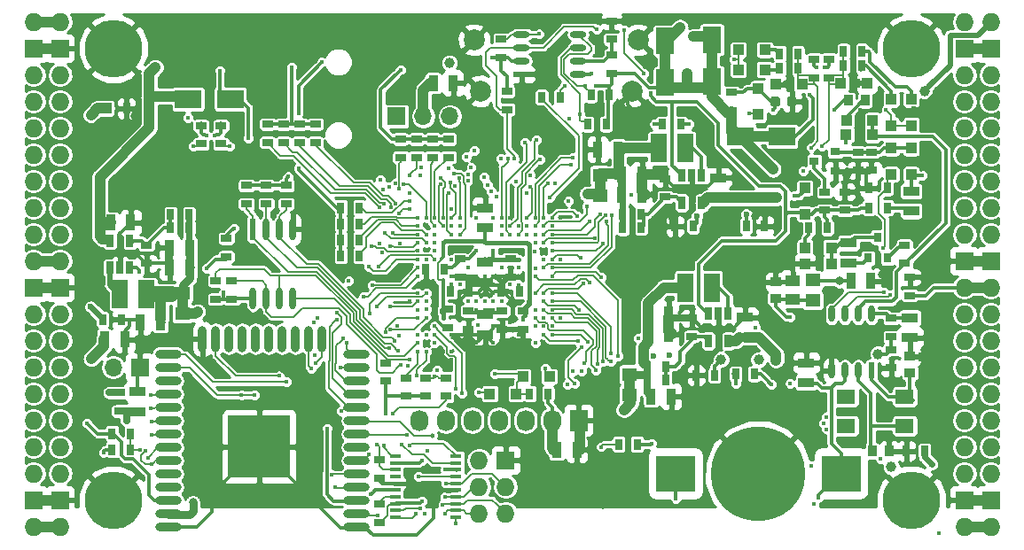
<source format=gbl>
G04 #@! TF.GenerationSoftware,KiCad,Pcbnew,5.0.0+dfsg1-1*
G04 #@! TF.CreationDate,2018-08-06T10:07:38+02:00*
G04 #@! TF.ProjectId,ulx3s,756C7833732E6B696361645F70636200,rev?*
G04 #@! TF.SameCoordinates,Original*
G04 #@! TF.FileFunction,Copper,L4,Bot,Signal*
G04 #@! TF.FilePolarity,Positive*
%FSLAX46Y46*%
G04 Gerber Fmt 4.6, Leading zero omitted, Abs format (unit mm)*
G04 Created by KiCad (PCBNEW 5.0.0+dfsg1-1) date Mon Aug  6 10:07:38 2018*
%MOMM*%
%LPD*%
G01*
G04 APERTURE LIST*
G04 #@! TA.AperFunction,EtchedComponent*
%ADD10C,1.000000*%
G04 #@! TD*
G04 #@! TA.AperFunction,ComponentPad*
%ADD11C,2.000000*%
G04 #@! TD*
G04 #@! TA.AperFunction,SMDPad,CuDef*
%ADD12O,2.500000X0.900000*%
G04 #@! TD*
G04 #@! TA.AperFunction,SMDPad,CuDef*
%ADD13O,0.900000X2.500000*%
G04 #@! TD*
G04 #@! TA.AperFunction,SMDPad,CuDef*
%ADD14R,6.000000X6.000000*%
G04 #@! TD*
G04 #@! TA.AperFunction,SMDPad,CuDef*
%ADD15R,0.670000X1.000000*%
G04 #@! TD*
G04 #@! TA.AperFunction,SMDPad,CuDef*
%ADD16R,1.400000X1.295000*%
G04 #@! TD*
G04 #@! TA.AperFunction,SMDPad,CuDef*
%ADD17R,2.500000X1.800000*%
G04 #@! TD*
G04 #@! TA.AperFunction,SMDPad,CuDef*
%ADD18R,1.800000X2.500000*%
G04 #@! TD*
G04 #@! TA.AperFunction,SMDPad,CuDef*
%ADD19R,3.700000X3.500000*%
G04 #@! TD*
G04 #@! TA.AperFunction,BGAPad,CuDef*
%ADD20C,9.000000*%
G04 #@! TD*
G04 #@! TA.AperFunction,SMDPad,CuDef*
%ADD21R,1.550000X0.600000*%
G04 #@! TD*
G04 #@! TA.AperFunction,SMDPad,CuDef*
%ADD22O,1.550000X0.600000*%
G04 #@! TD*
G04 #@! TA.AperFunction,SMDPad,CuDef*
%ADD23R,0.600000X2.100000*%
G04 #@! TD*
G04 #@! TA.AperFunction,SMDPad,CuDef*
%ADD24O,0.600000X2.100000*%
G04 #@! TD*
G04 #@! TA.AperFunction,SMDPad,CuDef*
%ADD25R,0.600000X1.550000*%
G04 #@! TD*
G04 #@! TA.AperFunction,SMDPad,CuDef*
%ADD26O,0.600000X1.550000*%
G04 #@! TD*
G04 #@! TA.AperFunction,SMDPad,CuDef*
%ADD27R,1.000000X0.400000*%
G04 #@! TD*
G04 #@! TA.AperFunction,SMDPad,CuDef*
%ADD28R,0.700000X1.200000*%
G04 #@! TD*
G04 #@! TA.AperFunction,ComponentPad*
%ADD29O,1.727200X1.727200*%
G04 #@! TD*
G04 #@! TA.AperFunction,ComponentPad*
%ADD30R,1.727200X1.727200*%
G04 #@! TD*
G04 #@! TA.AperFunction,ComponentPad*
%ADD31C,5.500000*%
G04 #@! TD*
G04 #@! TA.AperFunction,ComponentPad*
%ADD32R,1.727200X2.032000*%
G04 #@! TD*
G04 #@! TA.AperFunction,ComponentPad*
%ADD33O,1.727200X2.032000*%
G04 #@! TD*
G04 #@! TA.AperFunction,SMDPad,CuDef*
%ADD34R,1.800000X1.400000*%
G04 #@! TD*
G04 #@! TA.AperFunction,SMDPad,CuDef*
%ADD35R,0.970000X1.500000*%
G04 #@! TD*
G04 #@! TA.AperFunction,SMDPad,CuDef*
%ADD36R,1.500000X0.970000*%
G04 #@! TD*
G04 #@! TA.AperFunction,SMDPad,CuDef*
%ADD37R,1.000000X0.670000*%
G04 #@! TD*
G04 #@! TA.AperFunction,SMDPad,CuDef*
%ADD38R,1.000000X1.000000*%
G04 #@! TD*
G04 #@! TA.AperFunction,BGAPad,CuDef*
%ADD39C,0.300000*%
G04 #@! TD*
G04 #@! TA.AperFunction,ComponentPad*
%ADD40R,1.700000X1.700000*%
G04 #@! TD*
G04 #@! TA.AperFunction,ComponentPad*
%ADD41O,1.700000X1.700000*%
G04 #@! TD*
G04 #@! TA.AperFunction,SMDPad,CuDef*
%ADD42R,1.500000X2.700000*%
G04 #@! TD*
G04 #@! TA.AperFunction,SMDPad,CuDef*
%ADD43R,0.800000X0.900000*%
G04 #@! TD*
G04 #@! TA.AperFunction,SMDPad,CuDef*
%ADD44R,0.900000X0.800000*%
G04 #@! TD*
G04 #@! TA.AperFunction,SMDPad,CuDef*
%ADD45R,0.820000X1.000000*%
G04 #@! TD*
G04 #@! TA.AperFunction,SMDPad,CuDef*
%ADD46R,1.000000X0.820000*%
G04 #@! TD*
G04 #@! TA.AperFunction,SMDPad,CuDef*
%ADD47R,1.400000X1.120000*%
G04 #@! TD*
G04 #@! TA.AperFunction,Conductor*
%ADD48C,0.100000*%
G04 #@! TD*
G04 #@! TA.AperFunction,SMDPad,CuDef*
%ADD49C,0.875000*%
G04 #@! TD*
G04 #@! TA.AperFunction,ViaPad*
%ADD50C,2.000000*%
G04 #@! TD*
G04 #@! TA.AperFunction,ViaPad*
%ADD51C,0.419000*%
G04 #@! TD*
G04 #@! TA.AperFunction,ViaPad*
%ADD52C,0.454000*%
G04 #@! TD*
G04 #@! TA.AperFunction,ViaPad*
%ADD53C,0.600000*%
G04 #@! TD*
G04 #@! TA.AperFunction,ViaPad*
%ADD54C,1.000000*%
G04 #@! TD*
G04 #@! TA.AperFunction,ViaPad*
%ADD55C,0.800000*%
G04 #@! TD*
G04 #@! TA.AperFunction,ViaPad*
%ADD56C,0.700000*%
G04 #@! TD*
G04 #@! TA.AperFunction,Conductor*
%ADD57C,0.300000*%
G04 #@! TD*
G04 #@! TA.AperFunction,Conductor*
%ADD58C,0.500000*%
G04 #@! TD*
G04 #@! TA.AperFunction,Conductor*
%ADD59C,1.000000*%
G04 #@! TD*
G04 #@! TA.AperFunction,Conductor*
%ADD60C,0.700000*%
G04 #@! TD*
G04 #@! TA.AperFunction,Conductor*
%ADD61C,0.400000*%
G04 #@! TD*
G04 #@! TA.AperFunction,Conductor*
%ADD62C,0.800000*%
G04 #@! TD*
G04 #@! TA.AperFunction,Conductor*
%ADD63C,0.600000*%
G04 #@! TD*
G04 #@! TA.AperFunction,Conductor*
%ADD64C,0.127000*%
G04 #@! TD*
G04 #@! TA.AperFunction,Conductor*
%ADD65C,0.200000*%
G04 #@! TD*
G04 #@! TA.AperFunction,Conductor*
%ADD66C,0.140000*%
G04 #@! TD*
G04 #@! TA.AperFunction,Conductor*
%ADD67C,0.190000*%
G04 #@! TD*
G04 #@! TA.AperFunction,Conductor*
%ADD68C,1.500000*%
G04 #@! TD*
G04 #@! TA.AperFunction,Conductor*
%ADD69C,0.254000*%
G04 #@! TD*
G04 APERTURE END LIST*
D10*
G04 #@! TO.C,RP3*
X149472000Y-77311000D02*
X149472000Y-79311000D01*
G04 #@! TO.C,RP2*
X109609000Y-88632000D02*
X109609000Y-90632000D01*
G04 #@! TO.C,RP1*
X152281000Y-96361000D02*
X152281000Y-98361000D01*
G04 #@! TO.C,RD9*
X166854000Y-73630000D02*
X162854000Y-73630000D01*
G04 #@! TO.C,RD52*
X160155000Y-64391000D02*
X160155000Y-68391000D01*
G04 #@! TO.C,RD51*
X155710000Y-68518000D02*
X155710000Y-64518000D01*
G04 #@! TD*
D11*
G04 #@! TO.P,GPDI1,0*
G04 #@! TO.N,GND*
X152546000Y-69312000D03*
X138046000Y-69312000D03*
X153146000Y-64412000D03*
X137446000Y-64412000D03*
G04 #@! TD*
D12*
G04 #@! TO.P,U9,38*
G04 #@! TO.N,GND*
X126230000Y-111000000D03*
G04 #@! TO.P,U9,37*
G04 #@! TO.N,JTAG_TDI*
X126230000Y-109730000D03*
G04 #@! TO.P,U9,36*
G04 #@! TO.N,PROG_DONE*
X126230000Y-108460000D03*
G04 #@! TO.P,U9,35*
G04 #@! TO.N,WIFI_TXD*
X126230000Y-107190000D03*
G04 #@! TO.P,U9,34*
G04 #@! TO.N,WIFI_RXD*
X126230000Y-105920000D03*
G04 #@! TO.P,U9,33*
G04 #@! TO.N,JTAG_TMS*
X126230000Y-104650000D03*
G04 #@! TO.P,U9,32*
G04 #@! TO.N,Net-(U9-Pad32)*
X126230000Y-103380000D03*
G04 #@! TO.P,U9,31*
G04 #@! TO.N,JTAG_TDO*
X126230000Y-102110000D03*
G04 #@! TO.P,U9,30*
G04 #@! TO.N,JTAG_TCK*
X126230000Y-100840000D03*
G04 #@! TO.P,U9,29*
G04 #@! TO.N,WIFI_GPIO5*
X126230000Y-99570000D03*
G04 #@! TO.P,U9,28*
G04 #@! TO.N,WIFI_GPIO17*
X126230000Y-98300000D03*
G04 #@! TO.P,U9,27*
G04 #@! TO.N,WIFI_GPIO16*
X126230000Y-97030000D03*
G04 #@! TO.P,U9,26*
G04 #@! TO.N,SD_D1*
X126230000Y-95760000D03*
G04 #@! TO.P,U9,25*
G04 #@! TO.N,WIFI_GPIO0*
X126230000Y-94490000D03*
D13*
G04 #@! TO.P,U9,24*
G04 #@! TO.N,SD_D0*
X122945000Y-93000000D03*
G04 #@! TO.P,U9,23*
G04 #@! TO.N,SD_CMD*
X121675000Y-93000000D03*
G04 #@! TO.P,U9,22*
G04 #@! TO.N,Net-(U9-Pad22)*
X120405000Y-93000000D03*
G04 #@! TO.P,U9,21*
G04 #@! TO.N,Net-(U9-Pad21)*
X119135000Y-93000000D03*
G04 #@! TO.P,U9,20*
G04 #@! TO.N,Net-(U9-Pad20)*
X117865000Y-93000000D03*
G04 #@! TO.P,U9,19*
G04 #@! TO.N,Net-(U9-Pad19)*
X116595000Y-93000000D03*
G04 #@! TO.P,U9,18*
G04 #@! TO.N,Net-(U9-Pad18)*
X115325000Y-93000000D03*
G04 #@! TO.P,U9,17*
G04 #@! TO.N,Net-(U9-Pad17)*
X114055000Y-93000000D03*
G04 #@! TO.P,U9,16*
G04 #@! TO.N,SD_D3*
X112785000Y-93000000D03*
G04 #@! TO.P,U9,15*
G04 #@! TO.N,GND*
X111515000Y-93000000D03*
D12*
G04 #@! TO.P,U9,14*
G04 #@! TO.N,SD_D2*
X108230000Y-94490000D03*
G04 #@! TO.P,U9,13*
G04 #@! TO.N,SD_CLK*
X108230000Y-95760000D03*
G04 #@! TO.P,U9,12*
G04 #@! TO.N,Net-(U9-Pad12)*
X108230000Y-97030000D03*
G04 #@! TO.P,U9,11*
G04 #@! TO.N,GP11*
X108230000Y-98300000D03*
G04 #@! TO.P,U9,10*
G04 #@! TO.N,GN11*
X108230000Y-99570000D03*
G04 #@! TO.P,U9,9*
G04 #@! TO.N,GP12*
X108230000Y-100840000D03*
G04 #@! TO.P,U9,8*
G04 #@! TO.N,GN12*
X108230000Y-102110000D03*
G04 #@! TO.P,U9,7*
G04 #@! TO.N,GP13*
X108230000Y-103380000D03*
G04 #@! TO.P,U9,6*
G04 #@! TO.N,GN13*
X108230000Y-104650000D03*
G04 #@! TO.P,U9,5*
G04 #@! TO.N,Net-(U9-Pad5)*
X108230000Y-105920000D03*
G04 #@! TO.P,U9,4*
G04 #@! TO.N,Net-(U9-Pad4)*
X108230000Y-107190000D03*
G04 #@! TO.P,U9,3*
G04 #@! TO.N,/wifi/WIFIEN*
X108230000Y-108460000D03*
G04 #@! TO.P,U9,2*
G04 #@! TO.N,+3V3*
X108230000Y-109730000D03*
G04 #@! TO.P,U9,1*
G04 #@! TO.N,GND*
X108230000Y-111000000D03*
D14*
G04 #@! TO.P,U9,39*
X116930000Y-103300000D03*
G04 #@! TD*
D15*
G04 #@! TO.P,C49,2*
G04 #@! TO.N,GND*
X103738000Y-91156000D03*
G04 #@! TO.P,C49,1*
G04 #@! TO.N,2V5_3V3*
X101988000Y-91156000D03*
G04 #@! TD*
D16*
G04 #@! TO.P,RP3,2*
G04 #@! TO.N,+3V3*
X149472000Y-79278500D03*
G04 #@! TO.P,RP3,1*
G04 #@! TO.N,/power/P3V3*
X149472000Y-77343500D03*
G04 #@! TD*
G04 #@! TO.P,RP2,2*
G04 #@! TO.N,+2V5*
X109609000Y-90599500D03*
G04 #@! TO.P,RP2,1*
G04 #@! TO.N,/power/P2V5*
X109609000Y-88664500D03*
G04 #@! TD*
G04 #@! TO.P,RP1,2*
G04 #@! TO.N,+1V1*
X152281000Y-98328500D03*
G04 #@! TO.P,RP1,1*
G04 #@! TO.N,/power/P1V1*
X152281000Y-96393500D03*
G04 #@! TD*
D17*
G04 #@! TO.P,RD9,2*
G04 #@! TO.N,+5V*
X162854000Y-73630000D03*
G04 #@! TO.P,RD9,1*
G04 #@! TO.N,/usb/US2VBUS*
X166854000Y-73630000D03*
G04 #@! TD*
D18*
G04 #@! TO.P,RD52,2*
G04 #@! TO.N,+5V*
X160155000Y-68391000D03*
G04 #@! TO.P,RD52,1*
G04 #@! TO.N,/gpio/OUT5V*
X160155000Y-64391000D03*
G04 #@! TD*
G04 #@! TO.P,RD51,2*
G04 #@! TO.N,/gpio/IN5V*
X155710000Y-64518000D03*
G04 #@! TO.P,RD51,1*
G04 #@! TO.N,+5V*
X155710000Y-68518000D03*
G04 #@! TD*
D19*
G04 #@! TO.P,BAT1,1*
G04 #@! TO.N,/power/VBAT*
X172485000Y-105870000D03*
X156685000Y-105870000D03*
D20*
G04 #@! TO.P,BAT1,2*
G04 #@! TO.N,GND*
X164585000Y-105870000D03*
G04 #@! TD*
D21*
G04 #@! TO.P,U11,1*
G04 #@! TO.N,GND*
X141980000Y-67706500D03*
D22*
G04 #@! TO.P,U11,2*
G04 #@! TO.N,+2V5*
X141980000Y-66436500D03*
G04 #@! TO.P,U11,3*
G04 #@! TO.N,FPDI_SCL*
X141980000Y-65166500D03*
G04 #@! TO.P,U11,4*
G04 #@! TO.N,FPDI_SDA*
X141980000Y-63896500D03*
G04 #@! TO.P,U11,5*
G04 #@! TO.N,GPDI_SDA*
X147380000Y-63896500D03*
G04 #@! TO.P,U11,6*
G04 #@! TO.N,GPDI_SCL*
X147380000Y-65166500D03*
G04 #@! TO.P,U11,7*
G04 #@! TO.N,/gpdi/VREF2*
X147380000Y-66436500D03*
G04 #@! TO.P,U11,8*
G04 #@! TO.N,+3V3*
X147380000Y-67706500D03*
G04 #@! TD*
D23*
G04 #@! TO.P,U10,1*
G04 #@! TO.N,/flash/FLASH_nCS*
X116340000Y-82520000D03*
D24*
G04 #@! TO.P,U10,2*
G04 #@! TO.N,/flash/FLASH_MISO*
X117610000Y-82520000D03*
G04 #@! TO.P,U10,3*
G04 #@! TO.N,/flash/FLASH_nWP*
X118880000Y-82520000D03*
G04 #@! TO.P,U10,4*
G04 #@! TO.N,GND*
X120150000Y-82520000D03*
G04 #@! TO.P,U10,5*
G04 #@! TO.N,/flash/FLASH_MOSI*
X120150000Y-89124000D03*
G04 #@! TO.P,U10,6*
G04 #@! TO.N,/flash/FLASH_SCK*
X118880000Y-89124000D03*
G04 #@! TO.P,U10,7*
G04 #@! TO.N,/flash/FLASH_nHOLD*
X117610000Y-89124000D03*
G04 #@! TO.P,U10,8*
G04 #@! TO.N,+3V3*
X116340000Y-89124000D03*
G04 #@! TD*
D25*
G04 #@! TO.P,U7,1*
G04 #@! TO.N,/power/OSCI_32k*
X175395000Y-96015000D03*
D26*
G04 #@! TO.P,U7,2*
G04 #@! TO.N,/power/OSCO_32k*
X174125000Y-96015000D03*
G04 #@! TO.P,U7,3*
G04 #@! TO.N,/power/VBAT*
X172855000Y-96015000D03*
G04 #@! TO.P,U7,4*
G04 #@! TO.N,GND*
X171585000Y-96015000D03*
G04 #@! TO.P,U7,5*
G04 #@! TO.N,FPDI_SDA*
X171585000Y-90615000D03*
G04 #@! TO.P,U7,6*
G04 #@! TO.N,FPDI_SCL*
X172855000Y-90615000D03*
G04 #@! TO.P,U7,7*
G04 #@! TO.N,/power/WAKEUPn*
X174125000Y-90615000D03*
G04 #@! TO.P,U7,8*
G04 #@! TO.N,/power/RTCVDD*
X175395000Y-90615000D03*
G04 #@! TD*
D27*
G04 #@! TO.P,U6,20*
G04 #@! TO.N,FTDI_TXD*
X129935000Y-104215000D03*
G04 #@! TO.P,U6,19*
G04 #@! TO.N,FTDI_nSLEEP*
X129935000Y-104865000D03*
G04 #@! TO.P,U6,18*
G04 #@! TO.N,FTDI_TXDEN*
X129935000Y-105515000D03*
G04 #@! TO.P,U6,17*
G04 #@! TO.N,FTDI_nRXLED*
X129935000Y-106165000D03*
G04 #@! TO.P,U6,16*
G04 #@! TO.N,GND*
X129935000Y-106815000D03*
G04 #@! TO.P,U6,15*
G04 #@! TO.N,USB5V*
X129935000Y-107465000D03*
G04 #@! TO.P,U6,14*
G04 #@! TO.N,nRESET*
X129935000Y-108115000D03*
G04 #@! TO.P,U6,13*
G04 #@! TO.N,FT2V5*
X129935000Y-108765000D03*
G04 #@! TO.P,U6,12*
G04 #@! TO.N,USB_FTDI_D-*
X129935000Y-109415000D03*
G04 #@! TO.P,U6,11*
G04 #@! TO.N,USB_FTDI_D+*
X129935000Y-110065000D03*
G04 #@! TO.P,U6,10*
G04 #@! TO.N,FTDI_nTXLED*
X135735000Y-110065000D03*
G04 #@! TO.P,U6,9*
G04 #@! TO.N,JTAG_TDO*
X135735000Y-109415000D03*
G04 #@! TO.P,U6,8*
G04 #@! TO.N,JTAG_TMS*
X135735000Y-108765000D03*
G04 #@! TO.P,U6,7*
G04 #@! TO.N,JTAG_TCK*
X135735000Y-108115000D03*
G04 #@! TO.P,U6,6*
G04 #@! TO.N,GND*
X135735000Y-107465000D03*
G04 #@! TO.P,U6,5*
G04 #@! TO.N,JTAG_TDI*
X135735000Y-106815000D03*
G04 #@! TO.P,U6,4*
G04 #@! TO.N,FTDI_RXD*
X135735000Y-106165000D03*
G04 #@! TO.P,U6,3*
G04 #@! TO.N,FT2V5*
X135735000Y-105515000D03*
G04 #@! TO.P,U6,2*
G04 #@! TO.N,FTDI_nRTS*
X135735000Y-104865000D03*
G04 #@! TO.P,U6,1*
G04 #@! TO.N,FTDI_nDTR*
X135735000Y-104215000D03*
G04 #@! TD*
D28*
G04 #@! TO.P,U5,1*
G04 #@! TO.N,/power/PWREN*
X157285000Y-77392000D03*
G04 #@! TO.P,U5,2*
G04 #@! TO.N,GND*
X158235000Y-77392000D03*
G04 #@! TO.P,U5,3*
G04 #@! TO.N,/power/L3*
X159185000Y-77392000D03*
G04 #@! TO.P,U5,4*
G04 #@! TO.N,+5V*
X159185000Y-79992000D03*
G04 #@! TO.P,U5,5*
G04 #@! TO.N,/power/FB3*
X157285000Y-79992000D03*
G04 #@! TD*
G04 #@! TO.P,U3,1*
G04 #@! TO.N,/power/PWREN*
X159825000Y-90600000D03*
G04 #@! TO.P,U3,2*
G04 #@! TO.N,GND*
X160775000Y-90600000D03*
G04 #@! TO.P,U3,3*
G04 #@! TO.N,/power/L1*
X161725000Y-90600000D03*
G04 #@! TO.P,U3,4*
G04 #@! TO.N,+5V*
X161725000Y-93200000D03*
G04 #@! TO.P,U3,5*
G04 #@! TO.N,/power/FB1*
X159825000Y-93200000D03*
G04 #@! TD*
G04 #@! TO.P,U4,1*
G04 #@! TO.N,/power/PWREN*
X104575000Y-86215000D03*
G04 #@! TO.P,U4,2*
G04 #@! TO.N,GND*
X103625000Y-86215000D03*
G04 #@! TO.P,U4,3*
G04 #@! TO.N,/power/L2*
X102675000Y-86215000D03*
G04 #@! TO.P,U4,4*
G04 #@! TO.N,+5V*
X102675000Y-83615000D03*
G04 #@! TO.P,U4,5*
G04 #@! TO.N,/power/FB2*
X104575000Y-83615000D03*
G04 #@! TD*
D29*
G04 #@! TO.P,J1,1*
G04 #@! TO.N,2V5_3V3*
X97910000Y-62690000D03*
G04 #@! TO.P,J1,2*
X95370000Y-62690000D03*
D30*
G04 #@! TO.P,J1,3*
G04 #@! TO.N,GND*
X97910000Y-65230000D03*
G04 #@! TO.P,J1,4*
X95370000Y-65230000D03*
D29*
G04 #@! TO.P,J1,5*
G04 #@! TO.N,GN0*
X97910000Y-67770000D03*
G04 #@! TO.P,J1,6*
G04 #@! TO.N,GP0*
X95370000Y-67770000D03*
G04 #@! TO.P,J1,7*
G04 #@! TO.N,GN1*
X97910000Y-70310000D03*
G04 #@! TO.P,J1,8*
G04 #@! TO.N,GP1*
X95370000Y-70310000D03*
G04 #@! TO.P,J1,9*
G04 #@! TO.N,GN2*
X97910000Y-72850000D03*
G04 #@! TO.P,J1,10*
G04 #@! TO.N,GP2*
X95370000Y-72850000D03*
G04 #@! TO.P,J1,11*
G04 #@! TO.N,GN3*
X97910000Y-75390000D03*
G04 #@! TO.P,J1,12*
G04 #@! TO.N,GP3*
X95370000Y-75390000D03*
G04 #@! TO.P,J1,13*
G04 #@! TO.N,GN4*
X97910000Y-77930000D03*
G04 #@! TO.P,J1,14*
G04 #@! TO.N,GP4*
X95370000Y-77930000D03*
G04 #@! TO.P,J1,15*
G04 #@! TO.N,GN5*
X97910000Y-80470000D03*
G04 #@! TO.P,J1,16*
G04 #@! TO.N,GP5*
X95370000Y-80470000D03*
G04 #@! TO.P,J1,17*
G04 #@! TO.N,GN6*
X97910000Y-83010000D03*
G04 #@! TO.P,J1,18*
G04 #@! TO.N,GP6*
X95370000Y-83010000D03*
G04 #@! TO.P,J1,19*
G04 #@! TO.N,2V5_3V3*
X97910000Y-85550000D03*
G04 #@! TO.P,J1,20*
X95370000Y-85550000D03*
D30*
G04 #@! TO.P,J1,21*
G04 #@! TO.N,GND*
X97910000Y-88090000D03*
G04 #@! TO.P,J1,22*
X95370000Y-88090000D03*
D29*
G04 #@! TO.P,J1,23*
G04 #@! TO.N,GN7*
X97910000Y-90630000D03*
G04 #@! TO.P,J1,24*
G04 #@! TO.N,GP7*
X95370000Y-90630000D03*
G04 #@! TO.P,J1,25*
G04 #@! TO.N,GN8*
X97910000Y-93170000D03*
G04 #@! TO.P,J1,26*
G04 #@! TO.N,GP8*
X95370000Y-93170000D03*
G04 #@! TO.P,J1,27*
G04 #@! TO.N,GN9*
X97910000Y-95710000D03*
G04 #@! TO.P,J1,28*
G04 #@! TO.N,GP9*
X95370000Y-95710000D03*
G04 #@! TO.P,J1,29*
G04 #@! TO.N,GN10*
X97910000Y-98250000D03*
G04 #@! TO.P,J1,30*
G04 #@! TO.N,GP10*
X95370000Y-98250000D03*
G04 #@! TO.P,J1,31*
G04 #@! TO.N,GN11*
X97910000Y-100790000D03*
G04 #@! TO.P,J1,32*
G04 #@! TO.N,GP11*
X95370000Y-100790000D03*
G04 #@! TO.P,J1,33*
G04 #@! TO.N,GN12*
X97910000Y-103330000D03*
G04 #@! TO.P,J1,34*
G04 #@! TO.N,GP12*
X95370000Y-103330000D03*
G04 #@! TO.P,J1,35*
G04 #@! TO.N,GN13*
X97910000Y-105870000D03*
G04 #@! TO.P,J1,36*
G04 #@! TO.N,GP13*
X95370000Y-105870000D03*
D30*
G04 #@! TO.P,J1,37*
G04 #@! TO.N,GND*
X97910000Y-108410000D03*
G04 #@! TO.P,J1,38*
X95370000Y-108410000D03*
D29*
G04 #@! TO.P,J1,39*
G04 #@! TO.N,2V5_3V3*
X97910000Y-110950000D03*
G04 #@! TO.P,J1,40*
X95370000Y-110950000D03*
G04 #@! TD*
G04 #@! TO.P,J2,1*
G04 #@! TO.N,+3V3*
X184270000Y-110950000D03*
G04 #@! TO.P,J2,2*
X186810000Y-110950000D03*
D30*
G04 #@! TO.P,J2,3*
G04 #@! TO.N,GND*
X184270000Y-108410000D03*
G04 #@! TO.P,J2,4*
X186810000Y-108410000D03*
D29*
G04 #@! TO.P,J2,5*
G04 #@! TO.N,GN14*
X184270000Y-105870000D03*
G04 #@! TO.P,J2,6*
G04 #@! TO.N,GP14*
X186810000Y-105870000D03*
G04 #@! TO.P,J2,7*
G04 #@! TO.N,GN15*
X184270000Y-103330000D03*
G04 #@! TO.P,J2,8*
G04 #@! TO.N,GP15*
X186810000Y-103330000D03*
G04 #@! TO.P,J2,9*
G04 #@! TO.N,GN16*
X184270000Y-100790000D03*
G04 #@! TO.P,J2,10*
G04 #@! TO.N,GP16*
X186810000Y-100790000D03*
G04 #@! TO.P,J2,11*
G04 #@! TO.N,GN17*
X184270000Y-98250000D03*
G04 #@! TO.P,J2,12*
G04 #@! TO.N,GP17*
X186810000Y-98250000D03*
G04 #@! TO.P,J2,13*
G04 #@! TO.N,GN18*
X184270000Y-95710000D03*
G04 #@! TO.P,J2,14*
G04 #@! TO.N,GP18*
X186810000Y-95710000D03*
G04 #@! TO.P,J2,15*
G04 #@! TO.N,GN19*
X184270000Y-93170000D03*
G04 #@! TO.P,J2,16*
G04 #@! TO.N,GP19*
X186810000Y-93170000D03*
G04 #@! TO.P,J2,17*
G04 #@! TO.N,GN20*
X184270000Y-90630000D03*
G04 #@! TO.P,J2,18*
G04 #@! TO.N,GP20*
X186810000Y-90630000D03*
G04 #@! TO.P,J2,19*
G04 #@! TO.N,+3V3*
X184270000Y-88090000D03*
G04 #@! TO.P,J2,20*
X186810000Y-88090000D03*
D30*
G04 #@! TO.P,J2,21*
G04 #@! TO.N,GND*
X184270000Y-85550000D03*
G04 #@! TO.P,J2,22*
X186810000Y-85550000D03*
D29*
G04 #@! TO.P,J2,23*
G04 #@! TO.N,GN21*
X184270000Y-83010000D03*
G04 #@! TO.P,J2,24*
G04 #@! TO.N,GP21*
X186810000Y-83010000D03*
G04 #@! TO.P,J2,25*
G04 #@! TO.N,GN22*
X184270000Y-80470000D03*
G04 #@! TO.P,J2,26*
G04 #@! TO.N,GP22*
X186810000Y-80470000D03*
G04 #@! TO.P,J2,27*
G04 #@! TO.N,GN23*
X184270000Y-77930000D03*
G04 #@! TO.P,J2,28*
G04 #@! TO.N,GP23*
X186810000Y-77930000D03*
G04 #@! TO.P,J2,29*
G04 #@! TO.N,GN24*
X184270000Y-75390000D03*
G04 #@! TO.P,J2,30*
G04 #@! TO.N,GP24*
X186810000Y-75390000D03*
G04 #@! TO.P,J2,31*
G04 #@! TO.N,GN25*
X184270000Y-72850000D03*
G04 #@! TO.P,J2,32*
G04 #@! TO.N,GP25*
X186810000Y-72850000D03*
G04 #@! TO.P,J2,33*
G04 #@! TO.N,GN26*
X184270000Y-70310000D03*
G04 #@! TO.P,J2,34*
G04 #@! TO.N,GP26*
X186810000Y-70310000D03*
G04 #@! TO.P,J2,35*
G04 #@! TO.N,GN27*
X184270000Y-67770000D03*
G04 #@! TO.P,J2,36*
G04 #@! TO.N,GP27*
X186810000Y-67770000D03*
D30*
G04 #@! TO.P,J2,37*
G04 #@! TO.N,GND*
X184270000Y-65230000D03*
G04 #@! TO.P,J2,38*
X186810000Y-65230000D03*
D29*
G04 #@! TO.P,J2,39*
G04 #@! TO.N,/gpio/IN5V*
X184270000Y-62690000D03*
G04 #@! TO.P,J2,40*
G04 #@! TO.N,/gpio/OUT5V*
X186810000Y-62690000D03*
G04 #@! TD*
D31*
G04 #@! TO.P,H1,1*
G04 #@! TO.N,GND*
X102990000Y-108410000D03*
G04 #@! TD*
G04 #@! TO.P,H2,1*
G04 #@! TO.N,GND*
X179190000Y-108410000D03*
G04 #@! TD*
G04 #@! TO.P,H3,1*
G04 #@! TO.N,GND*
X179190000Y-65230000D03*
G04 #@! TD*
G04 #@! TO.P,H4,1*
G04 #@! TO.N,GND*
X102990000Y-65230000D03*
G04 #@! TD*
D30*
G04 #@! TO.P,J4,1*
G04 #@! TO.N,GND*
X140455000Y-104600000D03*
D29*
G04 #@! TO.P,J4,2*
G04 #@! TO.N,+3V3*
X137915000Y-104600000D03*
G04 #@! TO.P,J4,3*
G04 #@! TO.N,JTAG_TDI*
X140455000Y-107140000D03*
G04 #@! TO.P,J4,4*
G04 #@! TO.N,JTAG_TCK*
X137915000Y-107140000D03*
G04 #@! TO.P,J4,5*
G04 #@! TO.N,JTAG_TMS*
X140455000Y-109680000D03*
G04 #@! TO.P,J4,6*
G04 #@! TO.N,JTAG_TDO*
X137915000Y-109680000D03*
G04 #@! TD*
D32*
G04 #@! TO.P,OLED1,1*
G04 #@! TO.N,GND*
X147440000Y-100790000D03*
D33*
G04 #@! TO.P,OLED1,2*
G04 #@! TO.N,+3V3*
X144900000Y-100790000D03*
G04 #@! TO.P,OLED1,3*
G04 #@! TO.N,OLED_CLK*
X142360000Y-100790000D03*
G04 #@! TO.P,OLED1,4*
G04 #@! TO.N,OLED_MOSI*
X139820000Y-100790000D03*
G04 #@! TO.P,OLED1,5*
G04 #@! TO.N,OLED_RES*
X137280000Y-100790000D03*
G04 #@! TO.P,OLED1,6*
G04 #@! TO.N,OLED_DC*
X134740000Y-100790000D03*
G04 #@! TO.P,OLED1,7*
G04 #@! TO.N,OLED_CS*
X132200000Y-100790000D03*
G04 #@! TD*
D34*
G04 #@! TO.P,Y2,4*
G04 #@! TO.N,/power/OSCI_32k*
X178576000Y-98522000D03*
G04 #@! TO.P,Y2,3*
G04 #@! TO.N,Net-(Y2-Pad3)*
X172976000Y-98522000D03*
G04 #@! TO.P,Y2,2*
G04 #@! TO.N,Net-(Y2-Pad2)*
X172976000Y-101322000D03*
G04 #@! TO.P,Y2,1*
G04 #@! TO.N,/power/OSCO_32k*
X178576000Y-101322000D03*
G04 #@! TD*
D35*
G04 #@! TO.P,C47,1*
G04 #@! TO.N,2V5_3V3*
X133546000Y-68550000D03*
G04 #@! TO.P,C47,2*
G04 #@! TO.N,GND*
X135456000Y-68550000D03*
G04 #@! TD*
G04 #@! TO.P,C1,1*
G04 #@! TO.N,+5V*
X102748500Y-81885000D03*
G04 #@! TO.P,C1,2*
G04 #@! TO.N,GND*
X104658500Y-81885000D03*
G04 #@! TD*
D15*
G04 #@! TO.P,C2,1*
G04 #@! TO.N,/power/P1V1*
X153985000Y-96910000D03*
G04 #@! TO.P,C2,2*
G04 #@! TO.N,/power/FB1*
X155735000Y-96910000D03*
G04 #@! TD*
D35*
G04 #@! TO.P,C3,2*
G04 #@! TO.N,GND*
X156015000Y-90630000D03*
G04 #@! TO.P,C3,1*
G04 #@! TO.N,/power/P1V1*
X154105000Y-90630000D03*
G04 #@! TD*
G04 #@! TO.P,C4,1*
G04 #@! TO.N,/power/P1V1*
X154105000Y-92535000D03*
G04 #@! TO.P,C4,2*
G04 #@! TO.N,GND*
X156015000Y-92535000D03*
G04 #@! TD*
D36*
G04 #@! TO.P,C5,2*
G04 #@! TO.N,GND*
X163315000Y-90945000D03*
G04 #@! TO.P,C5,1*
G04 #@! TO.N,+5V*
X163315000Y-92855000D03*
G04 #@! TD*
D15*
G04 #@! TO.P,C6,1*
G04 #@! TO.N,/power/P3V3*
X151645000Y-82375000D03*
G04 #@! TO.P,C6,2*
G04 #@! TO.N,/power/FB3*
X153395000Y-82375000D03*
G04 #@! TD*
D35*
G04 #@! TO.P,C7,2*
G04 #@! TO.N,GND*
X153475000Y-79200000D03*
G04 #@! TO.P,C7,1*
G04 #@! TO.N,/power/P3V3*
X151565000Y-79200000D03*
G04 #@! TD*
G04 #@! TO.P,C8,2*
G04 #@! TO.N,GND*
X153475000Y-77295000D03*
G04 #@! TO.P,C8,1*
G04 #@! TO.N,/power/P3V3*
X151565000Y-77295000D03*
G04 #@! TD*
D36*
G04 #@! TO.P,C9,1*
G04 #@! TO.N,+5V*
X160775000Y-79520000D03*
G04 #@! TO.P,C9,2*
G04 #@! TO.N,GND*
X160775000Y-77610000D03*
G04 #@! TD*
D15*
G04 #@! TO.P,C10,2*
G04 #@! TO.N,/power/FB2*
X108465000Y-81105000D03*
G04 #@! TO.P,C10,1*
G04 #@! TO.N,/power/P2V5*
X110215000Y-81105000D03*
G04 #@! TD*
D35*
G04 #@! TO.P,C11,2*
G04 #@! TO.N,GND*
X108385000Y-84280000D03*
G04 #@! TO.P,C11,1*
G04 #@! TO.N,/power/P2V5*
X110295000Y-84280000D03*
G04 #@! TD*
G04 #@! TO.P,C12,1*
G04 #@! TO.N,/power/P2V5*
X110295000Y-86185000D03*
G04 #@! TO.P,C12,2*
G04 #@! TO.N,GND*
X108385000Y-86185000D03*
G04 #@! TD*
D36*
G04 #@! TO.P,C13,2*
G04 #@! TO.N,/power/WKUP*
X173221000Y-83833000D03*
G04 #@! TO.P,C13,1*
G04 #@! TO.N,+5V*
X173221000Y-85743000D03*
G04 #@! TD*
D37*
G04 #@! TO.P,C14,2*
G04 #@! TO.N,GND*
X175380000Y-76900000D03*
G04 #@! TO.P,C14,1*
G04 #@! TO.N,/power/SHUT*
X175380000Y-75150000D03*
G04 #@! TD*
D36*
G04 #@! TO.P,C15,1*
G04 #@! TO.N,/sdcard/SD3V3*
X105276000Y-99967000D03*
G04 #@! TO.P,C15,2*
G04 #@! TO.N,GND*
X105276000Y-98057000D03*
G04 #@! TD*
D35*
G04 #@! TO.P,C16,1*
G04 #@! TO.N,+3V3*
X173424000Y-87473000D03*
G04 #@! TO.P,C16,2*
G04 #@! TO.N,GND*
X175334000Y-87473000D03*
G04 #@! TD*
D36*
G04 #@! TO.P,C17,1*
G04 #@! TO.N,+1V1*
X138500000Y-90665000D03*
G04 #@! TO.P,C17,2*
G04 #@! TO.N,GND*
X138500000Y-92575000D03*
G04 #@! TD*
D37*
G04 #@! TO.P,C18,1*
G04 #@! TO.N,/gpdi/VREF2*
X150589600Y-64359000D03*
G04 #@! TO.P,C18,2*
G04 #@! TO.N,GND*
X150589600Y-62609000D03*
G04 #@! TD*
D36*
G04 #@! TO.P,C19,1*
G04 #@! TO.N,+2V5*
X138500000Y-82375000D03*
G04 #@! TO.P,C19,2*
G04 #@! TO.N,GND*
X138500000Y-80465000D03*
G04 #@! TD*
G04 #@! TO.P,C20,2*
G04 #@! TO.N,GND*
X138500000Y-87575000D03*
G04 #@! TO.P,C20,1*
G04 #@! TO.N,+3V3*
X138500000Y-85665000D03*
G04 #@! TD*
D35*
G04 #@! TO.P,C21,2*
G04 #@! TO.N,GND*
X104072000Y-93061000D03*
G04 #@! TO.P,C21,1*
G04 #@! TO.N,+3V3*
X102162000Y-93061000D03*
G04 #@! TD*
G04 #@! TO.P,C22,1*
G04 #@! TO.N,/power/P1V1*
X154359000Y-98504000D03*
G04 #@! TO.P,C22,2*
G04 #@! TO.N,GND*
X156269000Y-98504000D03*
G04 #@! TD*
G04 #@! TO.P,C23,2*
G04 #@! TO.N,GND*
X105591000Y-91392000D03*
G04 #@! TO.P,C23,1*
G04 #@! TO.N,/power/P2V5*
X107501000Y-91392000D03*
G04 #@! TD*
G04 #@! TO.P,C24,1*
G04 #@! TO.N,/power/P3V3*
X151189000Y-74882000D03*
G04 #@! TO.P,C24,2*
G04 #@! TO.N,GND*
X149279000Y-74882000D03*
G04 #@! TD*
D37*
G04 #@! TO.P,C25,2*
G04 #@! TO.N,GND*
X140900000Y-87095000D03*
G04 #@! TO.P,C25,1*
G04 #@! TO.N,+3V3*
X140900000Y-85345000D03*
G04 #@! TD*
G04 #@! TO.P,C26,2*
G04 #@! TO.N,GND*
X136100000Y-87095000D03*
G04 #@! TO.P,C26,1*
G04 #@! TO.N,2V5_3V3*
X136100000Y-85345000D03*
G04 #@! TD*
G04 #@! TO.P,C27,2*
G04 #@! TO.N,GND*
X136900000Y-92095000D03*
G04 #@! TO.P,C27,1*
G04 #@! TO.N,+1V1*
X136900000Y-90345000D03*
G04 #@! TD*
G04 #@! TO.P,C28,1*
G04 #@! TO.N,+1V1*
X140100000Y-90345000D03*
G04 #@! TO.P,C28,2*
G04 #@! TO.N,GND*
X140100000Y-92095000D03*
G04 #@! TD*
G04 #@! TO.P,C29,2*
G04 #@! TO.N,GND*
X142100000Y-92095000D03*
G04 #@! TO.P,C29,1*
G04 #@! TO.N,+2V5*
X142100000Y-90345000D03*
G04 #@! TD*
G04 #@! TO.P,C30,1*
G04 #@! TO.N,+2V5*
X134900000Y-90145000D03*
G04 #@! TO.P,C30,2*
G04 #@! TO.N,GND*
X134900000Y-91895000D03*
G04 #@! TD*
D15*
G04 #@! TO.P,C31,1*
G04 #@! TO.N,+3V3*
X135225000Y-88420000D03*
G04 #@! TO.P,C31,2*
G04 #@! TO.N,GND*
X136975000Y-88420000D03*
G04 #@! TD*
G04 #@! TO.P,C32,2*
G04 #@! TO.N,GND*
X140025000Y-88420000D03*
G04 #@! TO.P,C32,1*
G04 #@! TO.N,+3V3*
X141775000Y-88420000D03*
G04 #@! TD*
G04 #@! TO.P,C33,1*
G04 #@! TO.N,+3V3*
X163425000Y-82220000D03*
G04 #@! TO.P,C33,2*
G04 #@! TO.N,GND*
X165175000Y-82220000D03*
G04 #@! TD*
G04 #@! TO.P,C34,1*
G04 #@! TO.N,+3V3*
X158375000Y-82220000D03*
G04 #@! TO.P,C34,2*
G04 #@! TO.N,GND*
X156625000Y-82220000D03*
G04 #@! TD*
D37*
G04 #@! TO.P,C35,1*
G04 #@! TO.N,+3V3*
X177300000Y-94025000D03*
G04 #@! TO.P,C35,2*
G04 #@! TO.N,GND*
X177300000Y-95775000D03*
G04 #@! TD*
D35*
G04 #@! TO.P,C46,1*
G04 #@! TO.N,+3V3*
X145342000Y-103584000D03*
G04 #@! TO.P,C46,2*
G04 #@! TO.N,GND*
X147252000Y-103584000D03*
G04 #@! TD*
D15*
G04 #@! TO.P,C48,2*
G04 #@! TO.N,GND*
X104246000Y-70963000D03*
G04 #@! TO.P,C48,1*
G04 #@! TO.N,2V5_3V3*
X102496000Y-70963000D03*
G04 #@! TD*
D37*
G04 #@! TO.P,C50,1*
G04 #@! TO.N,+3V3*
X179063000Y-88856000D03*
G04 #@! TO.P,C50,2*
G04 #@! TO.N,GND*
X179063000Y-87106000D03*
G04 #@! TD*
D15*
G04 #@! TO.P,C51,1*
G04 #@! TO.N,+3V3*
X180473000Y-103711000D03*
G04 #@! TO.P,C51,2*
G04 #@! TO.N,GND*
X178723000Y-103711000D03*
G04 #@! TD*
G04 #@! TO.P,C52,2*
G04 #@! TO.N,GND*
X158645000Y-96490000D03*
G04 #@! TO.P,C52,1*
G04 #@! TO.N,+3V3*
X160395000Y-96490000D03*
G04 #@! TD*
G04 #@! TO.P,C53,2*
G04 #@! TO.N,GND*
X132827200Y-86330000D03*
G04 #@! TO.P,C53,1*
G04 #@! TO.N,2V5_3V3*
X134577200Y-86330000D03*
G04 #@! TD*
D36*
G04 #@! TO.P,C54,2*
G04 #@! TO.N,GND*
X169172000Y-95281000D03*
G04 #@! TO.P,C54,1*
G04 #@! TO.N,/power/VBAT*
X169172000Y-97191000D03*
G04 #@! TD*
G04 #@! TO.P,D11,1*
G04 #@! TO.N,/power/HOLD*
X179190000Y-80790000D03*
G04 #@! TO.P,D11,2*
G04 #@! TO.N,+3V3*
X179190000Y-78880000D03*
G04 #@! TD*
D38*
G04 #@! TO.P,D10,1*
G04 #@! TO.N,/power/WAKE*
X169050000Y-84280000D03*
G04 #@! TO.P,D10,2*
G04 #@! TO.N,/power/WKUP*
X171550000Y-84280000D03*
G04 #@! TD*
G04 #@! TO.P,D12,2*
G04 #@! TO.N,/power/FTDI_nSUSPEND*
X169030000Y-78585000D03*
G04 #@! TO.P,D12,1*
G04 #@! TO.N,/power/PWREN*
X169030000Y-81085000D03*
G04 #@! TD*
G04 #@! TO.P,D13,1*
G04 #@! TO.N,/power/WKUP*
X171550000Y-85804000D03*
G04 #@! TO.P,D13,2*
G04 #@! TO.N,GND*
X169050000Y-85804000D03*
G04 #@! TD*
G04 #@! TO.P,D14,2*
G04 #@! TO.N,/power/SHUT*
X179190000Y-74775000D03*
G04 #@! TO.P,D14,1*
G04 #@! TO.N,+3V3*
X179190000Y-77275000D03*
G04 #@! TD*
G04 #@! TO.P,D15,2*
G04 #@! TO.N,SHUTDOWN*
X177285000Y-77275000D03*
G04 #@! TO.P,D15,1*
G04 #@! TO.N,/power/SHUT*
X177285000Y-74775000D03*
G04 #@! TD*
G04 #@! TO.P,D16,1*
G04 #@! TO.N,PWRBTn*
X172987000Y-73503000D03*
G04 #@! TO.P,D16,2*
G04 #@! TO.N,/power/WAKEUPn*
X175487000Y-73503000D03*
G04 #@! TD*
G04 #@! TO.P,D17,1*
G04 #@! TO.N,PWRBTn*
X164585000Y-69060000D03*
G04 #@! TO.P,D17,2*
G04 #@! TO.N,BTN_PWRn*
X164585000Y-71560000D03*
G04 #@! TD*
G04 #@! TO.P,D20,1*
G04 #@! TO.N,USB_FPGA_D+*
X168756000Y-68659000D03*
G04 #@! TO.P,D20,2*
G04 #@! TO.N,GND*
X166256000Y-68659000D03*
G04 #@! TD*
G04 #@! TO.P,D21,2*
G04 #@! TO.N,GND*
X174979000Y-68550000D03*
G04 #@! TO.P,D21,1*
G04 #@! TO.N,USB_FPGA_D-*
X172479000Y-68550000D03*
G04 #@! TD*
G04 #@! TO.P,D23,2*
G04 #@! TO.N,Net-(D23-Pad2)*
X165200000Y-67262000D03*
G04 #@! TO.P,D23,1*
G04 #@! TO.N,USB_FPGA_PULL_D+*
X162700000Y-67262000D03*
G04 #@! TD*
G04 #@! TO.P,D24,2*
G04 #@! TO.N,USB_FPGA_PULL_D+*
X162700000Y-65357000D03*
G04 #@! TO.P,D24,1*
G04 #@! TO.N,Net-(D24-Pad1)*
X165200000Y-65357000D03*
G04 #@! TD*
G04 #@! TO.P,D25,1*
G04 #@! TO.N,USB_FPGA_PULL_D-*
X177285000Y-72594000D03*
G04 #@! TO.P,D25,2*
G04 #@! TO.N,Net-(D25-Pad2)*
X177285000Y-70094000D03*
G04 #@! TD*
G04 #@! TO.P,D26,1*
G04 #@! TO.N,Net-(D26-Pad1)*
X179190000Y-70094000D03*
G04 #@! TO.P,D26,2*
G04 #@! TO.N,USB_FPGA_PULL_D-*
X179190000Y-72594000D03*
G04 #@! TD*
D39*
G04 #@! TO.P,AE1,1*
G04 #@! TO.N,/usb/ANT_433MHz*
X181872000Y-111603000D03*
G04 #@! TD*
D37*
G04 #@! TO.P,R49,1*
G04 #@! TO.N,USB_FTDI_D-*
X113277000Y-74360000D03*
G04 #@! TO.P,R49,2*
G04 #@! TO.N,/usb/FTD-*
X113277000Y-72610000D03*
G04 #@! TD*
G04 #@! TO.P,R50,2*
G04 #@! TO.N,/usb/FTD+*
X111372000Y-72610000D03*
G04 #@! TO.P,R50,1*
G04 #@! TO.N,USB_FTDI_D+*
X111372000Y-74360000D03*
G04 #@! TD*
D15*
G04 #@! TO.P,R51,2*
G04 #@! TO.N,/blinkey/SWPU*
X155455000Y-72487000D03*
G04 #@! TO.P,R51,1*
G04 #@! TO.N,2V5_3V3*
X157205000Y-72487000D03*
G04 #@! TD*
D37*
G04 #@! TO.P,R52,2*
G04 #@! TO.N,/usb/FPD-*
X171331000Y-66278000D03*
G04 #@! TO.P,R52,1*
G04 #@! TO.N,USB_FPGA_D-*
X171331000Y-68028000D03*
G04 #@! TD*
G04 #@! TO.P,R53,1*
G04 #@! TO.N,USB_FPGA_D+*
X169919000Y-68028000D03*
G04 #@! TO.P,R53,2*
G04 #@! TO.N,/usb/FPD+*
X169919000Y-66278000D03*
G04 #@! TD*
D15*
G04 #@! TO.P,R54,2*
G04 #@! TO.N,Net-(D26-Pad1)*
X174477000Y-65502000D03*
G04 #@! TO.P,R54,1*
G04 #@! TO.N,USB_FPGA_D-*
X172727000Y-65502000D03*
G04 #@! TD*
D37*
G04 #@! TO.P,R56,1*
G04 #@! TO.N,GND*
X128390000Y-106321000D03*
G04 #@! TO.P,R56,2*
G04 #@! TO.N,FTDI_TXDEN*
X128390000Y-104571000D03*
G04 #@! TD*
G04 #@! TO.P,R57,2*
G04 #@! TO.N,/analog/AUDIO_V*
X117722000Y-72483000D03*
G04 #@! TO.P,R57,1*
G04 #@! TO.N,AUDIO_V0*
X117722000Y-74233000D03*
G04 #@! TD*
G04 #@! TO.P,R58,1*
G04 #@! TO.N,AUDIO_V1*
X119246000Y-74233000D03*
G04 #@! TO.P,R58,2*
G04 #@! TO.N,/analog/AUDIO_V*
X119246000Y-72483000D03*
G04 #@! TD*
G04 #@! TO.P,R59,2*
G04 #@! TO.N,/analog/AUDIO_V*
X120770000Y-72483000D03*
G04 #@! TO.P,R59,1*
G04 #@! TO.N,AUDIO_V2*
X120770000Y-74233000D03*
G04 #@! TD*
G04 #@! TO.P,R60,1*
G04 #@! TO.N,AUDIO_V3*
X122294000Y-74233000D03*
G04 #@! TO.P,R60,2*
G04 #@! TO.N,/analog/AUDIO_V*
X122294000Y-72483000D03*
G04 #@! TD*
D15*
G04 #@! TO.P,R61,1*
G04 #@! TO.N,GPDI_CEC*
X145655000Y-69900000D03*
G04 #@! TO.P,R61,2*
G04 #@! TO.N,/gpdi/FPDI_CEC*
X143905000Y-69900000D03*
G04 #@! TD*
D40*
G04 #@! TO.P,J3,1*
G04 #@! TO.N,GND*
X105530000Y-95710000D03*
D41*
G04 #@! TO.P,J3,2*
G04 #@! TO.N,/wifi/WIFIEN*
X102990000Y-95710000D03*
G04 #@! TD*
D40*
G04 #@! TO.P,J5,1*
G04 #@! TO.N,+2V5*
X130056000Y-71725000D03*
D41*
G04 #@! TO.P,J5,2*
G04 #@! TO.N,2V5_3V3*
X132596000Y-71725000D03*
G04 #@! TO.P,J5,3*
G04 #@! TO.N,+3V3*
X135136000Y-71725000D03*
G04 #@! TD*
D15*
G04 #@! TO.P,R40,1*
G04 #@! TO.N,Net-(D24-Pad1)*
X166631000Y-65738000D03*
G04 #@! TO.P,R40,2*
G04 #@! TO.N,USB_FPGA_D+*
X168381000Y-65738000D03*
G04 #@! TD*
D37*
G04 #@! TO.P,R55,1*
G04 #@! TO.N,/flash/FPGA_DONE*
X134740000Y-96740000D03*
G04 #@! TO.P,R55,2*
G04 #@! TO.N,PROG_DONE*
X134740000Y-98490000D03*
G04 #@! TD*
D36*
G04 #@! TO.P,C55,1*
G04 #@! TO.N,/power/RTCVDD*
X179078000Y-90963000D03*
G04 #@! TO.P,C55,2*
G04 #@! TO.N,GND*
X179078000Y-92873000D03*
G04 #@! TD*
D37*
G04 #@! TO.P,R65,1*
G04 #@! TO.N,+3V3*
X177300000Y-92793000D03*
G04 #@! TO.P,R65,2*
G04 #@! TO.N,/power/RTCVDD*
X177300000Y-91043000D03*
G04 #@! TD*
D42*
G04 #@! TO.P,L1,1*
G04 #@! TO.N,/power/L1*
X160140000Y-88090000D03*
G04 #@! TO.P,L1,2*
G04 #@! TO.N,/power/P1V1*
X157600000Y-88090000D03*
G04 #@! TD*
G04 #@! TO.P,L2,1*
G04 #@! TO.N,/power/L2*
X103625000Y-88725000D03*
G04 #@! TO.P,L2,2*
G04 #@! TO.N,/power/P2V5*
X106165000Y-88725000D03*
G04 #@! TD*
G04 #@! TO.P,L3,2*
G04 #@! TO.N,/power/P3V3*
X155060000Y-74755000D03*
G04 #@! TO.P,L3,1*
G04 #@! TO.N,/power/L3*
X157600000Y-74755000D03*
G04 #@! TD*
D15*
G04 #@! TO.P,R1,2*
G04 #@! TO.N,/power/PWREN*
X171175000Y-82375000D03*
G04 #@! TO.P,R1,1*
G04 #@! TO.N,/power/WAKE*
X169425000Y-82375000D03*
G04 #@! TD*
D37*
G04 #@! TO.P,R2,2*
G04 #@! TO.N,GND*
X172840000Y-78960000D03*
G04 #@! TO.P,R2,1*
G04 #@! TO.N,/power/PWREN*
X172840000Y-80710000D03*
G04 #@! TD*
G04 #@! TO.P,R3,1*
G04 #@! TO.N,+5V*
X162045000Y-71185000D03*
G04 #@! TO.P,R3,2*
G04 #@! TO.N,PWRBTn*
X162045000Y-69435000D03*
G04 #@! TD*
D15*
G04 #@! TO.P,R4,1*
G04 #@! TO.N,/power/HOLD*
X176890000Y-80470000D03*
G04 #@! TO.P,R4,2*
G04 #@! TO.N,/power/PWREN*
X175140000Y-80470000D03*
G04 #@! TD*
D37*
G04 #@! TO.P,R5,1*
G04 #@! TO.N,/power/SHUT*
X174110000Y-75150000D03*
G04 #@! TO.P,R5,2*
G04 #@! TO.N,GND*
X174110000Y-76900000D03*
G04 #@! TD*
G04 #@! TO.P,R6,2*
G04 #@! TO.N,/power/WAKEUPn*
X178555000Y-85790000D03*
G04 #@! TO.P,R6,1*
G04 #@! TO.N,/power/WKn*
X178555000Y-84040000D03*
G04 #@! TD*
G04 #@! TO.P,R7,2*
G04 #@! TO.N,/blinkey/BTNPUL*
X113785000Y-85155000D03*
G04 #@! TO.P,R7,1*
G04 #@! TO.N,+3V3*
X113785000Y-83405000D03*
G04 #@! TD*
G04 #@! TO.P,R8,1*
G04 #@! TO.N,/power/PWREN*
X170935000Y-80710000D03*
G04 #@! TO.P,R8,2*
G04 #@! TO.N,/power/SHD*
X170935000Y-78960000D03*
G04 #@! TD*
G04 #@! TO.P,R9,2*
G04 #@! TO.N,FT2V5*
X128390000Y-110555000D03*
G04 #@! TO.P,R9,1*
G04 #@! TO.N,nRESET*
X128390000Y-108805000D03*
G04 #@! TD*
D15*
G04 #@! TO.P,R10,2*
G04 #@! TO.N,FTDI_nSLEEP*
X151264000Y-103076000D03*
G04 #@! TO.P,R10,1*
G04 #@! TO.N,/power/FTDI_nSUSPEND*
X153014000Y-103076000D03*
G04 #@! TD*
D37*
G04 #@! TO.P,R11,2*
G04 #@! TO.N,/flash/FLASH_nWP*
X119515000Y-80093000D03*
G04 #@! TO.P,R11,1*
G04 #@! TO.N,+3V3*
X119515000Y-78343000D03*
G04 #@! TD*
G04 #@! TO.P,R12,1*
G04 #@! TO.N,+3V3*
X114308000Y-89219000D03*
G04 #@! TO.P,R12,2*
G04 #@! TO.N,/flash/FLASH_nHOLD*
X114308000Y-87469000D03*
G04 #@! TD*
D15*
G04 #@! TO.P,R13,2*
G04 #@! TO.N,GND*
X175140000Y-78565000D03*
G04 #@! TO.P,R13,1*
G04 #@! TO.N,SHUTDOWN*
X176890000Y-78565000D03*
G04 #@! TD*
G04 #@! TO.P,R14,2*
G04 #@! TO.N,/analog/AUDIO_L*
X124721000Y-85060000D03*
G04 #@! TO.P,R14,1*
G04 #@! TO.N,AUDIO_L0*
X126471000Y-85060000D03*
G04 #@! TD*
G04 #@! TO.P,R15,1*
G04 #@! TO.N,AUDIO_L1*
X126471000Y-83536000D03*
G04 #@! TO.P,R15,2*
G04 #@! TO.N,/analog/AUDIO_L*
X124721000Y-83536000D03*
G04 #@! TD*
G04 #@! TO.P,R16,2*
G04 #@! TO.N,/analog/AUDIO_L*
X124721000Y-82012000D03*
G04 #@! TO.P,R16,1*
G04 #@! TO.N,AUDIO_L2*
X126471000Y-82012000D03*
G04 #@! TD*
G04 #@! TO.P,R17,1*
G04 #@! TO.N,AUDIO_L3*
X126471000Y-80470000D03*
G04 #@! TO.P,R17,2*
G04 #@! TO.N,/analog/AUDIO_L*
X124721000Y-80470000D03*
G04 #@! TD*
D37*
G04 #@! TO.P,R18,2*
G04 #@! TO.N,/analog/AUDIO_R*
X130422000Y-73898000D03*
G04 #@! TO.P,R18,1*
G04 #@! TO.N,AUDIO_R0*
X130422000Y-75648000D03*
G04 #@! TD*
G04 #@! TO.P,R19,2*
G04 #@! TO.N,/analog/AUDIO_R*
X131961000Y-73898000D03*
G04 #@! TO.P,R19,1*
G04 #@! TO.N,AUDIO_R1*
X131961000Y-75648000D03*
G04 #@! TD*
G04 #@! TO.P,R20,2*
G04 #@! TO.N,/analog/AUDIO_R*
X133485000Y-73898000D03*
G04 #@! TO.P,R20,1*
G04 #@! TO.N,AUDIO_R2*
X133485000Y-75648000D03*
G04 #@! TD*
G04 #@! TO.P,R21,1*
G04 #@! TO.N,AUDIO_R3*
X135009000Y-75648000D03*
G04 #@! TO.P,R21,2*
G04 #@! TO.N,/analog/AUDIO_R*
X135009000Y-73898000D03*
G04 #@! TD*
G04 #@! TO.P,R22,1*
G04 #@! TO.N,+2V5*
X140025500Y-66105000D03*
G04 #@! TO.P,R22,2*
G04 #@! TO.N,FPDI_SDA*
X140025500Y-64355000D03*
G04 #@! TD*
G04 #@! TO.P,R23,2*
G04 #@! TO.N,FPDI_SCL*
X140597000Y-71076000D03*
G04 #@! TO.P,R23,1*
G04 #@! TO.N,+2V5*
X140597000Y-69326000D03*
G04 #@! TD*
G04 #@! TO.P,R24,1*
G04 #@! TO.N,+5V*
X150615000Y-67647000D03*
G04 #@! TO.P,R24,2*
G04 #@! TO.N,/gpdi/VREF2*
X150615000Y-65897000D03*
G04 #@! TD*
D15*
G04 #@! TO.P,R25,2*
G04 #@! TO.N,GPDI_SCL*
X148300000Y-72487000D03*
G04 #@! TO.P,R25,1*
G04 #@! TO.N,+5V*
X150050000Y-72487000D03*
G04 #@! TD*
G04 #@! TO.P,R26,1*
G04 #@! TO.N,+5V*
X150362000Y-69693000D03*
G04 #@! TO.P,R26,2*
G04 #@! TO.N,GPDI_SDA*
X148612000Y-69693000D03*
G04 #@! TD*
D37*
G04 #@! TO.P,R27,2*
G04 #@! TO.N,/flash/FLASH_MOSI*
X129025000Y-95300000D03*
G04 #@! TO.P,R27,1*
G04 #@! TO.N,+3V3*
X129025000Y-97050000D03*
G04 #@! TD*
G04 #@! TO.P,R28,1*
G04 #@! TO.N,+3V3*
X117595000Y-78343000D03*
G04 #@! TO.P,R28,2*
G04 #@! TO.N,/flash/FLASH_MISO*
X117595000Y-80093000D03*
G04 #@! TD*
G04 #@! TO.P,R29,1*
G04 #@! TO.N,+3V3*
X112784000Y-89219000D03*
G04 #@! TO.P,R29,2*
G04 #@! TO.N,/flash/FLASH_SCK*
X112784000Y-87469000D03*
G04 #@! TD*
G04 #@! TO.P,R30,1*
G04 #@! TO.N,+3V3*
X115690000Y-78343000D03*
G04 #@! TO.P,R30,2*
G04 #@! TO.N,/flash/FLASH_nCS*
X115690000Y-80093000D03*
G04 #@! TD*
D15*
G04 #@! TO.P,R31,2*
G04 #@! TO.N,/flash/FPGA_PROGRAMN*
X142755000Y-98250000D03*
G04 #@! TO.P,R31,1*
G04 #@! TO.N,+3V3*
X144505000Y-98250000D03*
G04 #@! TD*
D37*
G04 #@! TO.P,R32,1*
G04 #@! TO.N,+3V3*
X132835000Y-98490000D03*
G04 #@! TO.P,R32,2*
G04 #@! TO.N,/flash/FPGA_DONE*
X132835000Y-96740000D03*
G04 #@! TD*
G04 #@! TO.P,R33,2*
G04 #@! TO.N,/flash/FPGA_INITN*
X130930000Y-96740000D03*
G04 #@! TO.P,R33,1*
G04 #@! TO.N,+3V3*
X130930000Y-98490000D03*
G04 #@! TD*
D15*
G04 #@! TO.P,R34,1*
G04 #@! TO.N,+3V3*
X102877000Y-103600000D03*
G04 #@! TO.P,R34,2*
G04 #@! TO.N,WIFI_EN*
X104627000Y-103600000D03*
G04 #@! TD*
G04 #@! TO.P,R35,2*
G04 #@! TO.N,/wifi/WIFIEN*
X102877000Y-102060000D03*
G04 #@! TO.P,R35,1*
G04 #@! TO.N,WIFI_EN*
X104627000Y-102060000D03*
G04 #@! TD*
D37*
G04 #@! TO.P,R38,1*
G04 #@! TO.N,/sdcard/SD3V3*
X103576500Y-99905000D03*
G04 #@! TO.P,R38,2*
G04 #@! TO.N,+3V3*
X103576500Y-98155000D03*
G04 #@! TD*
D15*
G04 #@! TO.P,R39,1*
G04 #@! TO.N,+3V3*
X164190000Y-96345000D03*
G04 #@! TO.P,R39,2*
G04 #@! TO.N,/blinkey/BTNPUR*
X162440000Y-96345000D03*
G04 #@! TD*
G04 #@! TO.P,R63,2*
G04 #@! TO.N,USB_FPGA_D+*
X168381000Y-67135000D03*
G04 #@! TO.P,R63,1*
G04 #@! TO.N,Net-(D23-Pad2)*
X166631000Y-67135000D03*
G04 #@! TD*
G04 #@! TO.P,R64,1*
G04 #@! TO.N,Net-(D25-Pad2)*
X174475000Y-66899000D03*
G04 #@! TO.P,R64,2*
G04 #@! TO.N,USB_FPGA_D-*
X172725000Y-66899000D03*
G04 #@! TD*
G04 #@! TO.P,RA1,1*
G04 #@! TO.N,/power/P1V1*
X153985000Y-95640000D03*
G04 #@! TO.P,RA1,2*
G04 #@! TO.N,/power/FB1*
X155735000Y-95640000D03*
G04 #@! TD*
G04 #@! TO.P,RA2,1*
G04 #@! TO.N,/power/P2V5*
X110215000Y-82375000D03*
G04 #@! TO.P,RA2,2*
G04 #@! TO.N,/power/FB2*
X108465000Y-82375000D03*
G04 #@! TD*
G04 #@! TO.P,RA3,1*
G04 #@! TO.N,/power/P3V3*
X151645000Y-81105000D03*
G04 #@! TO.P,RA3,2*
G04 #@! TO.N,/power/FB3*
X153395000Y-81105000D03*
G04 #@! TD*
D37*
G04 #@! TO.P,RB1,2*
G04 #@! TO.N,/power/FB1*
X158235000Y-92775000D03*
G04 #@! TO.P,RB1,1*
G04 #@! TO.N,GND*
X158235000Y-91025000D03*
G04 #@! TD*
G04 #@! TO.P,RB2,1*
G04 #@! TO.N,GND*
X106165000Y-85790000D03*
G04 #@! TO.P,RB2,2*
G04 #@! TO.N,/power/FB2*
X106165000Y-84040000D03*
G04 #@! TD*
G04 #@! TO.P,RB3,2*
G04 #@! TO.N,/power/FB3*
X155695000Y-79440000D03*
G04 #@! TO.P,RB3,1*
G04 #@! TO.N,GND*
X155695000Y-77690000D03*
G04 #@! TD*
D17*
G04 #@! TO.P,D8,1*
G04 #@! TO.N,+5V*
X110149000Y-70074000D03*
G04 #@! TO.P,D8,2*
G04 #@! TO.N,USB5V*
X114149000Y-70074000D03*
G04 #@! TD*
D43*
G04 #@! TO.P,Q1,3*
G04 #@! TO.N,/power/WKUP*
X176015000Y-83280000D03*
G04 #@! TO.P,Q1,2*
G04 #@! TO.N,+5V*
X175065000Y-85280000D03*
G04 #@! TO.P,Q1,1*
G04 #@! TO.N,/power/WKn*
X176965000Y-85280000D03*
G04 #@! TD*
D44*
G04 #@! TO.P,Q2,1*
G04 #@! TO.N,/power/SHUT*
X171935000Y-75075000D03*
G04 #@! TO.P,Q2,2*
G04 #@! TO.N,GND*
X171935000Y-76975000D03*
G04 #@! TO.P,Q2,3*
G04 #@! TO.N,/power/SHD*
X169935000Y-76025000D03*
G04 #@! TD*
D38*
G04 #@! TO.P,D27,1*
G04 #@! TO.N,/power/WAKEUPn*
X175502000Y-72106000D03*
G04 #@! TO.P,D27,2*
G04 #@! TO.N,Net-(D27-Pad2)*
X173002000Y-72106000D03*
G04 #@! TD*
D45*
G04 #@! TO.P,R66,1*
G04 #@! TO.N,US2_ID*
X173198000Y-70201000D03*
G04 #@! TO.P,R66,2*
G04 #@! TO.N,Net-(D27-Pad2)*
X174798000Y-70201000D03*
G04 #@! TD*
D46*
G04 #@! TO.P,C56,2*
G04 #@! TO.N,/power/OSCI_32k*
X179078000Y-96274000D03*
G04 #@! TO.P,C56,1*
G04 #@! TO.N,GND*
X179078000Y-94674000D03*
G04 #@! TD*
D45*
G04 #@! TO.P,C57,1*
G04 #@! TO.N,GND*
X177084000Y-103711000D03*
G04 #@! TO.P,C57,2*
G04 #@! TO.N,/power/OSCO_32k*
X175484000Y-103711000D03*
G04 #@! TD*
D47*
G04 #@! TO.P,C58,1*
G04 #@! TO.N,/analog/ADC3V3*
X167902000Y-89242000D03*
G04 #@! TO.P,C58,2*
G04 #@! TO.N,GND*
X167902000Y-87482000D03*
G04 #@! TD*
D46*
G04 #@! TO.P,C59,1*
G04 #@! TO.N,/analog/ADC3V3*
X166251000Y-89162000D03*
G04 #@! TO.P,C59,2*
G04 #@! TO.N,GND*
X166251000Y-87562000D03*
G04 #@! TD*
D16*
G04 #@! TO.P,L4,1*
G04 #@! TO.N,+3V3*
X169807000Y-87394500D03*
G04 #@! TO.P,L4,2*
G04 #@! TO.N,/analog/ADC3V3*
X169807000Y-89329500D03*
G04 #@! TD*
D38*
G04 #@! TO.P,D28,1*
G04 #@! TO.N,PWRBTn*
X144626000Y-96599000D03*
G04 #@! TO.P,D28,2*
G04 #@! TO.N,/flash/FPGA_PROGRAMN*
X142126000Y-96599000D03*
G04 #@! TD*
G04 #@! TO.P,D29,1*
G04 #@! TO.N,USER_PROGRAMN*
X138951000Y-98250000D03*
G04 #@! TO.P,D29,2*
G04 #@! TO.N,/flash/FPGA_PROGRAMN*
X141451000Y-98250000D03*
G04 #@! TD*
D48*
G04 #@! TO.N,PWRBTn*
G04 #@! TO.C,C60*
G36*
X166450691Y-69836053D02*
X166471926Y-69839203D01*
X166492750Y-69844419D01*
X166512962Y-69851651D01*
X166532368Y-69860830D01*
X166550781Y-69871866D01*
X166568024Y-69884654D01*
X166583930Y-69899070D01*
X166598346Y-69914976D01*
X166611134Y-69932219D01*
X166622170Y-69950632D01*
X166631349Y-69970038D01*
X166638581Y-69990250D01*
X166643797Y-70011074D01*
X166646947Y-70032309D01*
X166648000Y-70053750D01*
X166648000Y-70566250D01*
X166646947Y-70587691D01*
X166643797Y-70608926D01*
X166638581Y-70629750D01*
X166631349Y-70649962D01*
X166622170Y-70669368D01*
X166611134Y-70687781D01*
X166598346Y-70705024D01*
X166583930Y-70720930D01*
X166568024Y-70735346D01*
X166550781Y-70748134D01*
X166532368Y-70759170D01*
X166512962Y-70768349D01*
X166492750Y-70775581D01*
X166471926Y-70780797D01*
X166450691Y-70783947D01*
X166429250Y-70785000D01*
X165991750Y-70785000D01*
X165970309Y-70783947D01*
X165949074Y-70780797D01*
X165928250Y-70775581D01*
X165908038Y-70768349D01*
X165888632Y-70759170D01*
X165870219Y-70748134D01*
X165852976Y-70735346D01*
X165837070Y-70720930D01*
X165822654Y-70705024D01*
X165809866Y-70687781D01*
X165798830Y-70669368D01*
X165789651Y-70649962D01*
X165782419Y-70629750D01*
X165777203Y-70608926D01*
X165774053Y-70587691D01*
X165773000Y-70566250D01*
X165773000Y-70053750D01*
X165774053Y-70032309D01*
X165777203Y-70011074D01*
X165782419Y-69990250D01*
X165789651Y-69970038D01*
X165798830Y-69950632D01*
X165809866Y-69932219D01*
X165822654Y-69914976D01*
X165837070Y-69899070D01*
X165852976Y-69884654D01*
X165870219Y-69871866D01*
X165888632Y-69860830D01*
X165908038Y-69851651D01*
X165928250Y-69844419D01*
X165949074Y-69839203D01*
X165970309Y-69836053D01*
X165991750Y-69835000D01*
X166429250Y-69835000D01*
X166450691Y-69836053D01*
X166450691Y-69836053D01*
G37*
D49*
G04 #@! TD*
G04 #@! TO.P,C60,1*
G04 #@! TO.N,PWRBTn*
X166210500Y-70310000D03*
D48*
G04 #@! TO.N,GND*
G04 #@! TO.C,C60*
G36*
X168025691Y-69836053D02*
X168046926Y-69839203D01*
X168067750Y-69844419D01*
X168087962Y-69851651D01*
X168107368Y-69860830D01*
X168125781Y-69871866D01*
X168143024Y-69884654D01*
X168158930Y-69899070D01*
X168173346Y-69914976D01*
X168186134Y-69932219D01*
X168197170Y-69950632D01*
X168206349Y-69970038D01*
X168213581Y-69990250D01*
X168218797Y-70011074D01*
X168221947Y-70032309D01*
X168223000Y-70053750D01*
X168223000Y-70566250D01*
X168221947Y-70587691D01*
X168218797Y-70608926D01*
X168213581Y-70629750D01*
X168206349Y-70649962D01*
X168197170Y-70669368D01*
X168186134Y-70687781D01*
X168173346Y-70705024D01*
X168158930Y-70720930D01*
X168143024Y-70735346D01*
X168125781Y-70748134D01*
X168107368Y-70759170D01*
X168087962Y-70768349D01*
X168067750Y-70775581D01*
X168046926Y-70780797D01*
X168025691Y-70783947D01*
X168004250Y-70785000D01*
X167566750Y-70785000D01*
X167545309Y-70783947D01*
X167524074Y-70780797D01*
X167503250Y-70775581D01*
X167483038Y-70768349D01*
X167463632Y-70759170D01*
X167445219Y-70748134D01*
X167427976Y-70735346D01*
X167412070Y-70720930D01*
X167397654Y-70705024D01*
X167384866Y-70687781D01*
X167373830Y-70669368D01*
X167364651Y-70649962D01*
X167357419Y-70629750D01*
X167352203Y-70608926D01*
X167349053Y-70587691D01*
X167348000Y-70566250D01*
X167348000Y-70053750D01*
X167349053Y-70032309D01*
X167352203Y-70011074D01*
X167357419Y-69990250D01*
X167364651Y-69970038D01*
X167373830Y-69950632D01*
X167384866Y-69932219D01*
X167397654Y-69914976D01*
X167412070Y-69899070D01*
X167427976Y-69884654D01*
X167445219Y-69871866D01*
X167463632Y-69860830D01*
X167483038Y-69851651D01*
X167503250Y-69844419D01*
X167524074Y-69839203D01*
X167545309Y-69836053D01*
X167566750Y-69835000D01*
X168004250Y-69835000D01*
X168025691Y-69836053D01*
X168025691Y-69836053D01*
G37*
D49*
G04 #@! TD*
G04 #@! TO.P,C60,2*
G04 #@! TO.N,GND*
X167785500Y-70310000D03*
D50*
G04 #@! TO.N,GND*
X118689500Y-101316000D03*
D51*
X152408000Y-72169500D03*
X140080000Y-92600000D03*
X135280000Y-87000000D03*
D52*
X141675979Y-86986521D03*
D51*
X177287984Y-96778661D03*
D53*
X152510125Y-81695229D03*
D54*
X177658444Y-82281349D03*
X163203000Y-94966000D03*
X158539988Y-94868772D03*
D53*
X156262773Y-81349374D03*
X123437000Y-108972000D03*
D51*
X170309539Y-85441529D03*
X133216000Y-107465000D03*
X137680000Y-88600000D03*
X142480000Y-95000000D03*
X141680000Y-92600000D03*
D54*
X116880503Y-64802940D03*
X106974809Y-64953974D03*
D51*
X142480000Y-94200000D03*
X140880000Y-93400000D03*
X139280000Y-93400000D03*
X137680000Y-93400000D03*
X136880000Y-92600000D03*
X135280000Y-92600000D03*
X132880000Y-91800000D03*
X132880000Y-93400000D03*
X139280000Y-87000000D03*
X137680000Y-87000000D03*
X136080000Y-84600000D03*
X139280000Y-88600000D03*
D54*
X175776000Y-63343000D03*
X164854000Y-63343000D03*
X158645000Y-98635000D03*
X104402000Y-76932000D03*
X123198000Y-64232000D03*
D55*
X167267000Y-68677000D03*
D51*
X170061000Y-103094000D03*
X173109000Y-103094000D03*
D54*
X166632000Y-96363000D03*
X173490000Y-94585000D03*
D55*
X176411000Y-86838000D03*
D51*
X122944000Y-67788000D03*
D54*
X118245000Y-67534000D03*
D51*
X114181000Y-76678000D03*
X111006000Y-76551000D03*
X106815000Y-76424000D03*
X101354000Y-76297000D03*
X116340000Y-76678000D03*
D54*
X121674000Y-104618000D03*
X108339000Y-71852000D03*
X147455000Y-107031000D03*
X149741000Y-108809000D03*
D53*
X152408000Y-92997500D03*
D54*
X173934500Y-68550000D03*
X180221000Y-94712000D03*
D50*
X115197000Y-101316000D03*
D51*
X180460000Y-74374000D03*
X116452000Y-74247000D03*
X100450000Y-103838000D03*
X131280000Y-89400000D03*
X131280000Y-86200000D03*
X132880000Y-82200000D03*
X135280000Y-80600000D03*
X132880000Y-84600000D03*
X134480000Y-94200000D03*
X135280000Y-94200000D03*
X135280000Y-95000000D03*
X136080000Y-93400000D03*
X145680000Y-94200000D03*
X145680000Y-85400000D03*
X145680000Y-81400000D03*
X144080000Y-84600000D03*
X140880000Y-81400000D03*
X145680000Y-91000000D03*
X140880000Y-84600000D03*
X139280000Y-91800000D03*
X140880000Y-91400000D03*
X141480000Y-68800000D03*
X174313117Y-71127457D03*
D53*
X179459000Y-71036957D03*
D54*
X105149000Y-71727010D03*
X180714000Y-91900000D03*
D53*
X154567000Y-79178521D03*
D54*
X101847000Y-100790000D03*
D55*
X164331000Y-81232000D03*
D51*
X181412500Y-86312000D03*
D54*
X159266000Y-72205935D03*
X173030500Y-77212479D03*
D55*
X112794578Y-101644078D03*
D51*
X101974000Y-88788500D03*
X100005500Y-79962000D03*
X135280000Y-89400000D03*
X138480000Y-88600000D03*
D55*
X161092500Y-81232000D03*
D53*
X169220500Y-79644500D03*
X172840000Y-79644500D03*
X174110000Y-79263500D03*
D51*
X135280000Y-84600000D03*
X136880000Y-84600000D03*
X140080000Y-84600000D03*
X141680000Y-84600000D03*
X138480000Y-87000000D03*
X137680000Y-87800000D03*
X139280000Y-87800000D03*
X141700000Y-89420000D03*
D54*
G04 #@! TO.N,+5V*
X107021491Y-67043629D03*
X157807568Y-67669269D03*
X101707889Y-82423180D03*
X166284693Y-95025145D03*
D51*
X174379000Y-85743000D03*
X149080000Y-68800000D03*
D54*
X166363006Y-79473521D03*
X165982000Y-76801043D03*
G04 #@! TO.N,/gpio/IN5V*
X157107000Y-63216000D03*
G04 #@! TO.N,/gpio/OUT5V*
X158376998Y-64105000D03*
X180444709Y-69292440D03*
D51*
G04 #@! TO.N,+3V3*
X119692151Y-77494120D03*
D53*
X156091000Y-94585000D03*
D51*
X137803000Y-91664000D03*
D53*
X181155918Y-104980708D03*
D54*
X135105588Y-66616618D03*
D51*
X114513935Y-82409431D03*
X165803369Y-97344883D03*
D53*
X154593901Y-94607945D03*
D54*
X164625730Y-94982471D03*
D55*
X110593913Y-108636458D03*
D51*
X129005202Y-100174798D03*
X141680000Y-86200000D03*
X132880000Y-92600000D03*
X141680000Y-85400000D03*
D56*
X102624000Y-98141000D03*
D51*
X110117000Y-71852000D03*
D55*
X172347000Y-87473000D03*
D53*
X163457000Y-81123000D03*
D54*
X161044000Y-94966000D03*
D53*
X158758000Y-81250000D03*
D51*
X102101000Y-103838000D03*
X132080000Y-92600000D03*
X135280000Y-87800000D03*
X139280000Y-84600000D03*
X148680006Y-67600000D03*
D54*
X177285000Y-105235000D03*
X176015000Y-94440000D03*
X100894500Y-94884500D03*
D51*
X113546000Y-88559731D03*
X180255508Y-77402208D03*
D54*
X148268387Y-79156021D03*
D51*
X135280000Y-88600000D03*
X141680000Y-88600000D03*
X141680273Y-87827458D03*
G04 #@! TO.N,BTN_F1*
X130092500Y-91742500D03*
X122520963Y-90982169D03*
G04 #@! TO.N,BTN_F2*
X130283002Y-92694998D03*
X122116566Y-91386566D03*
G04 #@! TO.N,BTN_R*
X146394787Y-97333919D03*
X143300000Y-86220000D03*
G04 #@! TO.N,BTN_U*
X147700000Y-93820000D03*
X144880000Y-91800000D03*
X147047006Y-97267000D03*
G04 #@! TO.N,+2V5*
X142107219Y-91201016D03*
X142480000Y-83800000D03*
X134480000Y-83800000D03*
X134480000Y-91000000D03*
X139200000Y-66137000D03*
D54*
X111025100Y-90413100D03*
D51*
G04 #@! TO.N,/power/PWREN*
X154313000Y-69502500D03*
X122926177Y-66532317D03*
X105454500Y-86599000D03*
X120664983Y-71436510D03*
G04 #@! TO.N,/power/VBAT*
X156725998Y-108301000D03*
X170315004Y-108174000D03*
G04 #@! TO.N,JTAG_TDI*
X132708000Y-109680000D03*
X134750646Y-106810513D03*
X133680000Y-91800000D03*
X136280000Y-98200000D03*
X128251000Y-109840000D03*
G04 #@! TO.N,JTAG_TCK*
X134675868Y-108131585D03*
D52*
X133449289Y-102232615D03*
D51*
X133680000Y-92600000D03*
X135680000Y-97800000D03*
G04 #@! TO.N,JTAG_TMS*
X127419091Y-104077728D03*
X134463998Y-108841973D03*
X133680000Y-93400000D03*
X132950000Y-103680500D03*
G04 #@! TO.N,JTAG_TDO*
X131039072Y-102187000D03*
X134636872Y-109719950D03*
X132880000Y-94200000D03*
X131997500Y-96505000D03*
G04 #@! TO.N,SHUTDOWN*
X143260000Y-84620000D03*
X176480289Y-84343711D03*
G04 #@! TO.N,GPDI_SDA*
X148059490Y-68800000D03*
G04 #@! TO.N,GPDI_SCL*
X147582000Y-71534498D03*
G04 #@! TO.N,SD_CMD*
X121928000Y-95855000D03*
G04 #@! TO.N,SD_CLK*
X115245500Y-98377000D03*
X116438522Y-98377000D03*
G04 #@! TO.N,SD_D0*
X122309000Y-95347000D03*
X132080000Y-86200000D03*
X127747678Y-87860116D03*
G04 #@! TO.N,SD_D1*
X122203636Y-94585375D03*
X124707000Y-95710000D03*
G04 #@! TO.N,USB5V*
X113157250Y-67343629D03*
X127586603Y-107875044D03*
X115880000Y-73800000D03*
G04 #@! TO.N,GPDI_CEC*
X146080000Y-68800000D03*
G04 #@! TO.N,FTDI_nDTR*
X131299000Y-103172500D03*
G04 #@! TO.N,SDRAM_D15*
X144080000Y-86200000D03*
X150107000Y-81740000D03*
G04 #@! TO.N,SDRAM_A6*
X144880000Y-87000000D03*
X149575498Y-87093010D03*
G04 #@! TO.N,SDRAM_D13*
X144880000Y-83800000D03*
X150013807Y-81172725D03*
G04 #@! TO.N,SDRAM_D6*
X147343891Y-93217126D03*
X144080000Y-92600000D03*
G04 #@! TO.N,SDRAM_D14*
X144880000Y-86200000D03*
X150559802Y-81168435D03*
G04 #@! TO.N,SDRAM_D12*
X144880000Y-83000000D03*
X149471988Y-81105000D03*
G04 #@! TO.N,SDRAM_D5*
X148349010Y-93322307D03*
X144880000Y-92600000D03*
G04 #@! TO.N,SDRAM_D4*
X149091000Y-95964000D03*
X144880000Y-91000000D03*
G04 #@! TO.N,SDRAM_D3*
X144880000Y-90200000D03*
X149777490Y-95171500D03*
G04 #@! TO.N,SDRAM_D2*
X144880000Y-89400000D03*
X150476000Y-95171500D03*
G04 #@! TO.N,SDRAM_D1*
X144880000Y-88600000D03*
X150539500Y-94346000D03*
G04 #@! TO.N,SDRAM_D0*
X143280000Y-87000000D03*
X151190159Y-94650846D03*
G04 #@! TO.N,/flash/FLASH_nWP*
X131084713Y-95564177D03*
X129861888Y-93188963D03*
G04 #@! TO.N,/flash/FLASH_nHOLD*
X130405479Y-95464307D03*
G04 #@! TO.N,/flash/FLASH_MOSI*
X131280000Y-95000000D03*
G04 #@! TO.N,/flash/FLASH_MISO*
X130176181Y-94152270D03*
G04 #@! TO.N,/flash/FLASH_SCK*
X132080000Y-93400000D03*
G04 #@! TO.N,/flash/FLASH_nCS*
X129318354Y-93878451D03*
G04 #@! TO.N,/flash/FPGA_PROGRAMN*
X139439000Y-96345000D03*
X133880000Y-96000000D03*
G04 #@! TO.N,/flash/FPGA_DONE*
X133680000Y-96600000D03*
G04 #@! TO.N,/flash/FPGA_INITN*
X132080000Y-94200000D03*
G04 #@! TO.N,WIFI_EN*
X105530000Y-103584000D03*
X128701140Y-84724382D03*
G04 #@! TO.N,FTDI_nRTS*
X129449238Y-89937935D03*
X132080000Y-89400000D03*
X130537000Y-103109000D03*
G04 #@! TO.N,FTDI_TXD*
X128806823Y-103185900D03*
G04 #@! TO.N,FTDI_RXD*
X132162861Y-106185868D03*
X132880000Y-88600000D03*
X128132185Y-89930183D03*
G04 #@! TO.N,WIFI_RXD*
X132080000Y-87000000D03*
X123863489Y-105966500D03*
X126923286Y-88929791D03*
G04 #@! TO.N,WIFI_GPIO0*
X125291490Y-93393500D03*
G04 #@! TO.N,WIFI_TXD*
X124202418Y-107207639D03*
G04 #@! TO.N,USB_FTDI_D+*
X110599084Y-74589383D03*
X131882500Y-109743500D03*
G04 #@! TO.N,USB_FTDI_D-*
X114104080Y-74612196D03*
X132275111Y-109182963D03*
G04 #@! TO.N,SD_D3*
X118804124Y-96541124D03*
G04 #@! TO.N,AUDIO_L3*
X131297848Y-79823446D03*
G04 #@! TO.N,AUDIO_L2*
X132080000Y-81400000D03*
G04 #@! TO.N,AUDIO_L1*
X132080000Y-82200000D03*
G04 #@! TO.N,AUDIO_L0*
X132880000Y-83000000D03*
G04 #@! TO.N,AUDIO_R3*
X133680000Y-81400000D03*
G04 #@! TO.N,AUDIO_R2*
X133680000Y-82200000D03*
G04 #@! TO.N,AUDIO_R1*
X131285655Y-77327355D03*
G04 #@! TO.N,AUDIO_R0*
X130283053Y-78624643D03*
G04 #@! TO.N,OLED_CLK*
X132880000Y-91000000D03*
X129457500Y-92123500D03*
G04 #@! TO.N,OLED_MOSI*
X132077338Y-91002010D03*
X128962831Y-92390827D03*
G04 #@! TO.N,LED0*
X131280000Y-80623627D03*
X130295000Y-80978000D03*
G04 #@! TO.N,LED7*
X132080000Y-85414999D03*
X127374000Y-86058000D03*
G04 #@! TO.N,BTN_PWRn*
X134480000Y-82200000D03*
X146565997Y-71977990D03*
X134250196Y-78254176D03*
X163690901Y-71416935D03*
G04 #@! TO.N,FTDI_nTXLED*
X135656559Y-110610712D03*
G04 #@! TO.N,FTDI_nSLEEP*
X149577281Y-103320847D03*
X132442000Y-104633000D03*
D56*
G04 #@! TO.N,/sdcard/SD3V3*
X104260000Y-100790000D03*
D51*
G04 #@! TO.N,SD_D2*
X119515000Y-97125000D03*
G04 #@! TO.N,/blinkey/BTNPUL*
X111895217Y-86253790D03*
G04 #@! TO.N,/blinkey/BTNPUR*
X162441000Y-97270000D03*
X169934000Y-108808998D03*
X169680000Y-105126000D03*
G04 #@! TO.N,USB_FPGA_D+*
X142480000Y-82200000D03*
X143280000Y-83000000D03*
X169653000Y-74706510D03*
G04 #@! TO.N,/power/FTDI_nSUSPEND*
X154425580Y-102987766D03*
X168014000Y-79327000D03*
G04 #@! TO.N,/usb/FTD-*
X112680000Y-73600000D03*
G04 #@! TO.N,/usb/FTD+*
X111880000Y-73600000D03*
G04 #@! TO.N,ADC_MISO*
X176284000Y-104491000D03*
X143280000Y-93400000D03*
G04 #@! TO.N,ADC_MOSI*
X143280000Y-91800000D03*
X171050000Y-101628490D03*
G04 #@! TO.N,ADC_CSn*
X144080000Y-91800000D03*
X170859500Y-101077000D03*
G04 #@! TO.N,ADC_SCLK*
X144080000Y-91000000D03*
X171050000Y-100442000D03*
G04 #@! TO.N,SW3*
X135280000Y-82200000D03*
X135591505Y-78376591D03*
G04 #@! TO.N,SW2*
X136080000Y-82200000D03*
X134993992Y-76723500D03*
G04 #@! TO.N,SW1*
X136080000Y-83000000D03*
X135565500Y-77168000D03*
G04 #@! TO.N,USB_FPGA_D-*
X142460000Y-83020000D03*
X143280000Y-83800000D03*
X170680000Y-74600000D03*
X142785835Y-77336599D03*
G04 #@! TO.N,/usb/FPD+*
X170188000Y-67026000D03*
G04 #@! TO.N,/usb/FPD-*
X170950000Y-67026000D03*
G04 #@! TO.N,WIFI_GPIO16*
X124963994Y-92956608D03*
G04 #@! TO.N,/usb/ANT_433MHz*
X181872000Y-111603000D03*
X125488374Y-87410874D03*
G04 #@! TO.N,PROG_DONE*
X129660000Y-100155000D03*
X123425447Y-101564351D03*
G04 #@! TO.N,FTDI_TXDEN*
X132080000Y-88600000D03*
X128187500Y-103109000D03*
X127438343Y-90557396D03*
G04 #@! TO.N,/analog/AUDIO_V*
X120008000Y-67008000D03*
G04 #@! TO.N,AUDIO_V3*
X133680000Y-83000000D03*
X129947106Y-80044312D03*
G04 #@! TO.N,AUDIO_V2*
X133680000Y-83800000D03*
X129507513Y-80406500D03*
G04 #@! TO.N,AUDIO_V1*
X130334100Y-83854100D03*
X128834500Y-80089000D03*
G04 #@! TO.N,AUDIO_V0*
X133680000Y-85400000D03*
X128453500Y-83899000D03*
X128390000Y-80406500D03*
X128340716Y-86062072D03*
G04 #@! TO.N,+1V1*
X136080000Y-87800000D03*
X140080000Y-89400000D03*
X136880000Y-89400000D03*
X140896226Y-87816226D03*
D54*
X151758000Y-99774000D03*
D51*
X136880000Y-86200000D03*
X140080000Y-86200000D03*
X137680000Y-90200000D03*
X139280000Y-90200000D03*
X136880000Y-90200000D03*
X138480000Y-90200000D03*
X140080000Y-90200000D03*
X138480000Y-89400000D03*
X137680000Y-89400000D03*
X139280000Y-89400000D03*
G04 #@! TO.N,SW4*
X135021320Y-79024950D03*
X135280000Y-83000000D03*
G04 #@! TO.N,/blinkey/SWPU*
X154694000Y-72487000D03*
G04 #@! TO.N,/wifi/WIFIEN*
X100450000Y-101044000D03*
G04 #@! TO.N,FT2V5*
X134707351Y-105508447D03*
X132442000Y-108506500D03*
G04 #@! TO.N,GN0*
X139280000Y-81400000D03*
G04 #@! TO.N,GP0*
X139554000Y-79423500D03*
G04 #@! TO.N,GN1*
X139046000Y-78915500D03*
G04 #@! TO.N,GP1*
X138728500Y-78280500D03*
G04 #@! TO.N,GN2*
X138405916Y-77551542D03*
G04 #@! TO.N,GP2*
X137480000Y-75000000D03*
G04 #@! TO.N,GN3*
X137680000Y-81400000D03*
G04 #@! TO.N,GP3*
X136742593Y-75579407D03*
G04 #@! TO.N,GN4*
X137174375Y-76624866D03*
G04 #@! TO.N,GP4*
X136863200Y-77287600D03*
G04 #@! TO.N,GN5*
X136894606Y-77861070D03*
G04 #@! TO.N,GP5*
X136048819Y-77645502D03*
X136080000Y-81400000D03*
G04 #@! TO.N,GN6*
X135280000Y-81400000D03*
X135172500Y-78026500D03*
G04 #@! TO.N,GP6*
X134480000Y-81400000D03*
X134211634Y-77583950D03*
G04 #@! TO.N,GN14*
X146885134Y-96104826D03*
G04 #@! TO.N,GP14*
X147747247Y-96057357D03*
G04 #@! TO.N,GN15*
X147928857Y-95339016D03*
X143280000Y-91000000D03*
G04 #@! TO.N,GP15*
X144080000Y-90200000D03*
X149206000Y-95362000D03*
G04 #@! TO.N,GN16*
X144080000Y-89400000D03*
X147430953Y-90233021D03*
G04 #@! TO.N,GP16*
X143280000Y-90200000D03*
G04 #@! TO.N,GN17*
X147910791Y-87683418D03*
X144080000Y-88600000D03*
G04 #@! TO.N,GP17*
X148483539Y-87623462D03*
X143280000Y-88600000D03*
G04 #@! TO.N,GN18*
X144080000Y-85400000D03*
G04 #@! TO.N,GP18*
X144880000Y-85400000D03*
X147612154Y-85271855D03*
G04 #@! TO.N,GN19*
X144880000Y-84600000D03*
X149764011Y-83914020D03*
G04 #@! TO.N,GP19*
X144080000Y-83800000D03*
X148964000Y-83391010D03*
G04 #@! TO.N,GN20*
X144080000Y-83000000D03*
X148519500Y-81740000D03*
G04 #@! TO.N,GP20*
X144880000Y-82200000D03*
G04 #@! TO.N,GN21*
X144080000Y-82200000D03*
X148202000Y-80343000D03*
G04 #@! TO.N,GP21*
X144880000Y-81400000D03*
X147301000Y-81265000D03*
G04 #@! TO.N,GN22*
X142480000Y-81400000D03*
X142773292Y-78438000D03*
G04 #@! TO.N,GP22*
X142463773Y-79031095D03*
G04 #@! TO.N,GN23*
X144080000Y-81400000D03*
X144519000Y-78120500D03*
G04 #@! TO.N,GP23*
X145217500Y-78120500D03*
G04 #@! TO.N,GN24*
X143280000Y-82200000D03*
X146700290Y-76355020D03*
G04 #@! TO.N,GP24*
X146868500Y-75707500D03*
X143280000Y-81400000D03*
G04 #@! TO.N,GN25*
X143708879Y-75817300D03*
X141680000Y-83000000D03*
G04 #@! TO.N,GP25*
X141680000Y-82200000D03*
G04 #@! TO.N,GN26*
X140080000Y-82200000D03*
G04 #@! TO.N,GP26*
X141459000Y-77962998D03*
G04 #@! TO.N,GN27*
X140880000Y-83000000D03*
X142280000Y-74200000D03*
G04 #@! TO.N,GP27*
X140880000Y-82200000D03*
X143418626Y-73975126D03*
G04 #@! TO.N,GN7*
X132309031Y-77342560D03*
G04 #@! TO.N,GP7*
X132378500Y-76629500D03*
G04 #@! TO.N,GN8*
X128517000Y-77754510D03*
G04 #@! TO.N,GP8*
X129914000Y-78120498D03*
G04 #@! TO.N,GN9*
X128771000Y-78755500D03*
G04 #@! TO.N,GP9*
X129342500Y-78438000D03*
G04 #@! TO.N,GN10*
X131248178Y-79023435D03*
G04 #@! TO.N,GP10*
X132880000Y-81400000D03*
X130739500Y-78184000D03*
G04 #@! TO.N,GN11*
X132080000Y-83000000D03*
X106609500Y-99647000D03*
X129723500Y-82838510D03*
G04 #@! TO.N,GP11*
X132880000Y-83800000D03*
X106609500Y-98377000D03*
X128961500Y-82883000D03*
G04 #@! TO.N,GN12*
X132080000Y-83800000D03*
X106673000Y-102187010D03*
X129405008Y-84108521D03*
G04 #@! TO.N,GP12*
X132080000Y-84600000D03*
X106673000Y-100917000D03*
X127691500Y-84153000D03*
G04 #@! TO.N,GN13*
X133680000Y-84600000D03*
X106673000Y-104981000D03*
X106059700Y-103716425D03*
G04 #@! TO.N,GP13*
X132880000Y-85400000D03*
X106292000Y-104346000D03*
G04 #@! TO.N,WIFI_GPIO5*
X132900000Y-90180000D03*
X124770500Y-99901000D03*
X124337009Y-91171000D03*
G04 #@! TO.N,WIFI_GPIO17*
X132080000Y-90200000D03*
X124337018Y-90487913D03*
G04 #@! TO.N,USB_FPGA_PULL_D+*
X162271466Y-66284958D03*
X139993521Y-75751715D03*
G04 #@! TO.N,USB_FPGA_PULL_D-*
X140080000Y-81400000D03*
X140680000Y-75800000D03*
X176797084Y-71127457D03*
G04 #@! TO.N,FPDI_SDA*
X176605426Y-88507160D03*
X152497066Y-79193467D03*
X146481406Y-79819384D03*
X143650666Y-63862520D03*
X151773000Y-63470000D03*
X153680000Y-67600000D03*
G04 #@! TO.N,FPDI_SCL*
X140060000Y-83020000D03*
X149134122Y-63424051D03*
X177188990Y-88764025D03*
X141280000Y-75800000D03*
G04 #@! TO.N,/gpdi/FPDI_CEC*
X144634000Y-79522787D03*
G04 #@! TO.N,2V5_3V3*
X157996000Y-72487000D03*
D54*
X100855891Y-71574861D03*
D51*
X135280000Y-85400000D03*
X135280000Y-86200000D03*
X137680000Y-84600000D03*
D53*
X100831000Y-89931500D03*
D51*
G04 #@! TO.N,/usb/US2VBUS*
X169517039Y-69686488D03*
G04 #@! TO.N,US2_ID*
X171839000Y-71127457D03*
G04 #@! TO.N,/analog/AUDIO_L*
X120739932Y-76694083D03*
G04 #@! TO.N,/analog/AUDIO_R*
X130437000Y-67280000D03*
G04 #@! TO.N,/analog/ADC3V3*
X167648000Y-90902000D03*
X167648000Y-97252000D03*
G04 #@! TO.N,PWRBTn*
X172982000Y-74265000D03*
X164285100Y-91945900D03*
X153155000Y-92916000D03*
X144264994Y-95837000D03*
X165982000Y-71127457D03*
X168903000Y-76972035D03*
G04 #@! TO.N,USER_PROGRAMN*
X137914992Y-98123000D03*
X132880000Y-89400000D03*
G04 #@! TD*
D57*
G04 #@! TO.N,GND*
X152154000Y-69704000D02*
X152154000Y-70610213D01*
X152154000Y-70610213D02*
X152408000Y-70864213D01*
X152408000Y-70864213D02*
X152408000Y-72169500D01*
X152903398Y-83282000D02*
X152510125Y-82888727D01*
X154588000Y-83282000D02*
X152903398Y-83282000D01*
X152510125Y-82888727D02*
X152510125Y-82119493D01*
X155650000Y-82220000D02*
X154588000Y-83282000D01*
X156262773Y-81349374D02*
X156262773Y-81932773D01*
X156550000Y-82220000D02*
X155650000Y-82220000D01*
X156262773Y-81932773D02*
X156550000Y-82220000D01*
X152510125Y-82119493D02*
X152510125Y-81695229D01*
D58*
X136188509Y-87050148D02*
X136609374Y-87050148D01*
X136609374Y-87050148D02*
X136850000Y-87290774D01*
X136850000Y-87290774D02*
X136850000Y-88027041D01*
D57*
X135280000Y-87000000D02*
X136070000Y-87000000D01*
X136070000Y-87000000D02*
X136100000Y-86970000D01*
X141662500Y-87000000D02*
X141675979Y-86986521D01*
X139280000Y-87000000D02*
X141662500Y-87000000D01*
X141354953Y-86986521D02*
X141675979Y-86986521D01*
X140773938Y-86994997D02*
X140782414Y-86986521D01*
X140782414Y-86986521D02*
X141354953Y-86986521D01*
X133680000Y-91000000D02*
X132880000Y-91800000D01*
X134450000Y-91770000D02*
X133680000Y-91000000D01*
X134900000Y-91770000D02*
X134450000Y-91770000D01*
X177300000Y-95850000D02*
X177300000Y-96766645D01*
X177300000Y-96766645D02*
X177287984Y-96778661D01*
X139163860Y-75537864D02*
X137472985Y-77228739D01*
X139163860Y-73733860D02*
X139163860Y-75537864D01*
X137472985Y-77228739D02*
X137472985Y-78092985D01*
X137680000Y-71550000D02*
X137680000Y-72250000D01*
X137680000Y-72250000D02*
X139163860Y-73733860D01*
X138500000Y-79120000D02*
X138500000Y-80170000D01*
X137472985Y-78092985D02*
X138500000Y-79120000D01*
X105276000Y-97762000D02*
X105276000Y-95964000D01*
X105276000Y-95964000D02*
X105530000Y-95710000D01*
X138500000Y-87870000D02*
X137137029Y-87870000D01*
X137137029Y-87870000D02*
X136979988Y-88027041D01*
X136979988Y-88027041D02*
X136850000Y-88027041D01*
X140150000Y-88420000D02*
X140150000Y-87836000D01*
X140150000Y-87836000D02*
X140150000Y-87618935D01*
X138500000Y-87870000D02*
X140116000Y-87870000D01*
X140116000Y-87870000D02*
X140150000Y-87836000D01*
X139280000Y-88600000D02*
X139230000Y-88600000D01*
X139230000Y-88600000D02*
X138500000Y-87870000D01*
X137680000Y-88600000D02*
X137770000Y-88600000D01*
X137770000Y-88600000D02*
X138500000Y-87870000D01*
D59*
X147547000Y-103584000D02*
X147547000Y-100897000D01*
D57*
X147547000Y-100897000D02*
X147440000Y-100790000D01*
D58*
X140150000Y-88420000D02*
X140150000Y-87606614D01*
X140150000Y-87606614D02*
X139543386Y-87000000D01*
D57*
X139543386Y-87000000D02*
X139280000Y-87000000D01*
D58*
X140150000Y-87618935D02*
X140773938Y-86994997D01*
D57*
X137680000Y-87000000D02*
X137680000Y-87050000D01*
X137680000Y-87050000D02*
X138500000Y-87870000D01*
X139280000Y-87000000D02*
X139280000Y-87090000D01*
X139280000Y-87090000D02*
X138500000Y-87870000D01*
X140150000Y-88420000D02*
X141150000Y-89420000D01*
X140150000Y-88420000D02*
X139460000Y-88420000D01*
X139460000Y-88420000D02*
X139280000Y-88600000D01*
X137680000Y-87000000D02*
X137680000Y-87298789D01*
D58*
X137680000Y-87298789D02*
X136850000Y-88128789D01*
D57*
X136850000Y-88128789D02*
X136850000Y-88420000D01*
X136110990Y-86995403D02*
X136110990Y-87288031D01*
X136850000Y-88027041D02*
X136850000Y-88420000D01*
X136110990Y-86995403D02*
X137675403Y-86995403D01*
X137675403Y-86995403D02*
X137680000Y-87000000D01*
X135850000Y-90220000D02*
X135850000Y-89545000D01*
X135850000Y-89545000D02*
X136795000Y-88600000D01*
X136795000Y-88600000D02*
X137397158Y-88600000D01*
X137397158Y-88600000D02*
X137680000Y-88600000D01*
X133415999Y-107664999D02*
X133216000Y-107465000D01*
X133612013Y-107861013D02*
X133415999Y-107664999D01*
X131991648Y-111780338D02*
X133612013Y-110159973D01*
X127810434Y-111780338D02*
X131991648Y-111780338D01*
X133612013Y-110159973D02*
X133612013Y-107861013D01*
X127060434Y-111030338D02*
X127810434Y-111780338D01*
X126260434Y-111030338D02*
X127060434Y-111030338D01*
D59*
X184270000Y-108410000D02*
X186810000Y-108410000D01*
X184270000Y-85550000D02*
X186810000Y-85550000D01*
X184270000Y-65230000D02*
X186810000Y-65230000D01*
X95370000Y-65230000D02*
X97910000Y-65230000D01*
X95370000Y-88090000D02*
X97910000Y-88090000D01*
X95370000Y-108410000D02*
X97910000Y-108410000D01*
D57*
X108260434Y-111030338D02*
X109060434Y-111030338D01*
X109060434Y-111030338D02*
X109140772Y-110950000D01*
X110957617Y-110950000D02*
X112380000Y-109527617D01*
X109140772Y-110950000D02*
X110957617Y-110950000D01*
X112380000Y-109527617D02*
X112380000Y-107854384D01*
X112380000Y-107854384D02*
X116904046Y-103330338D01*
X116904046Y-103330338D02*
X116960434Y-103330338D01*
X133216000Y-107465000D02*
X132214478Y-107465000D01*
X135735000Y-107465000D02*
X133216000Y-107465000D01*
X132214478Y-107465000D02*
X131572496Y-106823018D01*
X131572496Y-106823018D02*
X129919874Y-106823018D01*
X126260434Y-111030338D02*
X124660659Y-111030338D01*
X124660659Y-111030338D02*
X116960659Y-103330338D01*
X116960659Y-103330338D02*
X116960434Y-103330338D01*
X129935000Y-106815000D02*
X128659000Y-106815000D01*
X128659000Y-106815000D02*
X128390000Y-106546000D01*
X128390000Y-106546000D02*
X128558000Y-106546000D01*
X136880000Y-92600000D02*
X137680000Y-93400000D01*
X136880000Y-92600000D02*
X138381000Y-92600000D01*
X138381000Y-92600000D02*
X138550000Y-92769000D01*
X135280000Y-92600000D02*
X136880000Y-92600000D01*
X138550000Y-92769000D02*
X138649000Y-92769000D01*
X138649000Y-92769000D02*
X139280000Y-93400000D01*
X138550000Y-92769000D02*
X138311000Y-92769000D01*
X138311000Y-92769000D02*
X137680000Y-93400000D01*
X103625000Y-84915000D02*
X105215000Y-84915000D01*
X103625000Y-86215000D02*
X103625000Y-84915000D01*
X105215000Y-84915000D02*
X106165000Y-85865000D01*
X155525000Y-77295000D02*
X155695000Y-77465000D01*
X174110000Y-77125000D02*
X174745000Y-77125000D01*
X174745000Y-77125000D02*
X175230000Y-77125000D01*
X174915000Y-78565000D02*
X174915000Y-77295000D01*
X174915000Y-77295000D02*
X174745000Y-77125000D01*
X175230000Y-77125000D02*
X175380000Y-76975000D01*
X173960000Y-76975000D02*
X174110000Y-77125000D01*
X159850000Y-78365000D02*
X158235000Y-78365000D01*
X158235000Y-78365000D02*
X156445000Y-78365000D01*
X158235000Y-77235000D02*
X158235000Y-78365000D01*
X160775000Y-77315000D02*
X160775000Y-77440000D01*
X160775000Y-77440000D02*
X159850000Y-78365000D01*
X156445000Y-78365000D02*
X155695000Y-77615000D01*
X155695000Y-77615000D02*
X155695000Y-77465000D01*
X163315000Y-90650000D02*
X163315000Y-90834602D01*
X163315000Y-90834602D02*
X162249602Y-91900000D01*
X162249602Y-91900000D02*
X160775000Y-91900000D01*
X106165000Y-85944374D02*
X106165000Y-86015000D01*
X159185000Y-91900000D02*
X160775000Y-91900000D01*
X160775000Y-90600000D02*
X160775000Y-91900000D01*
X158235000Y-90800000D02*
X158235000Y-90950000D01*
X158235000Y-90950000D02*
X159185000Y-91900000D01*
X108090000Y-84280000D02*
X108090000Y-86185000D01*
X108070000Y-84260000D02*
X108090000Y-84280000D01*
X103625000Y-82979500D02*
X103625000Y-84915000D01*
X104658500Y-81885000D02*
X104658500Y-81946000D01*
X104658500Y-81946000D02*
X103625000Y-82979500D01*
X172840000Y-77087000D02*
X172728000Y-76975000D01*
X172840000Y-78960000D02*
X172840000Y-77087000D01*
X172435000Y-76975000D02*
X172728000Y-76975000D01*
X172728000Y-76975000D02*
X173960000Y-76975000D01*
X175068894Y-63343000D02*
X164854000Y-63343000D01*
X175776000Y-63343000D02*
X175068894Y-63343000D01*
X158645000Y-96490000D02*
X158645000Y-98635000D01*
X103738000Y-91156000D02*
X103008000Y-91156000D01*
X103008000Y-91156000D02*
X102863000Y-91011000D01*
X107990000Y-85790000D02*
X108385000Y-86185000D01*
X106165000Y-85790000D02*
X107990000Y-85790000D01*
X105355000Y-91156000D02*
X105591000Y-91392000D01*
X103738000Y-91156000D02*
X104577500Y-91156000D01*
X104577500Y-91156000D02*
X105355000Y-91156000D01*
X104577500Y-91773000D02*
X104577500Y-91156000D01*
X104072000Y-93061000D02*
X104072000Y-92278500D01*
X104072000Y-92278500D02*
X104577500Y-91773000D01*
D59*
X154567000Y-77295000D02*
X155525000Y-77295000D01*
X153770000Y-79200000D02*
X153472500Y-78902500D01*
X153472500Y-77295000D02*
X154567000Y-77295000D01*
X153472500Y-78902500D02*
X153472500Y-77295000D01*
X156025200Y-92250200D02*
X156310000Y-92535000D01*
X156025200Y-90914800D02*
X156025200Y-92250200D01*
D60*
X158235000Y-90800000D02*
X157998600Y-91036400D01*
X156380800Y-91036400D02*
X156025200Y-90680800D01*
X157998600Y-91036400D02*
X156380800Y-91036400D01*
D57*
X167252000Y-68692000D02*
X167267000Y-68677000D01*
X167267000Y-68928000D02*
X167267000Y-68677000D01*
X136080000Y-93400000D02*
X137680000Y-93400000D01*
X136080000Y-93400000D02*
X135280000Y-92600000D01*
X136080000Y-93400000D02*
X136880000Y-92600000D01*
X139280000Y-91800000D02*
X139930000Y-91800000D01*
X139280000Y-91800000D02*
X139264636Y-91815364D01*
X139930000Y-91800000D02*
X140100000Y-91970000D01*
X139264636Y-91815364D02*
X139264636Y-92054364D01*
X139264636Y-92054364D02*
X138550000Y-92769000D01*
X169947068Y-85804000D02*
X170309539Y-85441529D01*
X169050000Y-85804000D02*
X169947068Y-85804000D01*
X160775000Y-75520000D02*
X159266000Y-74011000D01*
X159266000Y-72913041D02*
X159266000Y-72205935D01*
X160775000Y-77610000D02*
X160775000Y-75520000D01*
X159266000Y-74011000D02*
X159266000Y-72913041D01*
G04 #@! TO.N,+5V*
X160742000Y-79520000D02*
X160536000Y-79726000D01*
X160775000Y-79520000D02*
X160742000Y-79520000D01*
X150249000Y-69806000D02*
X150249000Y-72016000D01*
X150249000Y-72016000D02*
X150050000Y-72215000D01*
X150362000Y-69693000D02*
X150249000Y-69806000D01*
X150615000Y-67647000D02*
X152770962Y-67647000D01*
X152770962Y-67647000D02*
X154123962Y-69000000D01*
X150362000Y-68881500D02*
X150615000Y-68628500D01*
X150615000Y-68628500D02*
X150615000Y-67647000D01*
X154123962Y-69000000D02*
X155695000Y-69000000D01*
X150362000Y-69693000D02*
X150362000Y-68881500D01*
D59*
X162045000Y-71410000D02*
X162045000Y-73229108D01*
X106407114Y-69940886D02*
X106407114Y-67658006D01*
X106521492Y-67543628D02*
X107021491Y-67043629D01*
X106407114Y-67658006D02*
X106521492Y-67543628D01*
X106407114Y-69940886D02*
X106407114Y-72833672D01*
X106407114Y-72833672D02*
X101707889Y-77532897D01*
X101707889Y-77532897D02*
X101707889Y-81716074D01*
X101707889Y-81716074D02*
X101707889Y-82423180D01*
X162045000Y-71410000D02*
X162045000Y-71260000D01*
X155695000Y-69000000D02*
X157800000Y-69000000D01*
X157800000Y-69000000D02*
X160140000Y-69000000D01*
D57*
X157807568Y-68376375D02*
X157800000Y-68383943D01*
D59*
X157807568Y-67669269D02*
X157807568Y-68376375D01*
X157800000Y-68383943D02*
X157800000Y-69000000D01*
D57*
X101733051Y-82423180D02*
X101707889Y-82423180D01*
X101913492Y-82603621D02*
X101733051Y-82423180D01*
X101684316Y-83665000D02*
X101913492Y-83435824D01*
D59*
X160140000Y-69000000D02*
X160140000Y-69850000D01*
X160140000Y-69850000D02*
X161700000Y-71410000D01*
X109975000Y-69802000D02*
X106546000Y-69802000D01*
X106546000Y-69802000D02*
X106419000Y-69929000D01*
X106419000Y-69929000D02*
X106407114Y-69940886D01*
D57*
X106419000Y-69675000D02*
X106419000Y-69929000D01*
X160790000Y-79800000D02*
X160775000Y-79815000D01*
X164925000Y-93150000D02*
X164240000Y-93150000D01*
X164240000Y-93150000D02*
X163315000Y-93150000D01*
X160755000Y-79835000D02*
X160775000Y-79815000D01*
X163265000Y-93200000D02*
X163315000Y-93150000D01*
X102625000Y-83665000D02*
X102675000Y-83615000D01*
X161700000Y-71410000D02*
X162045000Y-71410000D01*
X162045000Y-71753000D02*
X162045000Y-71410000D01*
D59*
X102246069Y-81885000D02*
X101707889Y-82423180D01*
X102748500Y-81885000D02*
X102246069Y-81885000D01*
D60*
X102025000Y-83615000D02*
X102675000Y-83615000D01*
D57*
X101913492Y-83503492D02*
X102025000Y-83615000D01*
X101913492Y-83435824D02*
X101913492Y-83503492D01*
D59*
X162445892Y-73630000D02*
X162045000Y-73229108D01*
X163886500Y-73630000D02*
X162445892Y-73630000D01*
D57*
X160155000Y-68985000D02*
X160140000Y-69000000D01*
D59*
X160155000Y-67358500D02*
X160155000Y-68985000D01*
D57*
X155710000Y-68985000D02*
X155695000Y-69000000D01*
D59*
X155710000Y-67485500D02*
X155710000Y-68985000D01*
D57*
X174602000Y-85743000D02*
X175065000Y-85280000D01*
X174379000Y-85743000D02*
X174602000Y-85743000D01*
X173221000Y-85743000D02*
X174379000Y-85743000D01*
D59*
X166284693Y-94494693D02*
X166284693Y-95025145D01*
X163378500Y-92852500D02*
X164642500Y-92852500D01*
X164642500Y-92852500D02*
X166284693Y-94494693D01*
X162489500Y-93170000D02*
X162807000Y-92852500D01*
X161918000Y-93170000D02*
X162489500Y-93170000D01*
X101913492Y-83435824D02*
X101913492Y-83393992D01*
X101720000Y-83200500D02*
X101720000Y-82438500D01*
X101913492Y-83393992D02*
X101720000Y-83200500D01*
X160711500Y-79517500D02*
X159759000Y-79517500D01*
X159759000Y-79517500D02*
X159314500Y-79962000D01*
D57*
X150362000Y-68881500D02*
X150280500Y-68800000D01*
X150280500Y-68800000D02*
X149362842Y-68800000D01*
X149362842Y-68800000D02*
X149080000Y-68800000D01*
D59*
X166316527Y-79520000D02*
X166363006Y-79473521D01*
X160775000Y-79520000D02*
X166316527Y-79520000D01*
X162410065Y-73229108D02*
X165482001Y-76301044D01*
X165482001Y-76301044D02*
X165982000Y-76801043D01*
X162045000Y-73229108D02*
X162410065Y-73229108D01*
G04 #@! TO.N,/gpio/IN5V*
X155710000Y-65550500D02*
X155710000Y-64613000D01*
X155710000Y-64613000D02*
X156607001Y-63715999D01*
X156607001Y-63715999D02*
X157107000Y-63216000D01*
D58*
G04 #@! TO.N,/gpio/OUT5V*
X185540000Y-63960000D02*
X186810000Y-62690000D01*
X183000000Y-63960000D02*
X185540000Y-63960000D01*
D57*
X183000000Y-63960000D02*
X182906000Y-63960000D01*
X160155000Y-64476000D02*
X159784000Y-64105000D01*
D59*
X159869000Y-64105000D02*
X160155000Y-64391000D01*
X158376998Y-64105000D02*
X159869000Y-64105000D01*
D58*
X180944708Y-68792441D02*
X180444709Y-69292440D01*
X182906000Y-63960000D02*
X182906000Y-66831149D01*
X182906000Y-66831149D02*
X180944708Y-68792441D01*
D57*
G04 #@! TO.N,+3V3*
X177300000Y-92793000D02*
X177300000Y-94025000D01*
X144900000Y-99523000D02*
X144505000Y-99128000D01*
X144900000Y-100790000D02*
X144900000Y-99523000D01*
X144505000Y-99128000D02*
X144505000Y-98250000D01*
D59*
X144900000Y-100790000D02*
X144900000Y-103437000D01*
D57*
X144730000Y-100620000D02*
X144900000Y-100790000D01*
D59*
X144900000Y-103437000D02*
X145047000Y-103584000D01*
D57*
X129025000Y-98522000D02*
X129025000Y-98800000D01*
X129025000Y-97275000D02*
X129025000Y-98522000D01*
X130930000Y-98490000D02*
X129057000Y-98490000D01*
X129057000Y-98490000D02*
X129025000Y-98522000D01*
X132835000Y-98490000D02*
X130930000Y-98490000D01*
X149080093Y-79019093D02*
X149472000Y-79411000D01*
D61*
X141680000Y-85400000D02*
X140900000Y-85400000D01*
X140900000Y-85400000D02*
X138530000Y-85400000D01*
D57*
X140500000Y-85470000D02*
X140830000Y-85470000D01*
X140830000Y-85470000D02*
X140900000Y-85400000D01*
X138430000Y-85440000D02*
X138500000Y-85370000D01*
X138530000Y-85400000D02*
X138500000Y-85370000D01*
X113785000Y-83138366D02*
X114313936Y-82609430D01*
X113785000Y-83180000D02*
X113785000Y-83138366D01*
X114313936Y-82609430D02*
X114513935Y-82409431D01*
X179190000Y-78735000D02*
X179190000Y-77275000D01*
D62*
X110593913Y-109202143D02*
X110593913Y-108636458D01*
X110593913Y-109476859D02*
X110593913Y-109202143D01*
X110310434Y-109760338D02*
X110593913Y-109476859D01*
X108260434Y-109760338D02*
X110310434Y-109760338D01*
D59*
X184270000Y-110950000D02*
X186810000Y-110950000D01*
X184270000Y-88090000D02*
X186810000Y-88090000D01*
D57*
X129025000Y-98800000D02*
X129025000Y-100155000D01*
X129025000Y-100155000D02*
X129005202Y-100174798D01*
X129025000Y-97275000D02*
X129025000Y-98175000D01*
D60*
X103576500Y-98155000D02*
X103562500Y-98141000D01*
X103562500Y-98141000D02*
X103118974Y-98141000D01*
X103118974Y-98141000D02*
X102624000Y-98141000D01*
D57*
X119515000Y-77671271D02*
X119692151Y-77494120D01*
X119515000Y-78343000D02*
X119515000Y-77671271D01*
X119515000Y-78343000D02*
X117595000Y-78343000D01*
X117595000Y-78343000D02*
X115690000Y-78343000D01*
X173424000Y-87473000D02*
X172639000Y-87473000D01*
X172639000Y-87473000D02*
X172347000Y-87473000D01*
X169758500Y-87473000D02*
X169680000Y-87394500D01*
X169885500Y-87473000D02*
X169807000Y-87394500D01*
X172347000Y-87473000D02*
X169885500Y-87473000D01*
X163457000Y-82113000D02*
X163457000Y-81688685D01*
X163350000Y-82220000D02*
X163457000Y-82113000D01*
X163457000Y-81688685D02*
X163457000Y-81123000D01*
X160395000Y-96490000D02*
X160395000Y-95615000D01*
X160544001Y-95465999D02*
X161044000Y-94966000D01*
X160395000Y-95615000D02*
X160544001Y-95465999D01*
X158758000Y-81912000D02*
X158758000Y-81674264D01*
X158758000Y-81674264D02*
X158758000Y-81250000D01*
X158450000Y-82220000D02*
X158758000Y-81912000D01*
X114784000Y-89124000D02*
X114689000Y-89219000D01*
X116340000Y-89124000D02*
X114784000Y-89124000D01*
X113926996Y-89218996D02*
X113927000Y-89219000D01*
X114689000Y-89219000D02*
X113927000Y-89219000D01*
X113546000Y-89219000D02*
X113165000Y-89219000D01*
X113927000Y-89219000D02*
X113546000Y-89219000D01*
X179713000Y-88856000D02*
X179063000Y-88856000D01*
X181353000Y-88090000D02*
X180587000Y-88856000D01*
X180587000Y-88856000D02*
X179713000Y-88856000D01*
X184270000Y-88090000D02*
X181353000Y-88090000D01*
D63*
X180460000Y-104284790D02*
X181155918Y-104980708D01*
X180460000Y-103711000D02*
X180460000Y-104284790D01*
D57*
X102877000Y-103600000D02*
X102242000Y-103600000D01*
X102101000Y-103741000D02*
X102101000Y-103838000D01*
X102242000Y-103600000D02*
X102101000Y-103741000D01*
X165603370Y-97134770D02*
X164813600Y-96345000D01*
X165603370Y-97144884D02*
X165603370Y-97134770D01*
X165803369Y-97344883D02*
X165603370Y-97144884D01*
X164415000Y-96345000D02*
X164813600Y-96345000D01*
X135280000Y-87800000D02*
X135263000Y-87817000D01*
X135263000Y-87817000D02*
X135263000Y-88333000D01*
X135263000Y-88333000D02*
X135350000Y-88420000D01*
X141680000Y-88515000D02*
X141775000Y-88420000D01*
X139327000Y-85314000D02*
X138851000Y-85314000D01*
X138851000Y-85314000D02*
X138500000Y-85665000D01*
X139280000Y-85267000D02*
X139327000Y-85314000D01*
X139280000Y-84600000D02*
X139280000Y-85267000D01*
X147380000Y-67706500D02*
X148573506Y-67706500D01*
X148573506Y-67706500D02*
X148680006Y-67600000D01*
X176810000Y-94440000D02*
X176722106Y-94440000D01*
X177300000Y-93950000D02*
X176810000Y-94440000D01*
X176722106Y-94440000D02*
X176015000Y-94440000D01*
D59*
X102101000Y-93678000D02*
X101394499Y-94384501D01*
X101394499Y-94384501D02*
X100894500Y-94884500D01*
X102101000Y-93043000D02*
X102101000Y-93678000D01*
D57*
X113546000Y-89219000D02*
X113546000Y-88559731D01*
X179190000Y-77075000D02*
X179517208Y-77402208D01*
X179517208Y-77402208D02*
X179959231Y-77402208D01*
X179959231Y-77402208D02*
X180255508Y-77402208D01*
D59*
X149472000Y-79273500D02*
X149354521Y-79156021D01*
X149354521Y-79156021D02*
X148975493Y-79156021D01*
X148975493Y-79156021D02*
X148268387Y-79156021D01*
D64*
G04 #@! TO.N,BTN_U*
X146424000Y-96643994D02*
X146837507Y-97057501D01*
X146837507Y-97057501D02*
X147047006Y-97267000D01*
X146424000Y-95096000D02*
X146424000Y-96643994D01*
X147700000Y-93820000D02*
X146424000Y-95096000D01*
D57*
G04 #@! TO.N,/power/FB1*
X157145126Y-94239874D02*
X158235000Y-93150000D01*
X155735000Y-95640000D02*
X156687000Y-95640000D01*
X158235000Y-93150000D02*
X158235000Y-93000000D01*
X157145126Y-95181874D02*
X157145126Y-94239874D01*
X156687000Y-95640000D02*
X157145126Y-95181874D01*
X159625000Y-93000000D02*
X159825000Y-93200000D01*
X155735000Y-95640000D02*
X155735000Y-96910000D01*
X159400000Y-92775000D02*
X159825000Y-93200000D01*
X158235000Y-92775000D02*
X159400000Y-92775000D01*
G04 #@! TO.N,+2V5*
X141980000Y-66435000D02*
X141612000Y-66435000D01*
D61*
X142480000Y-83800000D02*
X142679999Y-83999999D01*
X142521001Y-89778999D02*
X142480000Y-89820000D01*
X142679999Y-89620001D02*
X142521001Y-89778999D01*
X142679999Y-83999999D02*
X142679999Y-89620001D01*
D57*
X138500000Y-82375000D02*
X138500000Y-83750000D01*
X138500000Y-83750000D02*
X138550000Y-83800000D01*
X134310500Y-85314000D02*
X134296398Y-85314000D01*
X134480000Y-83800000D02*
X134480000Y-85144500D01*
X134480000Y-85144500D02*
X134310500Y-85314000D01*
X134480000Y-87402602D02*
X134480000Y-90620000D01*
X142280331Y-90715424D02*
X142107219Y-90888536D01*
X142107219Y-90918174D02*
X142107219Y-91201016D01*
X142107219Y-90888536D02*
X142107219Y-90918174D01*
D61*
X142280331Y-90019669D02*
X142280331Y-90715424D01*
X142480000Y-89820000D02*
X142280331Y-90019669D01*
D57*
X142100000Y-90470000D02*
X142280331Y-90650331D01*
X142280331Y-90650331D02*
X142280331Y-90715424D01*
D61*
X138350001Y-83600001D02*
X138550000Y-83800000D01*
X134480000Y-83800000D02*
X134679999Y-83600001D01*
X134679999Y-83600001D02*
X138350001Y-83600001D01*
X134480000Y-90620000D02*
X134480000Y-90220000D01*
D57*
X134900000Y-90270000D02*
X134530000Y-90270000D01*
X134530000Y-90270000D02*
X134480000Y-90220000D01*
X142650000Y-89420000D02*
X142650000Y-89650000D01*
X142650000Y-89650000D02*
X142480000Y-89820000D01*
D61*
X134480000Y-91000000D02*
X134480000Y-90620000D01*
D57*
X134350000Y-90220000D02*
X134350000Y-90490000D01*
X134350000Y-90490000D02*
X134480000Y-90620000D01*
D61*
X138550000Y-83800000D02*
X142480000Y-83800000D01*
D57*
X140025500Y-66330000D02*
X140026862Y-66518000D01*
X140025500Y-66105000D02*
X139232000Y-66105000D01*
X139232000Y-66105000D02*
X139200000Y-66137000D01*
D59*
X110838700Y-90599500D02*
X111025100Y-90413100D01*
X109609000Y-90599500D02*
X110838700Y-90599500D01*
D57*
X140032430Y-67286930D02*
X140026862Y-66518000D01*
X140597000Y-69326000D02*
X140597000Y-67915000D01*
X140032430Y-67350430D02*
X140032430Y-67286930D01*
X140597000Y-67915000D02*
X140032430Y-67350430D01*
X140036900Y-66093600D02*
X140025500Y-66105000D01*
X141980000Y-66436500D02*
X141026500Y-66436500D01*
X140683600Y-66093600D02*
X140036900Y-66093600D01*
X141026500Y-66436500D02*
X140683600Y-66093600D01*
D65*
X134125802Y-87402602D02*
X134480000Y-87402602D01*
D66*
X133967600Y-87244400D02*
X134125802Y-87402602D01*
X133967600Y-85712400D02*
X133967600Y-87244400D01*
D65*
X134296398Y-85314000D02*
X134296398Y-85383602D01*
D66*
X134296398Y-85383602D02*
X133967600Y-85712400D01*
D57*
G04 #@! TO.N,/power/PWREN*
X158880000Y-89754000D02*
X159726000Y-90600000D01*
X158880000Y-85800000D02*
X158880000Y-89754000D01*
X166265000Y-83600000D02*
X161080000Y-83600000D01*
X161080000Y-83600000D02*
X158880000Y-85800000D01*
X167183550Y-81105000D02*
X167183550Y-82681450D01*
X167183550Y-82681450D02*
X166265000Y-83600000D01*
X159726000Y-90600000D02*
X159825000Y-90600000D01*
X157156000Y-77235000D02*
X156319773Y-76398773D01*
X157285000Y-77235000D02*
X157156000Y-77235000D01*
X156319773Y-71574763D02*
X156330000Y-71564536D01*
X170935000Y-81362000D02*
X171175000Y-81602000D01*
X171175000Y-81602000D02*
X171175000Y-82375000D01*
X170935000Y-80710000D02*
X170935000Y-81362000D01*
X174157000Y-80710000D02*
X174397000Y-80470000D01*
X174397000Y-80470000D02*
X175140000Y-80470000D01*
X172840000Y-80710000D02*
X174157000Y-80710000D01*
X170935000Y-80710000D02*
X172840000Y-80710000D01*
X169718000Y-81085000D02*
X170093000Y-80710000D01*
X169030000Y-81085000D02*
X169718000Y-81085000D01*
X170093000Y-80710000D02*
X170935000Y-80710000D01*
X154313000Y-69785342D02*
X154313000Y-69502500D01*
X169030000Y-80885000D02*
X167403550Y-80885000D01*
X167403550Y-80885000D02*
X167183550Y-81105000D01*
X168980000Y-80885000D02*
X169030000Y-80885000D01*
X154855658Y-70328000D02*
X154313000Y-69785342D01*
X156319773Y-70353227D02*
X156345000Y-70328000D01*
X156345000Y-70328000D02*
X154855658Y-70328000D01*
X156319773Y-71725000D02*
X156319773Y-71574763D01*
X156319773Y-71725000D02*
X156319773Y-70353227D01*
X156319773Y-76398773D02*
X156319773Y-71725000D01*
X104575000Y-86215000D02*
X105225000Y-86215000D01*
X105454500Y-86444500D02*
X105454500Y-86599000D01*
X105225000Y-86215000D02*
X105454500Y-86444500D01*
X120664983Y-71140233D02*
X120664983Y-71436510D01*
X122926177Y-66532317D02*
X120664983Y-68793511D01*
X120664983Y-68793511D02*
X120664983Y-71140233D01*
X166667740Y-78396548D02*
X167183550Y-78912358D01*
X160790000Y-74519000D02*
X164667548Y-78396548D01*
X156345000Y-70328000D02*
X158758000Y-70328000D01*
X158758000Y-70328000D02*
X160790000Y-72360000D01*
X160790000Y-72360000D02*
X160790000Y-74519000D01*
X167183550Y-78912358D02*
X167183550Y-81105000D01*
X164667548Y-78396548D02*
X166667740Y-78396548D01*
G04 #@! TO.N,/power/FB3*
X153620000Y-81105000D02*
X153620000Y-82225000D01*
X153620000Y-82225000D02*
X153470000Y-82375000D01*
X157115000Y-79665000D02*
X157285000Y-79835000D01*
X156733000Y-79440000D02*
X157285000Y-79992000D01*
X155695000Y-79440000D02*
X156733000Y-79440000D01*
X154030000Y-81105000D02*
X155695000Y-79440000D01*
X153395000Y-81105000D02*
X154030000Y-81105000D01*
G04 #@! TO.N,/power/FB2*
X108465000Y-82375000D02*
X108465000Y-81105000D01*
X107830000Y-82375000D02*
X108465000Y-82375000D01*
X104575000Y-83615000D02*
X105740000Y-83615000D01*
X105740000Y-83615000D02*
X106165000Y-84040000D01*
X107830000Y-82375000D02*
X106165000Y-84040000D01*
X104775000Y-83815000D02*
X104575000Y-83615000D01*
G04 #@! TO.N,/power/VBAT*
X169172000Y-97278500D02*
X170222000Y-97278500D01*
X170222000Y-97278500D02*
X170619505Y-97676005D01*
X170619505Y-97676005D02*
X171566133Y-97676005D01*
X172855000Y-96015000D02*
X172855000Y-97011291D01*
X172855000Y-97011291D02*
X172567532Y-97298759D01*
X172567532Y-97298759D02*
X171943379Y-97298759D01*
X171943379Y-97298759D02*
X171566133Y-97676005D01*
X171566133Y-97676005D02*
X171566133Y-103001133D01*
X172485000Y-103920000D02*
X172485000Y-105870000D01*
X171566133Y-103001133D02*
X172485000Y-103920000D01*
X172585000Y-105870000D02*
X172485000Y-105870000D01*
X156685000Y-108260002D02*
X156725998Y-108301000D01*
X156685000Y-105870000D02*
X156685000Y-108260002D01*
X172485000Y-105870000D02*
X172385000Y-105870000D01*
X172385000Y-105870000D02*
X170315004Y-107939996D01*
X170315004Y-107939996D02*
X170315004Y-108174000D01*
D67*
G04 #@! TO.N,JTAG_TDI*
X137254415Y-105873269D02*
X139188269Y-105873269D01*
X139188269Y-105873269D02*
X140455000Y-107140000D01*
X135735000Y-106856777D02*
X135718950Y-106872827D01*
X135718950Y-106872827D02*
X135656636Y-106810513D01*
X135656636Y-106810513D02*
X135033488Y-106810513D01*
X135033488Y-106810513D02*
X134750646Y-106810513D01*
X135735000Y-106815000D02*
X135735000Y-106856777D01*
D64*
X133879999Y-91999999D02*
X133680000Y-91800000D01*
X135059378Y-93301878D02*
X133879999Y-92122499D01*
X133879999Y-92122499D02*
X133879999Y-91999999D01*
X135181878Y-93301878D02*
X135059378Y-93301878D01*
X136280000Y-98200000D02*
X136280000Y-94400000D01*
X136280000Y-94400000D02*
X135181878Y-93301878D01*
D67*
X128251000Y-109840000D02*
X128198012Y-109892988D01*
X127193084Y-109892988D02*
X127107096Y-109807000D01*
X128198012Y-109892988D02*
X127193084Y-109892988D01*
D64*
X137254415Y-105873269D02*
X137206731Y-105873269D01*
D67*
X136265000Y-106815000D02*
X135735000Y-106815000D01*
X137206731Y-105873269D02*
X136265000Y-106815000D01*
G04 #@! TO.N,JTAG_TCK*
X133449289Y-102232615D02*
X131722624Y-102232615D01*
X127700434Y-100870338D02*
X126260434Y-100870338D01*
X131722624Y-102232615D02*
X130360347Y-100870338D01*
X130360347Y-100870338D02*
X127700434Y-100870338D01*
X135644172Y-108131585D02*
X134958710Y-108131585D01*
X134958710Y-108131585D02*
X134675868Y-108131585D01*
X135669098Y-108106659D02*
X135644172Y-108131585D01*
X135726659Y-108106659D02*
X135669098Y-108106659D01*
X135735000Y-108115000D02*
X135726659Y-108106659D01*
D64*
X134880000Y-93800000D02*
X133680000Y-92600000D01*
X134880000Y-94400000D02*
X134880000Y-93800000D01*
X135080000Y-94600000D02*
X134880000Y-94400000D01*
X135516999Y-94600000D02*
X135080000Y-94600000D01*
X135716999Y-94800000D02*
X135516999Y-94600000D01*
X135680000Y-97800000D02*
X135716999Y-97763001D01*
X135716999Y-97763001D02*
X135716999Y-94800000D01*
D67*
X136425000Y-108115000D02*
X137400000Y-107140000D01*
X135735000Y-108115000D02*
X136425000Y-108115000D01*
X137400000Y-107140000D02*
X137915000Y-107140000D01*
G04 #@! TO.N,JTAG_TMS*
X126816481Y-104680338D02*
X127219092Y-104277727D01*
X127219092Y-104277727D02*
X127419091Y-104077728D01*
X126260434Y-104680338D02*
X126816481Y-104680338D01*
X134540971Y-108765000D02*
X134463998Y-108841973D01*
X135735000Y-108765000D02*
X134540971Y-108765000D01*
X139591401Y-108816401D02*
X140455000Y-109680000D01*
X139175000Y-108400000D02*
X139591401Y-108816401D01*
X135735000Y-108765000D02*
X136425000Y-108765000D01*
X136425000Y-108765000D02*
X136790000Y-108400000D01*
X136790000Y-108400000D02*
X139175000Y-108400000D01*
G04 #@! TO.N,JTAG_TDO*
X126260434Y-102140338D02*
X130992410Y-102140338D01*
X130992410Y-102140338D02*
X131039072Y-102187000D01*
X136690000Y-109680000D02*
X137915000Y-109680000D01*
X135735000Y-109415000D02*
X136425000Y-109415000D01*
X136425000Y-109415000D02*
X136690000Y-109680000D01*
X134636872Y-109719950D02*
X134941822Y-109415000D01*
X134941822Y-109415000D02*
X135735000Y-109415000D01*
X132880000Y-95049307D02*
X131997500Y-95931807D01*
X131997500Y-96208723D02*
X131997500Y-96505000D01*
X131997500Y-95931807D02*
X131997500Y-96208723D01*
X132880000Y-94200000D02*
X132880000Y-95049307D01*
D57*
G04 #@! TO.N,/power/WAKEUPn*
X175502000Y-73488000D02*
X175487000Y-73503000D01*
X175502000Y-72106000D02*
X175502000Y-73488000D01*
X175614000Y-73630000D02*
X181237000Y-73630000D01*
X175487000Y-73503000D02*
X175614000Y-73630000D01*
X181237000Y-73630000D02*
X182481998Y-74874998D01*
X182481998Y-74874998D02*
X182481998Y-81938002D01*
X182481998Y-81938002D02*
X178555000Y-85865000D01*
X178555000Y-85790000D02*
X178555000Y-85804000D01*
X178555000Y-85804000D02*
X178047000Y-86312000D01*
X174125000Y-90140000D02*
X174125000Y-90615000D01*
X174840623Y-89424377D02*
X174125000Y-90140000D01*
X177368623Y-89424377D02*
X174840623Y-89424377D01*
X177935000Y-86454000D02*
X177781000Y-86608000D01*
X177781000Y-89012000D02*
X177368623Y-89424377D01*
X177781000Y-86608000D02*
X177781000Y-89012000D01*
G04 #@! TO.N,/power/WKUP*
X171984000Y-84280000D02*
X172431000Y-83833000D01*
X171550000Y-84280000D02*
X171984000Y-84280000D01*
X172431000Y-83833000D02*
X173221000Y-83833000D01*
X171550000Y-84280000D02*
X171550000Y-85804000D01*
X173774000Y-83280000D02*
X173221000Y-83833000D01*
X176015000Y-83280000D02*
X173774000Y-83280000D01*
G04 #@! TO.N,/power/SHUT*
X177285000Y-74775000D02*
X179190000Y-74775000D01*
X174110000Y-75150000D02*
X175380000Y-75150000D01*
X174035000Y-75075000D02*
X174110000Y-75150000D01*
X172010000Y-75150000D02*
X171935000Y-75075000D01*
X174110000Y-75150000D02*
X172010000Y-75150000D01*
X176566500Y-74775000D02*
X177285000Y-74775000D01*
X175380000Y-75150000D02*
X176191500Y-75150000D01*
X176191500Y-75150000D02*
X176566500Y-74775000D01*
G04 #@! TO.N,/power/WAKE*
X169050000Y-83404000D02*
X169425000Y-83029000D01*
X169050000Y-84280000D02*
X169050000Y-83404000D01*
X169425000Y-83029000D02*
X169425000Y-82375000D01*
G04 #@! TO.N,/power/HOLD*
X177115000Y-80470000D02*
X178725000Y-80470000D01*
X178725000Y-80470000D02*
X179190000Y-80935000D01*
G04 #@! TO.N,/power/WKn*
X178169000Y-84026000D02*
X178529600Y-84026000D01*
X176965000Y-85230000D02*
X178169000Y-84026000D01*
G04 #@! TO.N,/power/OSCI_32k*
X179332000Y-98870000D02*
X179344000Y-98882000D01*
X179078000Y-98020000D02*
X178576000Y-98522000D01*
X179078000Y-96274000D02*
X179078000Y-98020000D01*
X176967958Y-98522000D02*
X178576000Y-98522000D01*
X175395000Y-96015000D02*
X175395000Y-96949042D01*
X175395000Y-96949042D02*
X176967958Y-98522000D01*
G04 #@! TO.N,/power/OSCO_32k*
X178576000Y-101322000D02*
X175363000Y-101322000D01*
X175363000Y-101322000D02*
X175357000Y-101316000D01*
X174125000Y-96995000D02*
X174125000Y-96015000D01*
X175357000Y-101316000D02*
X175357000Y-98227000D01*
X175357000Y-98227000D02*
X174125000Y-96995000D01*
X175357000Y-103662600D02*
X175357000Y-101316000D01*
X175380000Y-103685600D02*
X175357000Y-103662600D01*
D67*
G04 #@! TO.N,SHUTDOWN*
X176890000Y-77670000D02*
X177285000Y-77275000D01*
X176890000Y-78565000D02*
X176890000Y-77670000D01*
X176100000Y-80981630D02*
X176689788Y-81571418D01*
X176689788Y-81571418D02*
X176689788Y-84134212D01*
X176689788Y-84134212D02*
X176480289Y-84343711D01*
X176965000Y-78565000D02*
X176100000Y-79430000D01*
X176100000Y-79430000D02*
X176100000Y-80981630D01*
G04 #@! TO.N,GPDI_SDA*
X148397500Y-69566000D02*
X148524500Y-69693000D01*
X148608485Y-65123485D02*
X148608485Y-65471704D01*
X148608485Y-65471704D02*
X148324189Y-65756000D01*
X148324189Y-65756000D02*
X146566000Y-65756000D01*
X146058000Y-67597733D02*
X147260267Y-68800000D01*
X146058000Y-66264000D02*
X146058000Y-67597733D01*
X147763213Y-68800000D02*
X148059490Y-68800000D01*
X147380000Y-63895000D02*
X148608485Y-65123485D01*
X147260267Y-68800000D02*
X147763213Y-68800000D01*
X148059490Y-68975490D02*
X148059490Y-68800000D01*
X148612000Y-69693000D02*
X148612000Y-69528000D01*
X146566000Y-65756000D02*
X146058000Y-66264000D01*
X148612000Y-69528000D02*
X148059490Y-68975490D01*
G04 #@! TO.N,GPDI_SCL*
X147582000Y-72106000D02*
X147709000Y-72233000D01*
X147727000Y-72215000D02*
X148300000Y-72215000D01*
X147582000Y-71534498D02*
X147582000Y-72106000D01*
X147709000Y-72233000D02*
X147727000Y-72215000D01*
X145740989Y-66132690D02*
X145740989Y-67729043D01*
X145740989Y-67729043D02*
X147582000Y-69570054D01*
X147380000Y-65165000D02*
X146708679Y-65165000D01*
X147582000Y-71251656D02*
X147582000Y-71534498D01*
X147582000Y-69570054D02*
X147582000Y-71251656D01*
X146708679Y-65165000D02*
X145740989Y-66132690D01*
D57*
G04 #@! TO.N,/gpdi/VREF2*
X150615000Y-65672000D02*
X150615000Y-64384400D01*
X150615000Y-64384400D02*
X150589600Y-64359000D01*
X147380000Y-66436500D02*
X149850500Y-66436500D01*
X149850500Y-66436500D02*
X150615000Y-65672000D01*
D67*
G04 #@! TO.N,SD_CMD*
X121728001Y-95655001D02*
X121928000Y-95855000D01*
D64*
X121675000Y-95602000D02*
X121728001Y-95655001D01*
D67*
X121675000Y-93000000D02*
X121675000Y-95602000D01*
D64*
G04 #@! TO.N,SD_CLK*
X108260434Y-95790338D02*
X107460434Y-95790338D01*
D67*
X108230000Y-95760000D02*
X110279000Y-95760000D01*
X112896000Y-98377000D02*
X114949223Y-98377000D01*
X114949223Y-98377000D02*
X115245500Y-98377000D01*
X110279000Y-95760000D02*
X112896000Y-98377000D01*
X115245500Y-98377000D02*
X116438522Y-98377000D01*
G04 #@! TO.N,SD_D0*
X122945000Y-94711000D02*
X122309000Y-95347000D01*
X122945000Y-93000000D02*
X122945000Y-94711000D01*
D64*
X128043955Y-87860116D02*
X127747678Y-87860116D01*
X130419884Y-87860116D02*
X128043955Y-87860116D01*
X132080000Y-86200000D02*
X130419884Y-87860116D01*
G04 #@! TO.N,SD_D1*
X126230000Y-95760000D02*
X124757000Y-95760000D01*
X124757000Y-95760000D02*
X124707000Y-95710000D01*
D57*
G04 #@! TO.N,USB5V*
X113157250Y-69682250D02*
X113157250Y-67626471D01*
X113277000Y-69802000D02*
X113157250Y-69682250D01*
X113157250Y-67626471D02*
X113157250Y-67343629D01*
X127786602Y-107675045D02*
X127586603Y-107875044D01*
X129935000Y-107465000D02*
X127996647Y-107465000D01*
X127996647Y-107465000D02*
X127786602Y-107675045D01*
X115880000Y-73503723D02*
X115880000Y-73800000D01*
X115880000Y-70921000D02*
X115880000Y-73503723D01*
X114761000Y-69802000D02*
X115880000Y-70921000D01*
D67*
G04 #@! TO.N,GPDI_CEC*
X145655000Y-69900000D02*
X145655000Y-69210000D01*
X145655000Y-69210000D02*
X146065000Y-68800000D01*
X146065000Y-68800000D02*
X146080000Y-68800000D01*
G04 #@! TO.N,nRESET*
X129935000Y-108115000D02*
X128895397Y-108115000D01*
X128895397Y-108115000D02*
X128373228Y-108637169D01*
G04 #@! TO.N,FTDI_nDTR*
X134529260Y-103008292D02*
X135760266Y-104239298D01*
X131463208Y-103008292D02*
X134529260Y-103008292D01*
X131299000Y-103172500D02*
X131463208Y-103008292D01*
D64*
G04 #@! TO.N,SDRAM_D15*
X150252999Y-84017034D02*
X150252999Y-82182276D01*
X148470033Y-85800000D02*
X150252999Y-84017034D01*
X144080000Y-86200000D02*
X144480000Y-85800000D01*
X144480000Y-85800000D02*
X148470033Y-85800000D01*
X150252999Y-82182276D02*
X150107000Y-82036277D01*
X150107000Y-82036277D02*
X150107000Y-81740000D01*
G04 #@! TO.N,SDRAM_A6*
X149365999Y-86883511D02*
X149575498Y-87093010D01*
X144880000Y-87000000D02*
X145280000Y-86600000D01*
X145280000Y-86600000D02*
X149082488Y-86600000D01*
X149082488Y-86600000D02*
X149365999Y-86883511D01*
G04 #@! TO.N,SDRAM_D13*
X149804308Y-81382224D02*
X150013807Y-81172725D01*
X149364001Y-81822531D02*
X149804308Y-81382224D01*
X149364001Y-83646501D02*
X149364001Y-81822531D01*
X149210502Y-83800000D02*
X149364001Y-83646501D01*
X144880000Y-83800000D02*
X149210502Y-83800000D01*
G04 #@! TO.N,SDRAM_D6*
X147022865Y-93217126D02*
X147343891Y-93217126D01*
X144697126Y-93217126D02*
X147022865Y-93217126D01*
X144080000Y-92600000D02*
X144697126Y-93217126D01*
G04 #@! TO.N,SDRAM_D14*
X150559802Y-84207423D02*
X150559802Y-81464712D01*
X150559802Y-81464712D02*
X150559802Y-81168435D01*
X144880000Y-86200000D02*
X148567225Y-86200000D01*
X148567225Y-86200000D02*
X150559802Y-84207423D01*
G04 #@! TO.N,SDRAM_D12*
X148233000Y-83000000D02*
X148964000Y-82269000D01*
X144880000Y-83000000D02*
X148233000Y-83000000D01*
X148964000Y-82269000D02*
X148964000Y-81612988D01*
X149262489Y-81314499D02*
X149471988Y-81105000D01*
X148964000Y-81612988D02*
X149262489Y-81314499D01*
G04 #@! TO.N,SDRAM_D5*
X148122011Y-93095308D02*
X148349010Y-93322307D01*
X144880000Y-92600000D02*
X147626703Y-92600000D01*
X147626703Y-92600000D02*
X148122011Y-93095308D01*
G04 #@! TO.N,SDRAM_D4*
X148891001Y-95764001D02*
X149091000Y-95964000D01*
X145298647Y-91418647D02*
X148291913Y-91418647D01*
X148637001Y-94147161D02*
X148637001Y-95510001D01*
X148291913Y-91418647D02*
X149115023Y-92241757D01*
X149115023Y-92241757D02*
X149115023Y-93669139D01*
X148637001Y-95510001D02*
X148891001Y-95764001D01*
X144880000Y-91000000D02*
X145298647Y-91418647D01*
X149115023Y-93669139D02*
X148637001Y-94147161D01*
D67*
G04 #@! TO.N,SDRAM_D3*
X144880000Y-90200000D02*
X144886085Y-90193915D01*
D64*
X144886085Y-90193915D02*
X146768083Y-90193915D01*
X149777490Y-94888658D02*
X149777490Y-95171500D01*
X146768083Y-90193915D02*
X147228392Y-90654224D01*
X148424131Y-90654224D02*
X149749045Y-91979138D01*
X149749045Y-94860213D02*
X149777490Y-94888658D01*
X149749045Y-91979138D02*
X149749045Y-94860213D01*
X147228392Y-90654224D02*
X148424131Y-90654224D01*
D67*
G04 #@! TO.N,SDRAM_D2*
X150259189Y-95040253D02*
X150390436Y-95171500D01*
X150390436Y-95171500D02*
X150476000Y-95171500D01*
D64*
X150028441Y-91810214D02*
X150028441Y-94780999D01*
X150259189Y-95011747D02*
X150259189Y-95040253D01*
X144880000Y-89400000D02*
X147618227Y-89400000D01*
X150028441Y-94780999D02*
X150259189Y-95011747D01*
X147618227Y-89400000D02*
X150028441Y-91810214D01*
G04 #@! TO.N,SDRAM_D1*
X147266548Y-88600000D02*
X150539500Y-91872952D01*
X150539500Y-94049723D02*
X150539500Y-94346000D01*
X150539500Y-91872952D02*
X150539500Y-94049723D01*
X144880000Y-88600000D02*
X147266548Y-88600000D01*
G04 #@! TO.N,SDRAM_D0*
X151190159Y-94354569D02*
X151190159Y-94650846D01*
X143680000Y-87400000D02*
X146880000Y-87400000D01*
X147335594Y-86944406D02*
X148834892Y-86944406D01*
X151190159Y-89299673D02*
X151190159Y-94354569D01*
X143280000Y-87000000D02*
X143680000Y-87400000D01*
X148834892Y-86944406D02*
X151190159Y-89299673D01*
X146880000Y-87400000D02*
X147335594Y-86944406D01*
D67*
G04 #@! TO.N,/flash/FLASH_nWP*
X119515000Y-80093000D02*
X119515000Y-80615000D01*
X119515000Y-80645000D02*
X119515000Y-80615000D01*
X118880000Y-81280000D02*
X119515000Y-80645000D01*
X118880000Y-82520000D02*
X118880000Y-81280000D01*
X122551332Y-85822000D02*
X126866998Y-90137666D01*
X129495253Y-92822328D02*
X129652389Y-92979464D01*
X126866998Y-90137666D02*
X126866998Y-90933616D01*
X129652389Y-92979464D02*
X129861888Y-93188963D01*
X128755710Y-92822328D02*
X129495253Y-92822328D01*
X126866998Y-90933616D02*
X128755710Y-92822328D01*
X121432000Y-85822000D02*
X122551332Y-85822000D01*
X118880000Y-83270000D02*
X121432000Y-85822000D01*
X118880000Y-82520000D02*
X118880000Y-83270000D01*
G04 #@! TO.N,/flash/FLASH_nHOLD*
X117610000Y-87854000D02*
X117610000Y-89124000D01*
X114689000Y-87469000D02*
X117225000Y-87469000D01*
X117225000Y-87469000D02*
X117610000Y-87854000D01*
X120178438Y-90884000D02*
X121006026Y-90056412D01*
X117595000Y-88115000D02*
X117595000Y-90379000D01*
X125281943Y-90794216D02*
X125281943Y-91590174D01*
X125281943Y-91590174D02*
X128136000Y-94444231D01*
X118100000Y-90884000D02*
X120178438Y-90884000D01*
X121006026Y-90056412D02*
X124544139Y-90056412D01*
X128136000Y-94444231D02*
X128136000Y-95964000D01*
X130195980Y-95673806D02*
X130405479Y-95464307D01*
X117595000Y-90379000D02*
X118100000Y-90884000D01*
X129651786Y-96218000D02*
X130195980Y-95673806D01*
X128136000Y-95964000D02*
X128390000Y-96218000D01*
X128390000Y-96218000D02*
X129651786Y-96218000D01*
X124544139Y-90056412D02*
X125281943Y-90794216D01*
G04 #@! TO.N,/flash/FLASH_MOSI*
X120640000Y-89124000D02*
X120150000Y-89124000D01*
X125598954Y-91458864D02*
X125598954Y-90662906D01*
X125598954Y-90662906D02*
X124060048Y-89124000D01*
X129140090Y-95000000D02*
X125598954Y-91458864D01*
X124060048Y-89124000D02*
X120640000Y-89124000D01*
X131280000Y-95000000D02*
X129140090Y-95000000D01*
G04 #@! TO.N,/flash/FLASH_MISO*
X117595000Y-82505000D02*
X117610000Y-82520000D01*
X117595000Y-80093000D02*
X117595000Y-82505000D01*
X117610000Y-82520000D02*
X117610000Y-83270000D01*
X120543000Y-86203000D02*
X122484011Y-86203000D01*
X122484011Y-86203000D02*
X126549987Y-90268976D01*
X129966682Y-93942771D02*
X130176181Y-94152270D01*
X129966682Y-93904006D02*
X129966682Y-93942771D01*
X126549987Y-90268976D02*
X126549987Y-91064934D01*
X117610000Y-83270000D02*
X120543000Y-86203000D01*
X129507040Y-93444364D02*
X129966682Y-93904006D01*
X128929417Y-93444364D02*
X129507040Y-93444364D01*
X126549987Y-91064934D02*
X128929417Y-93444364D01*
G04 #@! TO.N,/flash/FLASH_SCK*
X118865000Y-88235000D02*
X118865000Y-89520000D01*
X118865000Y-89520000D02*
X118865000Y-89045000D01*
X118865000Y-87869000D02*
X118865000Y-88235000D01*
X118865000Y-86980000D02*
X118880000Y-86965000D01*
X118865000Y-88235000D02*
X118865000Y-86980000D01*
X112784000Y-86711000D02*
X112784000Y-87469000D01*
X113146512Y-86348488D02*
X112784000Y-86711000D01*
X117374488Y-86348488D02*
X113146512Y-86348488D01*
X118880000Y-86965000D02*
X117991000Y-86965000D01*
X117991000Y-86965000D02*
X117374488Y-86348488D01*
X130816500Y-94663500D02*
X129251911Y-94663500D01*
X129251911Y-94663500D02*
X125915965Y-91327554D01*
X125915965Y-91327554D02*
X125915965Y-90531596D01*
X125915965Y-90531596D02*
X122349369Y-86965000D01*
X122349369Y-86965000D02*
X118880000Y-86965000D01*
X132080000Y-93400000D02*
X130816500Y-94663500D01*
G04 #@! TO.N,/flash/FLASH_nCS*
X115690000Y-80600000D02*
X115690000Y-80093000D01*
X116340000Y-82520000D02*
X116340000Y-81250000D01*
X116340000Y-81250000D02*
X115690000Y-80600000D01*
X129022077Y-93878451D02*
X129318354Y-93878451D01*
X119654000Y-86584000D02*
X122416690Y-86584000D01*
X126232976Y-91196244D02*
X128915183Y-93878451D01*
X128915183Y-93878451D02*
X129022077Y-93878451D01*
X126232976Y-90400286D02*
X126232976Y-91196244D01*
X116340000Y-83270000D02*
X119654000Y-86584000D01*
X116340000Y-82520000D02*
X116340000Y-83270000D01*
X122416690Y-86584000D02*
X126232976Y-90400286D01*
G04 #@! TO.N,/flash/FPGA_PROGRAMN*
X141558000Y-98250000D02*
X142755000Y-98250000D01*
X141872000Y-97936000D02*
X141558000Y-98250000D01*
X141558000Y-97167000D02*
X142126000Y-96599000D01*
X141558000Y-98250000D02*
X141558000Y-97167000D01*
X141872000Y-96345000D02*
X142126000Y-96599000D01*
X139439000Y-96345000D02*
X141872000Y-96345000D01*
G04 #@! TO.N,/flash/FPGA_DONE*
X134120000Y-96740000D02*
X134740000Y-96740000D01*
X133997000Y-96617000D02*
X134120000Y-96740000D01*
X133680000Y-96600000D02*
X133540000Y-96740000D01*
X133540000Y-96740000D02*
X132835000Y-96740000D01*
X133680000Y-96600000D02*
X133697000Y-96617000D01*
X133697000Y-96617000D02*
X133997000Y-96617000D01*
G04 #@! TO.N,/flash/FPGA_INITN*
X132080000Y-94200000D02*
X132080000Y-95400986D01*
X132080000Y-95400986D02*
X130965986Y-96515000D01*
X130965986Y-96515000D02*
X130930000Y-96515000D01*
D64*
G04 #@! TO.N,WIFI_EN*
X104627000Y-102060000D02*
X104627000Y-103600000D01*
X105514000Y-103600000D02*
X105530000Y-103584000D01*
X104627000Y-103600000D02*
X105514000Y-103600000D01*
G04 #@! TO.N,FTDI_nRTS*
X129732080Y-89937935D02*
X129449238Y-89937935D01*
X131542065Y-89937935D02*
X129732080Y-89937935D01*
X132080000Y-89400000D02*
X131542065Y-89937935D01*
D67*
X133454150Y-104865000D02*
X135735000Y-104865000D01*
X132670562Y-104081412D02*
X133454150Y-104865000D01*
X130537000Y-103109000D02*
X131509412Y-104081412D01*
X131509412Y-104081412D02*
X132670562Y-104081412D01*
G04 #@! TO.N,FTDI_TXD*
X128806823Y-103386823D02*
X128806823Y-103185900D01*
X129635000Y-104215000D02*
X128806823Y-103386823D01*
X129935000Y-104215000D02*
X129635000Y-104215000D01*
G04 #@! TO.N,FTDI_RXD*
X135792529Y-106185868D02*
X132445703Y-106185868D01*
X135798078Y-106180319D02*
X135792529Y-106185868D01*
X132445703Y-106185868D02*
X132162861Y-106185868D01*
D64*
X132480000Y-89000000D02*
X129062368Y-89000000D01*
X128341684Y-89720684D02*
X128132185Y-89930183D01*
X132880000Y-88600000D02*
X132480000Y-89000000D01*
X129062368Y-89000000D02*
X128341684Y-89720684D01*
D67*
G04 #@! TO.N,WIFI_RXD*
X126230000Y-105920000D02*
X123909989Y-105920000D01*
X123909989Y-105920000D02*
X123863489Y-105966500D01*
D64*
X127219563Y-88929791D02*
X126923286Y-88929791D01*
X128066678Y-88151034D02*
X127287921Y-88929791D01*
X132080000Y-87000000D02*
X130928966Y-88151034D01*
X130928966Y-88151034D02*
X128066678Y-88151034D01*
X127287921Y-88929791D02*
X127219563Y-88929791D01*
G04 #@! TO.N,WIFI_GPIO0*
X126260434Y-94520338D02*
X126260434Y-94362444D01*
D67*
X125278500Y-93406490D02*
X125291490Y-93393500D01*
X125278500Y-93995500D02*
X125278500Y-93406490D01*
X126260434Y-94362444D02*
X125645444Y-94362444D01*
X125645444Y-94362444D02*
X125278500Y-93995500D01*
G04 #@! TO.N,WIFI_TXD*
X126260434Y-107220338D02*
X124215117Y-107220338D01*
X124215117Y-107220338D02*
X124202418Y-107207639D01*
G04 #@! TO.N,USB_FTDI_D+*
X111372000Y-74585000D02*
X110603467Y-74585000D01*
X110603467Y-74585000D02*
X110599084Y-74589383D01*
X131532687Y-110093313D02*
X131682501Y-109943499D01*
X129989706Y-110093313D02*
X131532687Y-110093313D01*
X131682501Y-109943499D02*
X131882500Y-109743500D01*
G04 #@! TO.N,USB_FTDI_D-*
X114076884Y-74585000D02*
X114104080Y-74612196D01*
X113277000Y-74585000D02*
X114076884Y-74585000D01*
X129935000Y-109415000D02*
X130690692Y-109415000D01*
X130690692Y-109415000D02*
X130922729Y-109182963D01*
X130922729Y-109182963D02*
X131992269Y-109182963D01*
X131992269Y-109182963D02*
X132275111Y-109182963D01*
G04 #@! TO.N,SD_D3*
X114679624Y-96541124D02*
X118507847Y-96541124D01*
X112785000Y-93000000D02*
X112785000Y-94646500D01*
X118507847Y-96541124D02*
X118804124Y-96541124D01*
X112785000Y-94646500D02*
X114679624Y-96541124D01*
D64*
G04 #@! TO.N,AUDIO_L3*
X131001571Y-79823446D02*
X131297848Y-79823446D01*
X126696000Y-80470000D02*
X127159502Y-80933502D01*
X127159502Y-80933502D02*
X129632050Y-80933502D01*
X129632050Y-80933502D02*
X130742106Y-79823446D01*
X130742106Y-79823446D02*
X131001571Y-79823446D01*
G04 #@! TO.N,AUDIO_L2*
X127630498Y-81314502D02*
X126933000Y-82012000D01*
X126933000Y-82012000D02*
X126471000Y-82012000D01*
X130039498Y-81314502D02*
X127630498Y-81314502D01*
X132080000Y-81400000D02*
X130124996Y-81400000D01*
X130124996Y-81400000D02*
X130039498Y-81314502D01*
G04 #@! TO.N,AUDIO_L1*
X132080000Y-82200000D02*
X130565771Y-82200000D01*
X128216782Y-81625218D02*
X126471000Y-83371000D01*
X126471000Y-83371000D02*
X126471000Y-83536000D01*
X130565771Y-82200000D02*
X129990989Y-81625218D01*
X129990989Y-81625218D02*
X128216782Y-81625218D01*
G04 #@! TO.N,AUDIO_L0*
X130490837Y-82600000D02*
X129770066Y-81879229D01*
X127100999Y-83325999D02*
X127100999Y-84265001D01*
X129770066Y-81879229D02*
X128547769Y-81879229D01*
X128547769Y-81879229D02*
X127100999Y-83325999D01*
X132480000Y-82600000D02*
X130490837Y-82600000D01*
X132880000Y-83000000D02*
X132480000Y-82600000D01*
X126471000Y-84895000D02*
X126471000Y-85060000D01*
X127100999Y-84265001D02*
X126471000Y-84895000D01*
G04 #@! TO.N,AUDIO_R3*
X133664491Y-81384491D02*
X133664491Y-76973509D01*
X133664491Y-76973509D02*
X134990000Y-75648000D01*
X133680000Y-81400000D02*
X133664491Y-81384491D01*
X134990000Y-75648000D02*
X135009000Y-75648000D01*
G04 #@! TO.N,AUDIO_R2*
X133485000Y-76137000D02*
X133485000Y-75648000D01*
X133680000Y-82200000D02*
X133280000Y-81800000D01*
X133280000Y-76342000D02*
X133485000Y-76137000D01*
X133280000Y-81800000D02*
X133280000Y-76342000D01*
G04 #@! TO.N,AUDIO_R1*
X131961000Y-76652010D02*
X131495154Y-77117856D01*
X131961000Y-75648000D02*
X131961000Y-76652010D01*
X131495154Y-77117856D02*
X131285655Y-77327355D01*
G04 #@! TO.N,AUDIO_R0*
X130314001Y-76217999D02*
X130314001Y-78297418D01*
X130422000Y-76110000D02*
X130314001Y-76217999D01*
X130422000Y-75648000D02*
X130422000Y-76110000D01*
X130283053Y-78328366D02*
X130283053Y-78624643D01*
X130314001Y-78297418D02*
X130283053Y-78328366D01*
G04 #@! TO.N,OLED_CLK*
X132880000Y-91000000D02*
X131737499Y-92142501D01*
X129753777Y-92123500D02*
X129457500Y-92123500D01*
X129772778Y-92142501D02*
X129753777Y-92123500D01*
X131737499Y-92142501D02*
X129772778Y-92142501D01*
G04 #@! TO.N,OLED_MOSI*
X128962831Y-92046894D02*
X128962831Y-92094550D01*
X128962831Y-92094550D02*
X128962831Y-92390827D01*
X130007715Y-91002010D02*
X128962831Y-92046894D01*
X132077338Y-91002010D02*
X130007715Y-91002010D01*
D67*
G04 #@! TO.N,LED0*
X130504499Y-80768501D02*
X130295000Y-80978000D01*
X131280000Y-80623627D02*
X130649373Y-80623627D01*
X130649373Y-80623627D02*
X130504499Y-80768501D01*
D64*
G04 #@! TO.N,LED7*
X130049001Y-85414999D02*
X128984019Y-86479981D01*
X132080000Y-85414999D02*
X130049001Y-85414999D01*
X128984019Y-86479981D02*
X127795981Y-86479981D01*
X127583499Y-86267499D02*
X127374000Y-86058000D01*
X127795981Y-86479981D02*
X127583499Y-86267499D01*
G04 #@! TO.N,BTN_PWRn*
X134080000Y-78424372D02*
X134250196Y-78254176D01*
X134080000Y-81800000D02*
X134080000Y-78424372D01*
X134480000Y-82200000D02*
X134080000Y-81800000D01*
X163987178Y-71416935D02*
X163690901Y-71416935D01*
X164585000Y-71360000D02*
X164528065Y-71416935D01*
X164528065Y-71416935D02*
X163987178Y-71416935D01*
D67*
G04 #@! TO.N,FTDI_nTXLED*
X135656559Y-110327870D02*
X135656559Y-110610712D01*
X135815000Y-110065000D02*
X135656559Y-110223441D01*
X135656559Y-110223441D02*
X135656559Y-110327870D01*
G04 #@! TO.N,FTDI_nSLEEP*
X149822128Y-103076000D02*
X149777280Y-103120848D01*
X151039000Y-103076000D02*
X149822128Y-103076000D01*
X149777280Y-103120848D02*
X149577281Y-103320847D01*
D57*
X132207264Y-104867736D02*
X129931513Y-104867736D01*
X132442000Y-104633000D02*
X132207264Y-104867736D01*
D60*
G04 #@! TO.N,/sdcard/SD3V3*
X104260000Y-100790000D02*
X104300570Y-100749430D01*
X104300570Y-100749430D02*
X104300570Y-99898570D01*
X104300570Y-99898570D02*
X104260000Y-99858000D01*
X103498000Y-99858000D02*
X104260000Y-99858000D01*
X104260000Y-99858000D02*
X104872000Y-99858000D01*
D57*
X104872000Y-99858000D02*
X105276000Y-100262000D01*
D67*
G04 #@! TO.N,SD_D2*
X109898000Y-94490000D02*
X108230000Y-94490000D01*
X119515000Y-97125000D02*
X112533000Y-97125000D01*
X112533000Y-97125000D02*
X109898000Y-94490000D01*
D57*
G04 #@! TO.N,/blinkey/BTNPUL*
X112095216Y-86053791D02*
X111895217Y-86253790D01*
X112769007Y-85380000D02*
X112095216Y-86053791D01*
X113785000Y-85380000D02*
X112769007Y-85380000D01*
G04 #@! TO.N,/blinkey/BTNPUR*
X162440000Y-97269000D02*
X162441000Y-97270000D01*
X162440000Y-96345000D02*
X162440000Y-97269000D01*
X162215000Y-96345000D02*
X162365000Y-96345000D01*
D67*
G04 #@! TO.N,USB_FPGA_D+*
X169919000Y-68553000D02*
X169813000Y-68659000D01*
X169813000Y-68659000D02*
X168756000Y-68659000D01*
X169919000Y-68553000D02*
X169919000Y-68028000D01*
D64*
X168381000Y-67135000D02*
X168381000Y-67915000D01*
X168381000Y-67915000D02*
X168381000Y-68284000D01*
X168381000Y-67915000D02*
X168456000Y-67840000D01*
X168456000Y-67840000D02*
X169919000Y-67840000D01*
X168381000Y-68284000D02*
X168756000Y-68659000D01*
X168381000Y-65738000D02*
X168381000Y-67135000D01*
D67*
X169919000Y-68553000D02*
X170260999Y-68894999D01*
X170260999Y-74098511D02*
X169862499Y-74497011D01*
X170260999Y-68894999D02*
X170260999Y-74098511D01*
X169862499Y-74497011D02*
X169653000Y-74706510D01*
D57*
G04 #@! TO.N,/power/FTDI_nSUSPEND*
X154337346Y-103076000D02*
X154425580Y-102987766D01*
X153239000Y-103076000D02*
X154337346Y-103076000D01*
X168488000Y-79327000D02*
X168310277Y-79327000D01*
X169030000Y-78785000D02*
X168488000Y-79327000D01*
X168310277Y-79327000D02*
X168014000Y-79327000D01*
G04 #@! TO.N,/usb/FTD-*
X112805580Y-73474420D02*
X113087580Y-73474420D01*
X113087580Y-73474420D02*
X113277000Y-73285000D01*
X112680000Y-73600000D02*
X112805580Y-73474420D01*
X113277000Y-73285000D02*
X113277000Y-72385000D01*
G04 #@! TO.N,/usb/FTD+*
X111880000Y-73600000D02*
X111754420Y-73474420D01*
X111561420Y-73474420D02*
X111372000Y-73285000D01*
X111754420Y-73474420D02*
X111561420Y-73474420D01*
X111372000Y-73285000D02*
X111372000Y-72385000D01*
D64*
G04 #@! TO.N,SW1*
X135861777Y-77168000D02*
X135565500Y-77168000D01*
X136472596Y-77470758D02*
X136169838Y-77168000D01*
X136655341Y-78267325D02*
X136472596Y-78084580D01*
X136080000Y-83000000D02*
X136655341Y-82424659D01*
X136169838Y-77168000D02*
X135861777Y-77168000D01*
X136655341Y-82424659D02*
X136655341Y-78267325D01*
X136472596Y-78084580D02*
X136472596Y-77470758D01*
D67*
G04 #@! TO.N,USB_FPGA_D-*
X171331000Y-68677000D02*
X171331000Y-68028000D01*
X172479000Y-68659000D02*
X171349000Y-68659000D01*
D64*
X171349000Y-68659000D02*
X171331000Y-68677000D01*
X172725000Y-67915000D02*
X172725000Y-68413000D01*
X172725000Y-67120000D02*
X172725000Y-67915000D01*
X171316000Y-67840000D02*
X172650000Y-67840000D01*
X172650000Y-67840000D02*
X172725000Y-67915000D01*
X172725000Y-68413000D02*
X172479000Y-68659000D01*
X172727000Y-65738000D02*
X172727000Y-67118000D01*
X172727000Y-67118000D02*
X172725000Y-67120000D01*
X172852000Y-67118000D02*
X172850000Y-67120000D01*
D67*
X171331000Y-73949000D02*
X171331000Y-68677000D01*
X170680000Y-74600000D02*
X171331000Y-73949000D01*
D57*
G04 #@! TO.N,/usb/FPD+*
X169919000Y-66278000D02*
X169919000Y-66913000D01*
X170032000Y-67026000D02*
X170188000Y-67026000D01*
X169919000Y-66913000D02*
X170032000Y-67026000D01*
G04 #@! TO.N,/usb/FPD-*
X171331000Y-66278000D02*
X171331000Y-66913000D01*
X171331000Y-66913000D02*
X171218000Y-67026000D01*
X171218000Y-67026000D02*
X170950000Y-67026000D01*
D64*
G04 #@! TO.N,WIFI_GPIO16*
X126260434Y-97060338D02*
X125310214Y-97060338D01*
D67*
X124211998Y-95962122D02*
X124211998Y-95375878D01*
X124262500Y-93658102D02*
X124754495Y-93166107D01*
X125310214Y-97060338D02*
X124211998Y-95962122D01*
X124211998Y-95375878D02*
X124262500Y-95325376D01*
X124754495Y-93166107D02*
X124963994Y-92956608D01*
X124262500Y-95325376D02*
X124262500Y-93658102D01*
G04 #@! TO.N,PROG_DONE*
X134073010Y-99551990D02*
X134073010Y-99531990D01*
X134073010Y-99531990D02*
X134740000Y-98865000D01*
X134740000Y-98865000D02*
X134740000Y-98715000D01*
X129660000Y-100155000D02*
X130263010Y-99551990D01*
X130263010Y-99551990D02*
X134073010Y-99551990D01*
D57*
X123425447Y-105684518D02*
X123425447Y-101860628D01*
X123425447Y-101860628D02*
X123425447Y-101564351D01*
X123376987Y-107841987D02*
X123376987Y-105732978D01*
X124025338Y-108490338D02*
X123376987Y-107841987D01*
X126260434Y-108490338D02*
X124025338Y-108490338D01*
X123376987Y-105732978D02*
X123425447Y-105684518D01*
D59*
G04 #@! TO.N,/power/P3V3*
X151270000Y-75149000D02*
X151664000Y-74755000D01*
X151270000Y-77295000D02*
X151270000Y-75149000D01*
X151664000Y-74755000D02*
X152885000Y-74755000D01*
X149472000Y-77211000D02*
X151186000Y-77211000D01*
D57*
X151186000Y-77211000D02*
X151270000Y-77295000D01*
D59*
X151038211Y-77289735D02*
X151095040Y-77232906D01*
D57*
X151330000Y-75000000D02*
X151330000Y-77235000D01*
X151330000Y-77235000D02*
X151270000Y-77295000D01*
D59*
X151270000Y-77295000D02*
X151264735Y-77289735D01*
D57*
X151790000Y-76775000D02*
X151270000Y-77295000D01*
X152885000Y-74755000D02*
X153030000Y-74755000D01*
X154044000Y-74469000D02*
X154330000Y-74755000D01*
D59*
X153030000Y-74755000D02*
X154330000Y-74755000D01*
D63*
X151645000Y-82375000D02*
X151645000Y-81105000D01*
D57*
X151645000Y-79280000D02*
X151565000Y-79200000D01*
D63*
X151645000Y-81105000D02*
X151645000Y-79280000D01*
D62*
X151565000Y-79200000D02*
X151565000Y-77295000D01*
D57*
G04 #@! TO.N,/power/P2V5*
X109139500Y-88598000D02*
X108621879Y-88598000D01*
X108621879Y-88598000D02*
X108494879Y-88725000D01*
D68*
X106182500Y-88725000D02*
X107530000Y-88725000D01*
X108494879Y-88725000D02*
X107530000Y-88725000D01*
D59*
X107530000Y-88725000D02*
X107530000Y-91126000D01*
D57*
X107530000Y-91126000D02*
X107796000Y-91392000D01*
X110070000Y-86705000D02*
X110590000Y-86185000D01*
D59*
X109373000Y-88725000D02*
X108494879Y-88725000D01*
D63*
X110215000Y-81105000D02*
X110215000Y-82375000D01*
D57*
X110215000Y-84200000D02*
X110295000Y-84280000D01*
D63*
X110215000Y-82375000D02*
X110215000Y-84200000D01*
D62*
X110295000Y-84280000D02*
X110295000Y-86185000D01*
X109609000Y-87884500D02*
X109609000Y-88664500D01*
X110295000Y-86185000D02*
X110295000Y-87198500D01*
X110295000Y-87198500D02*
X109609000Y-87884500D01*
D57*
G04 #@! TO.N,/power/L1*
X160870000Y-88090000D02*
X161725000Y-88945000D01*
X161725000Y-88945000D02*
X161725000Y-90600000D01*
G04 #@! TO.N,/power/L3*
X159185000Y-77235000D02*
X159185000Y-75610000D01*
X159185000Y-75610000D02*
X158330000Y-74755000D01*
D58*
G04 #@! TO.N,/power/L2*
X102675000Y-86215000D02*
X102675000Y-87870000D01*
X102675000Y-87870000D02*
X103530000Y-88725000D01*
D67*
G04 #@! TO.N,FTDI_TXDEN*
X128390000Y-103311500D02*
X128390000Y-105136000D01*
X128187500Y-103109000D02*
X128390000Y-103311500D01*
X128390000Y-105136000D02*
X128769000Y-105515000D01*
X128769000Y-105515000D02*
X129935000Y-105515000D01*
X128522988Y-88600000D02*
X127438343Y-89684645D01*
X127438343Y-90261119D02*
X127438343Y-90557396D01*
X132080000Y-88600000D02*
X128522988Y-88600000D01*
X127438343Y-89684645D02*
X127438343Y-90261119D01*
D57*
G04 #@! TO.N,/analog/AUDIO_V*
X120023000Y-72483000D02*
X120770000Y-72483000D01*
X119246000Y-72483000D02*
X120023000Y-72483000D01*
X120008000Y-72468000D02*
X120023000Y-72483000D01*
X120008000Y-67008000D02*
X120008000Y-72468000D01*
X120770000Y-72483000D02*
X122294000Y-72483000D01*
X117722000Y-72483000D02*
X119246000Y-72483000D01*
D67*
G04 #@! TO.N,AUDIO_V3*
X127470934Y-78082989D02*
X128728433Y-79340488D01*
X129243282Y-79340488D02*
X129737607Y-79834813D01*
X125918989Y-78082989D02*
X127470934Y-78082989D01*
X128728433Y-79340488D02*
X129243282Y-79340488D01*
X129737607Y-79834813D02*
X129947106Y-80044312D01*
X122294000Y-74458000D02*
X125918989Y-78082989D01*
D64*
G04 #@! TO.N,AUDIO_V2*
X120770000Y-74608000D02*
X120770000Y-74458000D01*
D67*
X129507513Y-80110223D02*
X129507513Y-80406500D01*
X127336002Y-78400000D02*
X128593501Y-79657499D01*
X129054789Y-79657499D02*
X129507513Y-80110223D01*
X124562000Y-78400000D02*
X127336002Y-78400000D01*
X128593501Y-79657499D02*
X129054789Y-79657499D01*
X120770000Y-74608000D02*
X124562000Y-78400000D01*
G04 #@! TO.N,AUDIO_V1*
X128402998Y-79974998D02*
X128720498Y-79974998D01*
X120109600Y-75136000D02*
X120540615Y-75136000D01*
X128720498Y-79974998D02*
X128834500Y-80089000D01*
X120540615Y-75136000D02*
X124138083Y-78733468D01*
X119246000Y-74272400D02*
X120109600Y-75136000D01*
X127161468Y-78733468D02*
X128402998Y-79974998D01*
X124138083Y-78733468D02*
X127161468Y-78733468D01*
D64*
G04 #@! TO.N,AUDIO_V0*
X117722000Y-74272400D02*
X118941200Y-75491600D01*
X127055492Y-79071992D02*
X128180501Y-80197001D01*
X118941200Y-75491600D02*
X120172597Y-75491600D01*
X128180501Y-80197001D02*
X128390000Y-80406500D01*
X123752989Y-79071992D02*
X127055492Y-79071992D01*
X120172597Y-75491600D02*
X123752989Y-79071992D01*
X128550215Y-85852573D02*
X128340716Y-86062072D01*
X129402788Y-85000000D02*
X128550215Y-85852573D01*
X133280000Y-85000000D02*
X129402788Y-85000000D01*
X133680000Y-85400000D02*
X133280000Y-85000000D01*
D57*
G04 #@! TO.N,/power/P1V1*
X153810000Y-95410000D02*
X154110000Y-95710000D01*
D59*
X153620686Y-93783814D02*
X153620686Y-95220686D01*
X154107500Y-89552500D02*
X154107500Y-93297000D01*
X153620686Y-95220686D02*
X153810000Y-95410000D01*
X156870000Y-88090000D02*
X155570000Y-88090000D01*
X154107500Y-93297000D02*
X153620686Y-93783814D01*
X155570000Y-88090000D02*
X154107500Y-89552500D01*
D57*
X153936500Y-96393500D02*
X153985000Y-96345000D01*
D62*
X152281000Y-96393500D02*
X153936500Y-96393500D01*
D60*
X153985000Y-95640000D02*
X153985000Y-96345000D01*
X153985000Y-96345000D02*
X153985000Y-96910000D01*
X153985000Y-98130000D02*
X154359000Y-98504000D01*
X153985000Y-96910000D02*
X153985000Y-98130000D01*
D57*
G04 #@! TO.N,+1V1*
X140100000Y-90470000D02*
X138600000Y-90470000D01*
X138600000Y-90470000D02*
X138500000Y-90370000D01*
X136900000Y-90470000D02*
X138400000Y-90470000D01*
X138400000Y-90470000D02*
X138500000Y-90370000D01*
D59*
X152393000Y-98392000D02*
X152393000Y-99139000D01*
X152393000Y-99139000D02*
X151758000Y-99774000D01*
D57*
X138550000Y-90396000D02*
X138746000Y-90200000D01*
X138983723Y-90200000D02*
X139280000Y-90200000D01*
X138746000Y-90200000D02*
X138983723Y-90200000D01*
D64*
G04 #@! TO.N,SW4*
X134821321Y-79224949D02*
X135021320Y-79024950D01*
X134821321Y-80733884D02*
X134821321Y-79224949D01*
X135280000Y-83000000D02*
X134880000Y-82600000D01*
X134880000Y-80792563D02*
X134821321Y-80733884D01*
X134880000Y-82600000D02*
X134880000Y-80792563D01*
D57*
G04 #@! TO.N,/blinkey/SWPU*
X155455000Y-72487000D02*
X154694000Y-72487000D01*
D67*
G04 #@! TO.N,/wifi/WIFIEN*
X107460434Y-108490338D02*
X108260434Y-108490338D01*
X109060434Y-108490338D02*
X108260434Y-108490338D01*
D57*
X101466000Y-102060000D02*
X100450000Y-101044000D01*
X102877000Y-102060000D02*
X101466000Y-102060000D01*
X103752000Y-102822000D02*
X102990000Y-102060000D01*
X103752000Y-104092000D02*
X103752000Y-102822000D01*
X102990000Y-102060000D02*
X102877000Y-102060000D01*
X104874765Y-104452765D02*
X104112765Y-104452765D01*
X106940000Y-108460000D02*
X106380588Y-107900588D01*
X108230000Y-108460000D02*
X106940000Y-108460000D01*
X106380588Y-107900588D02*
X106380588Y-105958588D01*
X106380588Y-105958588D02*
X104874765Y-104452765D01*
X104112765Y-104452765D02*
X103752000Y-104092000D01*
G04 #@! TO.N,FT2V5*
X134707351Y-105508447D02*
X135728447Y-105508447D01*
X135728447Y-105508447D02*
X135735000Y-105515000D01*
D65*
X129935000Y-108765000D02*
X129386398Y-108765000D01*
X129386398Y-108765000D02*
X129140000Y-109011398D01*
X129140000Y-109011398D02*
X129140000Y-109880000D01*
X129140000Y-109880000D02*
X128390000Y-110630000D01*
D57*
X135798078Y-105537513D02*
X135769012Y-105508447D01*
X130022155Y-108656116D02*
X129908439Y-108769832D01*
X132292384Y-108656116D02*
X130022155Y-108656116D01*
X132442000Y-108506500D02*
X132292384Y-108656116D01*
D64*
G04 #@! TO.N,GP5*
X136048819Y-77928344D02*
X136048819Y-77645502D01*
X136080000Y-81400000D02*
X136080000Y-77959525D01*
X136080000Y-77959525D02*
X136048819Y-77928344D01*
G04 #@! TO.N,GN6*
X135172500Y-78555892D02*
X135172500Y-78322777D01*
X135680000Y-81000000D02*
X135680000Y-79063392D01*
X135172500Y-78322777D02*
X135172500Y-78026500D01*
X135680000Y-79063392D02*
X135172500Y-78555892D01*
X135280000Y-81400000D02*
X135680000Y-81000000D01*
G04 #@! TO.N,GP6*
X134672178Y-78236720D02*
X134649499Y-78214041D01*
X134672178Y-78456368D02*
X134672178Y-78236720D01*
X134649499Y-78021815D02*
X134421133Y-77793449D01*
X134480000Y-81400000D02*
X134480000Y-78648546D01*
X134649499Y-78214041D02*
X134649499Y-78021815D01*
X134421133Y-77793449D02*
X134211634Y-77583950D01*
X134480000Y-78648546D02*
X134672178Y-78456368D01*
G04 #@! TO.N,GN15*
X148128856Y-95139017D02*
X147928857Y-95339016D01*
X148786785Y-93106785D02*
X148798012Y-93106785D01*
X147880000Y-92200000D02*
X148786785Y-93106785D01*
X144680000Y-92200000D02*
X147880000Y-92200000D01*
X144480000Y-92000000D02*
X144680000Y-92200000D01*
X148798012Y-93106785D02*
X148798012Y-93537829D01*
X148798012Y-93537829D02*
X148128856Y-94206985D01*
X148128856Y-94206985D02*
X148128856Y-95139017D01*
X143680000Y-91400000D02*
X144280000Y-91400000D01*
X144280000Y-91400000D02*
X144480000Y-91600000D01*
X143280000Y-91000000D02*
X143680000Y-91400000D01*
X144480000Y-91600000D02*
X144480000Y-92000000D01*
G04 #@! TO.N,GP15*
X144080000Y-90200000D02*
X144480000Y-90600000D01*
X146676866Y-90600000D02*
X147048101Y-90971235D01*
X144480000Y-90600000D02*
X146676866Y-90600000D01*
X149432034Y-92110448D02*
X149432034Y-93800449D01*
X149432034Y-93800449D02*
X149206000Y-94026483D01*
X149206000Y-94026483D02*
X149206000Y-95079158D01*
X149206000Y-95079158D02*
X149206000Y-95362000D01*
X147048101Y-90971235D02*
X148292821Y-90971235D01*
X148292821Y-90971235D02*
X149432034Y-92110448D01*
G04 #@! TO.N,GN16*
X144480000Y-89800000D02*
X146997932Y-89800000D01*
X146997932Y-89800000D02*
X147221454Y-90023522D01*
X147221454Y-90023522D02*
X147430953Y-90233021D01*
X144080000Y-89400000D02*
X144480000Y-89800000D01*
G04 #@! TO.N,GN17*
X147710792Y-87883417D02*
X147910791Y-87683418D01*
X144502010Y-88177990D02*
X147416219Y-88177990D01*
X144080000Y-88600000D02*
X144502010Y-88177990D01*
X147416219Y-88177990D02*
X147710792Y-87883417D01*
G04 #@! TO.N,GP17*
X148283540Y-87423463D02*
X148483539Y-87623462D01*
X148121494Y-87261417D02*
X148283540Y-87423463D01*
X147618583Y-87261417D02*
X148121494Y-87261417D01*
X147080000Y-87800000D02*
X147618583Y-87261417D01*
X143280000Y-88600000D02*
X144080000Y-87800000D01*
X144080000Y-87800000D02*
X147080000Y-87800000D01*
G04 #@! TO.N,GP18*
X147314360Y-84974061D02*
X147402655Y-85062356D01*
X144880000Y-85400000D02*
X145305939Y-84974061D01*
X147402655Y-85062356D02*
X147612154Y-85271855D01*
X145305939Y-84974061D02*
X147314360Y-84974061D01*
G04 #@! TO.N,GN19*
X149554512Y-84123519D02*
X149764011Y-83914020D01*
X149078031Y-84600000D02*
X149554512Y-84123519D01*
X144880000Y-84600000D02*
X149078031Y-84600000D01*
G04 #@! TO.N,GP19*
X148667723Y-83391010D02*
X148964000Y-83391010D01*
X144080000Y-83800000D02*
X144480000Y-83400000D01*
X144480000Y-83400000D02*
X148658733Y-83400000D01*
X148658733Y-83400000D02*
X148667723Y-83391010D01*
G04 #@! TO.N,GN20*
X148519500Y-81740000D02*
X147659500Y-82600000D01*
X147659500Y-82600000D02*
X144480000Y-82600000D01*
X144480000Y-82600000D02*
X144080000Y-83000000D01*
G04 #@! TO.N,GN21*
X147567000Y-81740000D02*
X147507000Y-81800000D01*
X147580927Y-81740000D02*
X147567000Y-81740000D01*
X147507000Y-81800000D02*
X144480000Y-81800000D01*
X148202000Y-80343000D02*
X148202000Y-81118927D01*
X144480000Y-81800000D02*
X144080000Y-82200000D01*
X148202000Y-81118927D02*
X147580927Y-81740000D01*
G04 #@! TO.N,GP21*
X147301000Y-81265000D02*
X146856500Y-80820500D01*
X144880000Y-81339696D02*
X144880000Y-81400000D01*
X146856500Y-80820500D02*
X145399196Y-80820500D01*
X145399196Y-80820500D02*
X144880000Y-81339696D01*
G04 #@! TO.N,GN22*
X142480000Y-81400000D02*
X142991011Y-80888989D01*
X142982791Y-78647499D02*
X142773292Y-78438000D01*
X142991011Y-78655719D02*
X142982791Y-78647499D01*
X142991011Y-80888989D02*
X142991011Y-78655719D01*
G04 #@! TO.N,GN23*
X144080000Y-81400000D02*
X144080000Y-78559500D01*
X144309501Y-78329999D02*
X144519000Y-78120500D01*
X144080000Y-78559500D02*
X144309501Y-78329999D01*
G04 #@! TO.N,GN24*
X143280000Y-82200000D02*
X143680000Y-81800000D01*
X145690324Y-76355020D02*
X146404013Y-76355020D01*
X146404013Y-76355020D02*
X146700290Y-76355020D01*
X143680000Y-81800000D02*
X143680000Y-78365344D01*
X143680000Y-78365344D02*
X145690324Y-76355020D01*
D67*
G04 #@! TO.N,GP24*
X145804000Y-75718100D02*
X145804000Y-75707894D01*
D64*
X145804394Y-75707500D02*
X146572223Y-75707500D01*
X146572223Y-75707500D02*
X146868500Y-75707500D01*
X145804000Y-75707894D02*
X145804394Y-75707500D01*
X145794070Y-75718100D02*
X145804000Y-75718100D01*
X143280000Y-78232170D02*
X145794070Y-75718100D01*
X143280000Y-81400000D02*
X143280000Y-78232170D01*
G04 #@! TO.N,GN25*
X142363825Y-77162354D02*
X143508880Y-76017299D01*
X142363825Y-78248374D02*
X142363825Y-77162354D01*
D67*
X143508880Y-76017299D02*
X143708879Y-75817300D01*
D64*
X141938136Y-78674063D02*
X142363825Y-78248374D01*
X141680000Y-83000000D02*
X142080000Y-82600000D01*
X142080000Y-82600000D02*
X142080000Y-81923365D01*
X142080000Y-81923365D02*
X141938136Y-81781501D01*
X141938136Y-81781501D02*
X141938136Y-78674063D01*
G04 #@! TO.N,GN27*
X140480000Y-82600000D02*
X140880000Y-83000000D01*
X142436989Y-76083011D02*
X140480000Y-78040000D01*
X142436989Y-74356989D02*
X142436989Y-76083011D01*
X142280000Y-74200000D02*
X142436989Y-74356989D01*
X140480000Y-78040000D02*
X140480000Y-82600000D01*
G04 #@! TO.N,GP27*
X143191001Y-74202751D02*
X143209127Y-74184625D01*
X141593193Y-81486807D02*
X141593193Y-78570685D01*
X142046814Y-78117064D02*
X142046814Y-77018013D01*
X143209127Y-74184625D02*
X143418626Y-73975126D01*
X141593193Y-78570685D02*
X142046814Y-78117064D01*
X143191001Y-75873826D02*
X143191001Y-74202751D01*
X142046814Y-77018013D02*
X143191001Y-75873826D01*
X140880000Y-82200000D02*
X141593193Y-81486807D01*
G04 #@! TO.N,GP10*
X131035777Y-78184000D02*
X130739500Y-78184000D01*
X131171774Y-78184000D02*
X131035777Y-78184000D01*
X132880000Y-81400000D02*
X132880000Y-79892226D01*
X132880000Y-79892226D02*
X131171774Y-78184000D01*
G04 #@! TO.N,GN11*
X106982777Y-99570000D02*
X108230000Y-99570000D01*
X106905777Y-99647000D02*
X106982777Y-99570000D01*
D67*
X106609500Y-99647000D02*
X106905777Y-99647000D01*
D64*
X132080000Y-83000000D02*
X129884990Y-83000000D01*
X129884990Y-83000000D02*
X129723500Y-82838510D01*
G04 #@! TO.N,GP11*
X108153000Y-98377000D02*
X108230000Y-98300000D01*
D67*
X106609500Y-98377000D02*
X108153000Y-98377000D01*
D64*
X132480000Y-83400000D02*
X132880000Y-83800000D01*
X128961500Y-82883000D02*
X129478500Y-83400000D01*
X129478500Y-83400000D02*
X132480000Y-83400000D01*
G04 #@! TO.N,GN12*
X108152990Y-102187010D02*
X108230000Y-102110000D01*
D67*
X106673000Y-102187010D02*
X108152990Y-102187010D01*
D64*
X129846865Y-84254101D02*
X129701285Y-84108521D01*
X129701285Y-84108521D02*
X129405008Y-84108521D01*
X131625899Y-84254101D02*
X129846865Y-84254101D01*
X132080000Y-83800000D02*
X131625899Y-84254101D01*
G04 #@! TO.N,GP12*
X108153000Y-100917000D02*
X108230000Y-100840000D01*
D67*
X106673000Y-100917000D02*
X108153000Y-100917000D01*
D64*
X131752200Y-84631523D02*
X129173981Y-84631523D01*
X129173981Y-84631523D02*
X128841459Y-84299001D01*
X128841459Y-84299001D02*
X128133778Y-84299001D01*
X127987777Y-84153000D02*
X127691500Y-84153000D01*
X131783723Y-84600000D02*
X131752200Y-84631523D01*
X128133778Y-84299001D02*
X127987777Y-84153000D01*
X132080000Y-84600000D02*
X131783723Y-84600000D01*
D67*
G04 #@! TO.N,GN13*
X106882499Y-104771501D02*
X106673000Y-104981000D01*
X108230000Y-104650000D02*
X107004000Y-104650000D01*
X107004000Y-104650000D02*
X106882499Y-104771501D01*
X105657000Y-104119125D02*
X105657000Y-104600000D01*
X106059700Y-103716425D02*
X105657000Y-104119125D01*
X105657000Y-104600000D02*
X106038000Y-104981000D01*
X106038000Y-104981000D02*
X106673000Y-104981000D01*
D64*
G04 #@! TO.N,GP13*
X107460434Y-103410338D02*
X108260434Y-103410338D01*
D67*
X107258000Y-103380000D02*
X106292000Y-104346000D01*
X108230000Y-103380000D02*
X107258000Y-103380000D01*
G04 #@! TO.N,WIFI_GPIO5*
X124790000Y-99926967D02*
X124790011Y-99926978D01*
X124796478Y-99926978D02*
X124770500Y-99901000D01*
X124878478Y-99926978D02*
X124796478Y-99926978D01*
X125088000Y-99710500D02*
X125069001Y-99691501D01*
X125069001Y-99691501D02*
X124979999Y-99691501D01*
X124979999Y-99691501D02*
X124770500Y-99901000D01*
X123577976Y-97717976D02*
X123577976Y-95113258D01*
X123628478Y-95062756D02*
X123628478Y-91879531D01*
X125430000Y-99570000D02*
X123577976Y-97717976D01*
X123628478Y-91879531D02*
X124127510Y-91380499D01*
X126230000Y-99570000D02*
X125430000Y-99570000D01*
X123577976Y-95113258D02*
X123628478Y-95062756D01*
X124127510Y-91380499D02*
X124337009Y-91171000D01*
G04 #@! TO.N,WIFI_GPIO17*
X124768522Y-91615604D02*
X124768522Y-90919417D01*
X124546517Y-90697412D02*
X124337018Y-90487913D01*
X124768522Y-90919417D02*
X124546517Y-90697412D01*
X123894987Y-95244568D02*
X123945489Y-95194066D01*
X126230000Y-98300000D02*
X125430000Y-98300000D01*
X123945489Y-92438637D02*
X124768522Y-91615604D01*
X123945489Y-95194066D02*
X123945489Y-92438637D01*
X123894987Y-96764987D02*
X123894987Y-95244568D01*
X125430000Y-98300000D02*
X123894987Y-96764987D01*
G04 #@! TO.N,USB_FPGA_PULL_D+*
X162700000Y-65357000D02*
X162700000Y-66246000D01*
X162700000Y-66246000D02*
X162700000Y-67262000D01*
X162271466Y-66284958D02*
X162661042Y-66284958D01*
X162661042Y-66284958D02*
X162700000Y-66246000D01*
G04 #@! TO.N,USB_FPGA_PULL_D-*
X179190000Y-72594000D02*
X177285000Y-72594000D01*
D64*
X140080000Y-81400000D02*
X140080000Y-76514564D01*
D67*
X177285000Y-72594000D02*
X177285000Y-71615373D01*
X177006583Y-71336956D02*
X176797084Y-71127457D01*
X177285000Y-71615373D02*
X177006583Y-71336956D01*
X140261713Y-76514564D02*
X140680000Y-76096277D01*
X140680000Y-76096277D02*
X140680000Y-75800000D01*
X140080000Y-76514564D02*
X140261713Y-76514564D01*
D57*
G04 #@! TO.N,Net-(D23-Pad2)*
X165200000Y-67262000D02*
X166629000Y-67262000D01*
X166629000Y-67262000D02*
X166756000Y-67135000D01*
G04 #@! TO.N,Net-(D24-Pad1)*
X165200000Y-65357000D02*
X166250000Y-65357000D01*
X166250000Y-65357000D02*
X166631000Y-65738000D01*
G04 #@! TO.N,Net-(D25-Pad2)*
X174350000Y-67268000D02*
X174350000Y-67120000D01*
X177285000Y-70094000D02*
X177285000Y-69294000D01*
X177285000Y-69294000D02*
X174872000Y-66881000D01*
X174854000Y-66899000D02*
X174475000Y-66899000D01*
X174872000Y-66881000D02*
X174854000Y-66899000D01*
G04 #@! TO.N,Net-(D26-Pad1)*
X175268000Y-65658000D02*
X175112000Y-65502000D01*
X177681000Y-68931000D02*
X175268000Y-66518000D01*
X175112000Y-65502000D02*
X174477000Y-65502000D01*
X175268000Y-66518000D02*
X175268000Y-65658000D01*
X178827000Y-68931000D02*
X177681000Y-68931000D01*
X179190000Y-69294000D02*
X178827000Y-68931000D01*
X179190000Y-70094000D02*
X179190000Y-69294000D01*
D67*
G04 #@! TO.N,FPDI_SDA*
X141059500Y-63896500D02*
X140601000Y-64355000D01*
X141980000Y-63896500D02*
X141059500Y-63896500D01*
X140601000Y-64355000D02*
X140025500Y-64355000D01*
X141980000Y-63895000D02*
X143618186Y-63895000D01*
X143618186Y-63895000D02*
X143650666Y-63862520D01*
X171585000Y-90140000D02*
X171585000Y-90615000D01*
X176605426Y-88507160D02*
X173217840Y-88507160D01*
X173217840Y-88507160D02*
X171585000Y-90140000D01*
X151773000Y-63470000D02*
X151773000Y-65693000D01*
X153470501Y-67390501D02*
X153680000Y-67600000D01*
X151773000Y-65693000D02*
X153470501Y-67390501D01*
G04 #@! TO.N,FPDI_SCL*
X141980000Y-65166500D02*
X144062966Y-65166500D01*
X144062966Y-65166500D02*
X144064466Y-65165000D01*
X144064466Y-65165000D02*
X146054668Y-63174798D01*
X146054668Y-63174798D02*
X148884869Y-63174798D01*
X148884869Y-63174798D02*
X148934123Y-63224052D01*
X148934123Y-63224052D02*
X149134122Y-63424051D01*
X139907000Y-71076000D02*
X140597000Y-71076000D01*
X141980000Y-65166500D02*
X139027500Y-65166500D01*
X138565000Y-65629000D02*
X138565000Y-66899000D01*
X139581000Y-70750000D02*
X139907000Y-71076000D01*
X139027500Y-65166500D02*
X138565000Y-65629000D01*
X138565000Y-66899000D02*
X139581000Y-67915000D01*
X139581000Y-67915000D02*
X139581000Y-70750000D01*
X174030976Y-88964024D02*
X176988991Y-88964024D01*
X176988991Y-88964024D02*
X177188990Y-88764025D01*
X172855000Y-90140000D02*
X174030976Y-88964024D01*
X172855000Y-90615000D02*
X172855000Y-90140000D01*
X140597000Y-71076000D02*
X140597000Y-74820723D01*
X141280000Y-75503723D02*
X141280000Y-75800000D01*
X140597000Y-74820723D02*
X141280000Y-75503723D01*
D64*
G04 #@! TO.N,/gpdi/FPDI_CEC*
X147440000Y-73600000D02*
X147440000Y-76716787D01*
X144843499Y-79313288D02*
X144634000Y-79522787D01*
X143905000Y-69900000D02*
X143905000Y-70065000D01*
X143905000Y-70065000D02*
X147440000Y-73600000D01*
X147440000Y-76716787D02*
X144843499Y-79313288D01*
D57*
G04 #@! TO.N,2V5_3V3*
X157205000Y-72487000D02*
X157996000Y-72487000D01*
X134830000Y-86200000D02*
X135280000Y-86200000D01*
D59*
X132596000Y-71725000D02*
X132596000Y-69205000D01*
X132596000Y-69205000D02*
X133251000Y-68550000D01*
D57*
X133251000Y-68594624D02*
X133251000Y-68550000D01*
D59*
X102370000Y-70963000D02*
X101467752Y-70963000D01*
X101467752Y-70963000D02*
X100855891Y-71574861D01*
X95370000Y-62690000D02*
X97910000Y-62690000D01*
X95370000Y-85550000D02*
X97910000Y-85550000D01*
X95370000Y-110950000D02*
X97910000Y-110950000D01*
D57*
X133231000Y-68530000D02*
X133251000Y-68550000D01*
X135280000Y-86200000D02*
X135370000Y-86200000D01*
X135370000Y-86200000D02*
X136100000Y-85470000D01*
D61*
X136152023Y-85438343D02*
X136153680Y-85440000D01*
D57*
X102098971Y-91139971D02*
X102115000Y-91156000D01*
X137680000Y-84600000D02*
X136935000Y-85345000D01*
X136935000Y-85345000D02*
X136100000Y-85345000D01*
D63*
X101974000Y-91138000D02*
X101974000Y-91074500D01*
X101974000Y-91074500D02*
X101130999Y-90231499D01*
X101130999Y-90231499D02*
X100831000Y-89931500D01*
D57*
G04 #@! TO.N,/usb/US2VBUS*
X169792000Y-69961449D02*
X169517039Y-69686488D01*
X169792000Y-71994000D02*
X169792000Y-69961449D01*
X165821500Y-73630000D02*
X168156000Y-73630000D01*
X168156000Y-73630000D02*
X169792000Y-71994000D01*
G04 #@! TO.N,/power/SHD*
X169935000Y-76679000D02*
X169935000Y-76025000D01*
X170935000Y-78735000D02*
X170935000Y-77679000D01*
X170935000Y-77679000D02*
X169935000Y-76679000D01*
G04 #@! TO.N,/power/RTCVDD*
X175395000Y-90615000D02*
X176872000Y-90615000D01*
X176872000Y-90615000D02*
X177300000Y-91043000D01*
X177300000Y-91043000D02*
X178998000Y-91043000D01*
X178998000Y-91043000D02*
X179078000Y-90963000D01*
G04 #@! TO.N,Net-(D27-Pad2)*
X174104044Y-70640956D02*
X174544000Y-70201000D01*
X173002000Y-71743000D02*
X174104044Y-70640956D01*
X173002000Y-72106000D02*
X173002000Y-71743000D01*
G04 #@! TO.N,US2_ID*
X172048499Y-70917958D02*
X171839000Y-71127457D01*
X172944000Y-70201000D02*
X172765457Y-70201000D01*
X172765457Y-70201000D02*
X172048499Y-70917958D01*
G04 #@! TO.N,/analog/AUDIO_L*
X124721000Y-83536000D02*
X124721000Y-85060000D01*
X124721000Y-82012000D02*
X124721000Y-83536000D01*
X124721000Y-80470000D02*
X124721000Y-82012000D01*
X124346000Y-80470000D02*
X124721000Y-80470000D01*
X120739932Y-76863932D02*
X120739932Y-76694083D01*
X124346000Y-80470000D02*
X120739932Y-76863932D01*
X124496000Y-80470000D02*
X124346000Y-80470000D01*
X120723849Y-76678000D02*
X120739932Y-76694083D01*
G04 #@! TO.N,/analog/AUDIO_R*
X133485000Y-73898000D02*
X135009000Y-73898000D01*
X131961000Y-73898000D02*
X133485000Y-73898000D01*
X130422000Y-73898000D02*
X131961000Y-73898000D01*
X128532000Y-69185000D02*
X130237001Y-67479999D01*
X130237001Y-67479999D02*
X130437000Y-67280000D01*
X128532000Y-72808000D02*
X128532000Y-69185000D01*
X130422000Y-73898000D02*
X129622000Y-73898000D01*
X129622000Y-73898000D02*
X128532000Y-72808000D01*
G04 #@! TO.N,/analog/ADC3V3*
X167735500Y-89329500D02*
X167648000Y-89242000D01*
X167989500Y-89329500D02*
X167902000Y-89242000D01*
X169807000Y-89329500D02*
X167989500Y-89329500D01*
X166331000Y-89242000D02*
X166251000Y-89162000D01*
X167902000Y-89242000D02*
X166331000Y-89242000D01*
X167648000Y-90902000D02*
X167267000Y-90902000D01*
X166251000Y-89886000D02*
X166251000Y-89162000D01*
X167267000Y-90902000D02*
X166251000Y-89886000D01*
G04 #@! TO.N,PWRBTn*
X172987000Y-74260000D02*
X172982000Y-74265000D01*
X172982000Y-73508000D02*
X172987000Y-73503000D01*
X172982000Y-74265000D02*
X172982000Y-73508000D01*
X163523600Y-69060000D02*
X164585000Y-69060000D01*
X162045000Y-69435000D02*
X163148600Y-69435000D01*
X163148600Y-69435000D02*
X163523600Y-69060000D01*
D67*
X144264994Y-96237994D02*
X144626000Y-96599000D01*
X144264994Y-95837000D02*
X144264994Y-96237994D01*
X164605000Y-69060000D02*
X164585000Y-69060000D01*
D57*
X165835000Y-70310000D02*
X164585000Y-69060000D01*
X166210500Y-70310000D02*
X165835000Y-70310000D01*
X166210500Y-70898957D02*
X166191499Y-70917958D01*
X166191499Y-70917958D02*
X165982000Y-71127457D01*
X166210500Y-70310000D02*
X166210500Y-70898957D01*
D67*
G04 #@! TO.N,USER_PROGRAMN*
X138931000Y-98123000D02*
X138197834Y-98123000D01*
X139058000Y-98250000D02*
X138931000Y-98123000D01*
X138197834Y-98123000D02*
X137914992Y-98123000D01*
G04 #@! TD*
D69*
G04 #@! TO.N,GND*
G36*
X121075883Y-94399117D02*
X121199001Y-94481382D01*
X121199001Y-95648880D01*
X121226619Y-95787726D01*
X121331824Y-95945177D01*
X121337500Y-95948970D01*
X121337500Y-95972458D01*
X121427398Y-96189492D01*
X121593508Y-96355602D01*
X121810542Y-96445500D01*
X122045458Y-96445500D01*
X122262492Y-96355602D01*
X122428602Y-96189492D01*
X122518500Y-95972458D01*
X122518500Y-95899375D01*
X122643492Y-95847602D01*
X122809602Y-95681492D01*
X122899500Y-95464458D01*
X122899500Y-95429665D01*
X123101977Y-95227188D01*
X123101976Y-97671096D01*
X123092651Y-97717976D01*
X123117932Y-97845073D01*
X123129594Y-97903701D01*
X123234799Y-98061153D01*
X123274549Y-98087713D01*
X124542941Y-99356105D01*
X124436008Y-99400398D01*
X124269898Y-99566508D01*
X124180000Y-99783542D01*
X124180000Y-100018458D01*
X124269898Y-100235492D01*
X124436008Y-100401602D01*
X124653042Y-100491500D01*
X124663425Y-100491500D01*
X124647215Y-100515760D01*
X124582720Y-100840000D01*
X124647215Y-101164240D01*
X124830883Y-101439117D01*
X124884585Y-101475000D01*
X124830883Y-101510883D01*
X124647215Y-101785760D01*
X124582720Y-102110000D01*
X124647215Y-102434240D01*
X124830883Y-102709117D01*
X124884585Y-102745000D01*
X124830883Y-102780883D01*
X124647215Y-103055760D01*
X124582720Y-103380000D01*
X124647215Y-103704240D01*
X124830883Y-103979117D01*
X124884585Y-104015000D01*
X124830883Y-104050883D01*
X124647215Y-104325760D01*
X124582720Y-104650000D01*
X124647215Y-104974240D01*
X124830883Y-105249117D01*
X124884585Y-105285000D01*
X124830883Y-105320883D01*
X124748618Y-105444000D01*
X124145114Y-105444000D01*
X123980947Y-105376000D01*
X123956447Y-105376000D01*
X123956447Y-101825455D01*
X124015947Y-101681809D01*
X124015947Y-101446893D01*
X123926049Y-101229859D01*
X123759939Y-101063749D01*
X123542905Y-100973851D01*
X123307989Y-100973851D01*
X123090955Y-101063749D01*
X122924845Y-101229859D01*
X122834947Y-101446893D01*
X122834947Y-101681809D01*
X122894447Y-101825455D01*
X122894447Y-101912921D01*
X122894448Y-101912926D01*
X122894447Y-105499378D01*
X122876797Y-105525793D01*
X122835586Y-105732978D01*
X122845988Y-105785273D01*
X122845987Y-107789697D01*
X122835586Y-107841987D01*
X122845987Y-107894277D01*
X122845987Y-107894280D01*
X122876797Y-108049172D01*
X122994158Y-108224816D01*
X123038492Y-108254439D01*
X123612888Y-108828836D01*
X123642509Y-108873167D01*
X123686840Y-108902788D01*
X123686841Y-108902789D01*
X123722262Y-108926456D01*
X123818152Y-108990528D01*
X123973044Y-109021338D01*
X124025338Y-109031740D01*
X124077632Y-109021338D01*
X124805640Y-109021338D01*
X124821450Y-109045000D01*
X111374913Y-109045000D01*
X111374913Y-108481107D01*
X111344898Y-108408644D01*
X111329598Y-108331727D01*
X111286028Y-108266520D01*
X111256013Y-108194057D01*
X111200552Y-108138596D01*
X111156982Y-108073389D01*
X111091775Y-108029819D01*
X111036314Y-107974358D01*
X110963851Y-107944343D01*
X110898644Y-107900773D01*
X110821727Y-107885473D01*
X110749264Y-107855458D01*
X110670831Y-107855458D01*
X110593913Y-107840158D01*
X110516995Y-107855458D01*
X110438562Y-107855458D01*
X110366098Y-107885474D01*
X110289183Y-107900773D01*
X110223978Y-107944342D01*
X110151512Y-107974358D01*
X110096049Y-108029821D01*
X110030845Y-108073389D01*
X109987276Y-108138594D01*
X109931813Y-108194057D01*
X109901797Y-108266521D01*
X109858228Y-108331727D01*
X109854997Y-108347973D01*
X109812785Y-108135760D01*
X109629117Y-107860883D01*
X109575415Y-107825000D01*
X109629117Y-107789117D01*
X109812785Y-107514240D01*
X109877280Y-107190000D01*
X109812785Y-106865760D01*
X109629117Y-106590883D01*
X109575415Y-106555000D01*
X109629117Y-106519117D01*
X109812785Y-106244240D01*
X109877280Y-105920000D01*
X109812785Y-105595760D01*
X109629117Y-105320883D01*
X109575415Y-105285000D01*
X109629117Y-105249117D01*
X109812785Y-104974240D01*
X109877280Y-104650000D01*
X109812785Y-104325760D01*
X109629117Y-104050883D01*
X109575415Y-104015000D01*
X109629117Y-103979117D01*
X109812785Y-103704240D01*
X109836353Y-103585750D01*
X113295000Y-103585750D01*
X113295000Y-106426310D01*
X113391673Y-106659699D01*
X113570302Y-106838327D01*
X113803691Y-106935000D01*
X116644250Y-106935000D01*
X116803000Y-106776250D01*
X116803000Y-103427000D01*
X117057000Y-103427000D01*
X117057000Y-106776250D01*
X117215750Y-106935000D01*
X120056309Y-106935000D01*
X120289698Y-106838327D01*
X120468327Y-106659699D01*
X120565000Y-106426310D01*
X120565000Y-103585750D01*
X120406250Y-103427000D01*
X117057000Y-103427000D01*
X116803000Y-103427000D01*
X113453750Y-103427000D01*
X113295000Y-103585750D01*
X109836353Y-103585750D01*
X109877280Y-103380000D01*
X109812785Y-103055760D01*
X109629117Y-102780883D01*
X109575415Y-102745000D01*
X109629117Y-102709117D01*
X109812785Y-102434240D01*
X109877280Y-102110000D01*
X109812785Y-101785760D01*
X109629117Y-101510883D01*
X109575415Y-101475000D01*
X109629117Y-101439117D01*
X109812785Y-101164240D01*
X109877280Y-100840000D01*
X109812785Y-100515760D01*
X109629117Y-100240883D01*
X109575415Y-100205000D01*
X109622273Y-100173690D01*
X113295000Y-100173690D01*
X113295000Y-103014250D01*
X113453750Y-103173000D01*
X116803000Y-103173000D01*
X116803000Y-99823750D01*
X117057000Y-99823750D01*
X117057000Y-103173000D01*
X120406250Y-103173000D01*
X120565000Y-103014250D01*
X120565000Y-100173690D01*
X120468327Y-99940301D01*
X120289698Y-99761673D01*
X120056309Y-99665000D01*
X117215750Y-99665000D01*
X117057000Y-99823750D01*
X116803000Y-99823750D01*
X116644250Y-99665000D01*
X113803691Y-99665000D01*
X113570302Y-99761673D01*
X113391673Y-99940301D01*
X113295000Y-100173690D01*
X109622273Y-100173690D01*
X109629117Y-100169117D01*
X109812785Y-99894240D01*
X109877280Y-99570000D01*
X109812785Y-99245760D01*
X109629117Y-98970883D01*
X109575415Y-98935000D01*
X109629117Y-98899117D01*
X109812785Y-98624240D01*
X109877280Y-98300000D01*
X109812785Y-97975760D01*
X109629117Y-97700883D01*
X109575415Y-97665000D01*
X109629117Y-97629117D01*
X109812785Y-97354240D01*
X109877280Y-97030000D01*
X109812785Y-96705760D01*
X109629117Y-96430883D01*
X109575415Y-96395000D01*
X109629117Y-96359117D01*
X109711382Y-96236000D01*
X110081836Y-96236000D01*
X112526267Y-98680433D01*
X112552823Y-98720177D01*
X112650324Y-98785325D01*
X112710274Y-98825382D01*
X112896000Y-98862325D01*
X112942880Y-98853000D01*
X114886406Y-98853000D01*
X114911008Y-98877602D01*
X115128042Y-98967500D01*
X115362958Y-98967500D01*
X115579992Y-98877602D01*
X115604594Y-98853000D01*
X116079428Y-98853000D01*
X116104030Y-98877602D01*
X116321064Y-98967500D01*
X116555980Y-98967500D01*
X116773014Y-98877602D01*
X116939124Y-98711492D01*
X117029022Y-98494458D01*
X117029022Y-98259542D01*
X116939124Y-98042508D01*
X116773014Y-97876398D01*
X116555980Y-97786500D01*
X116321064Y-97786500D01*
X116104030Y-97876398D01*
X116079428Y-97901000D01*
X115604594Y-97901000D01*
X115579992Y-97876398D01*
X115362958Y-97786500D01*
X115128042Y-97786500D01*
X114911008Y-97876398D01*
X114886406Y-97901000D01*
X113093166Y-97901000D01*
X112793166Y-97601000D01*
X119155906Y-97601000D01*
X119180508Y-97625602D01*
X119397542Y-97715500D01*
X119632458Y-97715500D01*
X119849492Y-97625602D01*
X120015602Y-97459492D01*
X120105500Y-97242458D01*
X120105500Y-97007542D01*
X120015602Y-96790508D01*
X119849492Y-96624398D01*
X119632458Y-96534500D01*
X119397542Y-96534500D01*
X119394624Y-96535709D01*
X119394624Y-96423666D01*
X119304726Y-96206632D01*
X119138616Y-96040522D01*
X118921582Y-95950624D01*
X118686666Y-95950624D01*
X118469632Y-96040522D01*
X118445030Y-96065124D01*
X114876790Y-96065124D01*
X113280210Y-94468546D01*
X113384117Y-94399117D01*
X113420000Y-94345415D01*
X113455883Y-94399117D01*
X113730760Y-94582785D01*
X114055000Y-94647280D01*
X114379239Y-94582785D01*
X114654117Y-94399117D01*
X114690000Y-94345415D01*
X114725883Y-94399117D01*
X115000760Y-94582785D01*
X115325000Y-94647280D01*
X115649239Y-94582785D01*
X115924117Y-94399117D01*
X115960000Y-94345415D01*
X115995883Y-94399117D01*
X116270760Y-94582785D01*
X116595000Y-94647280D01*
X116919239Y-94582785D01*
X117194117Y-94399117D01*
X117230000Y-94345415D01*
X117265883Y-94399117D01*
X117540760Y-94582785D01*
X117865000Y-94647280D01*
X118189239Y-94582785D01*
X118464117Y-94399117D01*
X118500000Y-94345415D01*
X118535883Y-94399117D01*
X118810760Y-94582785D01*
X119135000Y-94647280D01*
X119459239Y-94582785D01*
X119734117Y-94399117D01*
X119770000Y-94345415D01*
X119805883Y-94399117D01*
X120080760Y-94582785D01*
X120405000Y-94647280D01*
X120729239Y-94582785D01*
X121004117Y-94399117D01*
X121040000Y-94345415D01*
X121075883Y-94399117D01*
X121075883Y-94399117D01*
G37*
X121075883Y-94399117D02*
X121199001Y-94481382D01*
X121199001Y-95648880D01*
X121226619Y-95787726D01*
X121331824Y-95945177D01*
X121337500Y-95948970D01*
X121337500Y-95972458D01*
X121427398Y-96189492D01*
X121593508Y-96355602D01*
X121810542Y-96445500D01*
X122045458Y-96445500D01*
X122262492Y-96355602D01*
X122428602Y-96189492D01*
X122518500Y-95972458D01*
X122518500Y-95899375D01*
X122643492Y-95847602D01*
X122809602Y-95681492D01*
X122899500Y-95464458D01*
X122899500Y-95429665D01*
X123101977Y-95227188D01*
X123101976Y-97671096D01*
X123092651Y-97717976D01*
X123117932Y-97845073D01*
X123129594Y-97903701D01*
X123234799Y-98061153D01*
X123274549Y-98087713D01*
X124542941Y-99356105D01*
X124436008Y-99400398D01*
X124269898Y-99566508D01*
X124180000Y-99783542D01*
X124180000Y-100018458D01*
X124269898Y-100235492D01*
X124436008Y-100401602D01*
X124653042Y-100491500D01*
X124663425Y-100491500D01*
X124647215Y-100515760D01*
X124582720Y-100840000D01*
X124647215Y-101164240D01*
X124830883Y-101439117D01*
X124884585Y-101475000D01*
X124830883Y-101510883D01*
X124647215Y-101785760D01*
X124582720Y-102110000D01*
X124647215Y-102434240D01*
X124830883Y-102709117D01*
X124884585Y-102745000D01*
X124830883Y-102780883D01*
X124647215Y-103055760D01*
X124582720Y-103380000D01*
X124647215Y-103704240D01*
X124830883Y-103979117D01*
X124884585Y-104015000D01*
X124830883Y-104050883D01*
X124647215Y-104325760D01*
X124582720Y-104650000D01*
X124647215Y-104974240D01*
X124830883Y-105249117D01*
X124884585Y-105285000D01*
X124830883Y-105320883D01*
X124748618Y-105444000D01*
X124145114Y-105444000D01*
X123980947Y-105376000D01*
X123956447Y-105376000D01*
X123956447Y-101825455D01*
X124015947Y-101681809D01*
X124015947Y-101446893D01*
X123926049Y-101229859D01*
X123759939Y-101063749D01*
X123542905Y-100973851D01*
X123307989Y-100973851D01*
X123090955Y-101063749D01*
X122924845Y-101229859D01*
X122834947Y-101446893D01*
X122834947Y-101681809D01*
X122894447Y-101825455D01*
X122894447Y-101912921D01*
X122894448Y-101912926D01*
X122894447Y-105499378D01*
X122876797Y-105525793D01*
X122835586Y-105732978D01*
X122845988Y-105785273D01*
X122845987Y-107789697D01*
X122835586Y-107841987D01*
X122845987Y-107894277D01*
X122845987Y-107894280D01*
X122876797Y-108049172D01*
X122994158Y-108224816D01*
X123038492Y-108254439D01*
X123612888Y-108828836D01*
X123642509Y-108873167D01*
X123686840Y-108902788D01*
X123686841Y-108902789D01*
X123722262Y-108926456D01*
X123818152Y-108990528D01*
X123973044Y-109021338D01*
X124025338Y-109031740D01*
X124077632Y-109021338D01*
X124805640Y-109021338D01*
X124821450Y-109045000D01*
X111374913Y-109045000D01*
X111374913Y-108481107D01*
X111344898Y-108408644D01*
X111329598Y-108331727D01*
X111286028Y-108266520D01*
X111256013Y-108194057D01*
X111200552Y-108138596D01*
X111156982Y-108073389D01*
X111091775Y-108029819D01*
X111036314Y-107974358D01*
X110963851Y-107944343D01*
X110898644Y-107900773D01*
X110821727Y-107885473D01*
X110749264Y-107855458D01*
X110670831Y-107855458D01*
X110593913Y-107840158D01*
X110516995Y-107855458D01*
X110438562Y-107855458D01*
X110366098Y-107885474D01*
X110289183Y-107900773D01*
X110223978Y-107944342D01*
X110151512Y-107974358D01*
X110096049Y-108029821D01*
X110030845Y-108073389D01*
X109987276Y-108138594D01*
X109931813Y-108194057D01*
X109901797Y-108266521D01*
X109858228Y-108331727D01*
X109854997Y-108347973D01*
X109812785Y-108135760D01*
X109629117Y-107860883D01*
X109575415Y-107825000D01*
X109629117Y-107789117D01*
X109812785Y-107514240D01*
X109877280Y-107190000D01*
X109812785Y-106865760D01*
X109629117Y-106590883D01*
X109575415Y-106555000D01*
X109629117Y-106519117D01*
X109812785Y-106244240D01*
X109877280Y-105920000D01*
X109812785Y-105595760D01*
X109629117Y-105320883D01*
X109575415Y-105285000D01*
X109629117Y-105249117D01*
X109812785Y-104974240D01*
X109877280Y-104650000D01*
X109812785Y-104325760D01*
X109629117Y-104050883D01*
X109575415Y-104015000D01*
X109629117Y-103979117D01*
X109812785Y-103704240D01*
X109836353Y-103585750D01*
X113295000Y-103585750D01*
X113295000Y-106426310D01*
X113391673Y-106659699D01*
X113570302Y-106838327D01*
X113803691Y-106935000D01*
X116644250Y-106935000D01*
X116803000Y-106776250D01*
X116803000Y-103427000D01*
X117057000Y-103427000D01*
X117057000Y-106776250D01*
X117215750Y-106935000D01*
X120056309Y-106935000D01*
X120289698Y-106838327D01*
X120468327Y-106659699D01*
X120565000Y-106426310D01*
X120565000Y-103585750D01*
X120406250Y-103427000D01*
X117057000Y-103427000D01*
X116803000Y-103427000D01*
X113453750Y-103427000D01*
X113295000Y-103585750D01*
X109836353Y-103585750D01*
X109877280Y-103380000D01*
X109812785Y-103055760D01*
X109629117Y-102780883D01*
X109575415Y-102745000D01*
X109629117Y-102709117D01*
X109812785Y-102434240D01*
X109877280Y-102110000D01*
X109812785Y-101785760D01*
X109629117Y-101510883D01*
X109575415Y-101475000D01*
X109629117Y-101439117D01*
X109812785Y-101164240D01*
X109877280Y-100840000D01*
X109812785Y-100515760D01*
X109629117Y-100240883D01*
X109575415Y-100205000D01*
X109622273Y-100173690D01*
X113295000Y-100173690D01*
X113295000Y-103014250D01*
X113453750Y-103173000D01*
X116803000Y-103173000D01*
X116803000Y-99823750D01*
X117057000Y-99823750D01*
X117057000Y-103173000D01*
X120406250Y-103173000D01*
X120565000Y-103014250D01*
X120565000Y-100173690D01*
X120468327Y-99940301D01*
X120289698Y-99761673D01*
X120056309Y-99665000D01*
X117215750Y-99665000D01*
X117057000Y-99823750D01*
X116803000Y-99823750D01*
X116644250Y-99665000D01*
X113803691Y-99665000D01*
X113570302Y-99761673D01*
X113391673Y-99940301D01*
X113295000Y-100173690D01*
X109622273Y-100173690D01*
X109629117Y-100169117D01*
X109812785Y-99894240D01*
X109877280Y-99570000D01*
X109812785Y-99245760D01*
X109629117Y-98970883D01*
X109575415Y-98935000D01*
X109629117Y-98899117D01*
X109812785Y-98624240D01*
X109877280Y-98300000D01*
X109812785Y-97975760D01*
X109629117Y-97700883D01*
X109575415Y-97665000D01*
X109629117Y-97629117D01*
X109812785Y-97354240D01*
X109877280Y-97030000D01*
X109812785Y-96705760D01*
X109629117Y-96430883D01*
X109575415Y-96395000D01*
X109629117Y-96359117D01*
X109711382Y-96236000D01*
X110081836Y-96236000D01*
X112526267Y-98680433D01*
X112552823Y-98720177D01*
X112650324Y-98785325D01*
X112710274Y-98825382D01*
X112896000Y-98862325D01*
X112942880Y-98853000D01*
X114886406Y-98853000D01*
X114911008Y-98877602D01*
X115128042Y-98967500D01*
X115362958Y-98967500D01*
X115579992Y-98877602D01*
X115604594Y-98853000D01*
X116079428Y-98853000D01*
X116104030Y-98877602D01*
X116321064Y-98967500D01*
X116555980Y-98967500D01*
X116773014Y-98877602D01*
X116939124Y-98711492D01*
X117029022Y-98494458D01*
X117029022Y-98259542D01*
X116939124Y-98042508D01*
X116773014Y-97876398D01*
X116555980Y-97786500D01*
X116321064Y-97786500D01*
X116104030Y-97876398D01*
X116079428Y-97901000D01*
X115604594Y-97901000D01*
X115579992Y-97876398D01*
X115362958Y-97786500D01*
X115128042Y-97786500D01*
X114911008Y-97876398D01*
X114886406Y-97901000D01*
X113093166Y-97901000D01*
X112793166Y-97601000D01*
X119155906Y-97601000D01*
X119180508Y-97625602D01*
X119397542Y-97715500D01*
X119632458Y-97715500D01*
X119849492Y-97625602D01*
X120015602Y-97459492D01*
X120105500Y-97242458D01*
X120105500Y-97007542D01*
X120015602Y-96790508D01*
X119849492Y-96624398D01*
X119632458Y-96534500D01*
X119397542Y-96534500D01*
X119394624Y-96535709D01*
X119394624Y-96423666D01*
X119304726Y-96206632D01*
X119138616Y-96040522D01*
X118921582Y-95950624D01*
X118686666Y-95950624D01*
X118469632Y-96040522D01*
X118445030Y-96065124D01*
X114876790Y-96065124D01*
X113280210Y-94468546D01*
X113384117Y-94399117D01*
X113420000Y-94345415D01*
X113455883Y-94399117D01*
X113730760Y-94582785D01*
X114055000Y-94647280D01*
X114379239Y-94582785D01*
X114654117Y-94399117D01*
X114690000Y-94345415D01*
X114725883Y-94399117D01*
X115000760Y-94582785D01*
X115325000Y-94647280D01*
X115649239Y-94582785D01*
X115924117Y-94399117D01*
X115960000Y-94345415D01*
X115995883Y-94399117D01*
X116270760Y-94582785D01*
X116595000Y-94647280D01*
X116919239Y-94582785D01*
X117194117Y-94399117D01*
X117230000Y-94345415D01*
X117265883Y-94399117D01*
X117540760Y-94582785D01*
X117865000Y-94647280D01*
X118189239Y-94582785D01*
X118464117Y-94399117D01*
X118500000Y-94345415D01*
X118535883Y-94399117D01*
X118810760Y-94582785D01*
X119135000Y-94647280D01*
X119459239Y-94582785D01*
X119734117Y-94399117D01*
X119770000Y-94345415D01*
X119805883Y-94399117D01*
X120080760Y-94582785D01*
X120405000Y-94647280D01*
X120729239Y-94582785D01*
X121004117Y-94399117D01*
X121040000Y-94345415D01*
X121075883Y-94399117D01*
G36*
X153921536Y-75910000D02*
X153760750Y-75910000D01*
X153602000Y-76068750D01*
X153602000Y-77168000D01*
X153622000Y-77168000D01*
X153622000Y-77422000D01*
X153602000Y-77422000D01*
X153602000Y-79073000D01*
X154436250Y-79073000D01*
X154595000Y-78914250D01*
X154595000Y-78323690D01*
X154563441Y-78247500D01*
X154581642Y-78203558D01*
X154656673Y-78384698D01*
X154835301Y-78563327D01*
X155068690Y-78660000D01*
X155409250Y-78660000D01*
X155568000Y-78501250D01*
X155568000Y-77817000D01*
X155548000Y-77817000D01*
X155548000Y-77563000D01*
X155568000Y-77563000D01*
X155568000Y-76878750D01*
X155409250Y-76720000D01*
X155068690Y-76720000D01*
X154835301Y-76816673D01*
X154656673Y-76995302D01*
X154585140Y-77167998D01*
X154436252Y-77167998D01*
X154595000Y-77009250D01*
X154595000Y-76493464D01*
X155797207Y-76493464D01*
X155819583Y-76605958D01*
X155929816Y-76770934D01*
X155822000Y-76878750D01*
X155822000Y-77563000D01*
X155842000Y-77563000D01*
X155842000Y-77817000D01*
X155822000Y-77817000D01*
X155822000Y-78501250D01*
X155980750Y-78660000D01*
X156321310Y-78660000D01*
X156554699Y-78563327D01*
X156733327Y-78384698D01*
X156755786Y-78330478D01*
X156786341Y-78350894D01*
X156935000Y-78380464D01*
X157375438Y-78380464D01*
X157525302Y-78530327D01*
X157758691Y-78627000D01*
X157949250Y-78627000D01*
X158108000Y-78468250D01*
X158108000Y-77519000D01*
X158088000Y-77519000D01*
X158088000Y-77265000D01*
X158108000Y-77265000D01*
X158108000Y-77245000D01*
X158362000Y-77245000D01*
X158362000Y-77265000D01*
X158382000Y-77265000D01*
X158382000Y-77519000D01*
X158362000Y-77519000D01*
X158362000Y-78468250D01*
X158520750Y-78627000D01*
X158711309Y-78627000D01*
X158944698Y-78530327D01*
X159094562Y-78380464D01*
X159455924Y-78380464D01*
X159486673Y-78454698D01*
X159665301Y-78633327D01*
X159672725Y-78636402D01*
X159672233Y-78636500D01*
X159415251Y-78687617D01*
X159123835Y-78882335D01*
X159074683Y-78955896D01*
X159027043Y-79003536D01*
X158835000Y-79003536D01*
X158686341Y-79033106D01*
X158560314Y-79117314D01*
X158476106Y-79243341D01*
X158446536Y-79392000D01*
X158446536Y-79809700D01*
X158416242Y-79962000D01*
X158446536Y-80114300D01*
X158446536Y-80592000D01*
X158455707Y-80638105D01*
X158372244Y-80672676D01*
X158180676Y-80864244D01*
X158077000Y-81114541D01*
X158077000Y-81331536D01*
X158040000Y-81331536D01*
X157891341Y-81361106D01*
X157765314Y-81445314D01*
X157681106Y-81571341D01*
X157651536Y-81720000D01*
X157651536Y-82720000D01*
X157681106Y-82868659D01*
X157765314Y-82994686D01*
X157891341Y-83078894D01*
X158040000Y-83108464D01*
X158710000Y-83108464D01*
X158858659Y-83078894D01*
X158984686Y-82994686D01*
X159068894Y-82868659D01*
X159098464Y-82720000D01*
X159098464Y-82323136D01*
X159140829Y-82294829D01*
X159258190Y-82119186D01*
X159289000Y-81964294D01*
X159289000Y-81964293D01*
X159299402Y-81912000D01*
X159289000Y-81859706D01*
X159289000Y-81682080D01*
X159335324Y-81635756D01*
X159439000Y-81385459D01*
X159439000Y-81114541D01*
X159383464Y-80980464D01*
X159535000Y-80980464D01*
X159683659Y-80950894D01*
X159809686Y-80866686D01*
X159893894Y-80740659D01*
X159921737Y-80600684D01*
X160123921Y-80398500D01*
X160675665Y-80398500D01*
X160688233Y-80401000D01*
X166229764Y-80401000D01*
X166316527Y-80418258D01*
X166403290Y-80401000D01*
X166403294Y-80401000D01*
X166652551Y-80351420D01*
X166652551Y-81052702D01*
X166652550Y-81052707D01*
X166652550Y-81052710D01*
X166642149Y-81105000D01*
X166652550Y-81157291D01*
X166652551Y-82461501D01*
X166058208Y-83055845D01*
X166145000Y-82846310D01*
X166145000Y-82505750D01*
X165986250Y-82347000D01*
X165302000Y-82347000D01*
X165302000Y-82367000D01*
X165048000Y-82367000D01*
X165048000Y-82347000D01*
X164363750Y-82347000D01*
X164205000Y-82505750D01*
X164205000Y-82846310D01*
X164297241Y-83069000D01*
X163923467Y-83069000D01*
X164034686Y-82994686D01*
X164118894Y-82868659D01*
X164148464Y-82720000D01*
X164148464Y-81720000D01*
X164123340Y-81593690D01*
X164205000Y-81593690D01*
X164205000Y-81934250D01*
X164363750Y-82093000D01*
X165048000Y-82093000D01*
X165048000Y-81243750D01*
X165302000Y-81243750D01*
X165302000Y-82093000D01*
X165986250Y-82093000D01*
X166145000Y-81934250D01*
X166145000Y-81593690D01*
X166048327Y-81360301D01*
X165869698Y-81181673D01*
X165636309Y-81085000D01*
X165460750Y-81085000D01*
X165302000Y-81243750D01*
X165048000Y-81243750D01*
X164889250Y-81085000D01*
X164713691Y-81085000D01*
X164480302Y-81181673D01*
X164301673Y-81360301D01*
X164205000Y-81593690D01*
X164123340Y-81593690D01*
X164118894Y-81571341D01*
X164050685Y-81469258D01*
X164138000Y-81258459D01*
X164138000Y-80987541D01*
X164034324Y-80737244D01*
X163842756Y-80545676D01*
X163592459Y-80442000D01*
X163321541Y-80442000D01*
X163071244Y-80545676D01*
X162879676Y-80737244D01*
X162776000Y-80987541D01*
X162776000Y-81258459D01*
X162845142Y-81425384D01*
X162815314Y-81445314D01*
X162731106Y-81571341D01*
X162701536Y-81720000D01*
X162701536Y-82720000D01*
X162731106Y-82868659D01*
X162815314Y-82994686D01*
X162926533Y-83069000D01*
X161132294Y-83069000D01*
X161080000Y-83058598D01*
X160872814Y-83099810D01*
X160750347Y-83181640D01*
X160697171Y-83217171D01*
X160667550Y-83261502D01*
X158541505Y-85387548D01*
X158497171Y-85417171D01*
X158379810Y-85592815D01*
X158349000Y-85747707D01*
X158349000Y-85747710D01*
X158338599Y-85800000D01*
X158349000Y-85852290D01*
X158349000Y-86351536D01*
X156850000Y-86351536D01*
X156701341Y-86381106D01*
X156575314Y-86465314D01*
X156491106Y-86591341D01*
X156461536Y-86740000D01*
X156461536Y-87209000D01*
X155656761Y-87209000D01*
X155569999Y-87191742D01*
X155483238Y-87209000D01*
X155483233Y-87209000D01*
X155226251Y-87260117D01*
X154934835Y-87454835D01*
X154885685Y-87528393D01*
X153545895Y-88868183D01*
X153472335Y-88917335D01*
X153277617Y-89208752D01*
X153226500Y-89465734D01*
X153226500Y-89465737D01*
X153209242Y-89552500D01*
X153226500Y-89639263D01*
X153226501Y-92325500D01*
X153037542Y-92325500D01*
X152820508Y-92415398D01*
X152654398Y-92581508D01*
X152564500Y-92798542D01*
X152564500Y-93033458D01*
X152654398Y-93250492D01*
X152812099Y-93408193D01*
X152790803Y-93440066D01*
X152739686Y-93697048D01*
X152739686Y-93697051D01*
X152722428Y-93783814D01*
X152739686Y-93870577D01*
X152739687Y-95133919D01*
X152722428Y-95220686D01*
X152749649Y-95357536D01*
X151581000Y-95357536D01*
X151432341Y-95387106D01*
X151306314Y-95471314D01*
X151222106Y-95597341D01*
X151192536Y-95746000D01*
X151192536Y-97041000D01*
X151222106Y-97189659D01*
X151306314Y-97315686D01*
X151374132Y-97361000D01*
X151306314Y-97406314D01*
X151222106Y-97532341D01*
X151192536Y-97681000D01*
X151192536Y-98976000D01*
X151212037Y-99074040D01*
X151011124Y-99274953D01*
X150977264Y-99356698D01*
X150928117Y-99430252D01*
X150910859Y-99517015D01*
X150877000Y-99598758D01*
X150877000Y-99687237D01*
X150859742Y-99774000D01*
X150877000Y-99860763D01*
X150877000Y-99949242D01*
X150910859Y-100030985D01*
X150928117Y-100117748D01*
X150977264Y-100191303D01*
X151011124Y-100273047D01*
X151073688Y-100335611D01*
X151122835Y-100409165D01*
X151196389Y-100458312D01*
X151258953Y-100520876D01*
X151340697Y-100554736D01*
X151414252Y-100603883D01*
X151501015Y-100621141D01*
X151582758Y-100655000D01*
X151671237Y-100655000D01*
X151758000Y-100672258D01*
X151844763Y-100655000D01*
X151933242Y-100655000D01*
X152014985Y-100621141D01*
X152101748Y-100603883D01*
X152175302Y-100554736D01*
X152257047Y-100520876D01*
X152504876Y-100273047D01*
X152504877Y-100273044D01*
X152954607Y-99823315D01*
X153028165Y-99774165D01*
X153222883Y-99482749D01*
X153274000Y-99225767D01*
X153274705Y-99222222D01*
X153339894Y-99124659D01*
X153369464Y-98976000D01*
X153369464Y-98524549D01*
X153457979Y-98657022D01*
X153485536Y-98675435D01*
X153485536Y-99254000D01*
X153515106Y-99402659D01*
X153599314Y-99528686D01*
X153725341Y-99612894D01*
X153874000Y-99642464D01*
X154844000Y-99642464D01*
X154992659Y-99612894D01*
X155118686Y-99528686D01*
X155175339Y-99443898D01*
X155245673Y-99613699D01*
X155424302Y-99792327D01*
X155657691Y-99889000D01*
X155983250Y-99889000D01*
X156142000Y-99730250D01*
X156142000Y-98631000D01*
X156396000Y-98631000D01*
X156396000Y-99730250D01*
X156554750Y-99889000D01*
X156880309Y-99889000D01*
X157113698Y-99792327D01*
X157292327Y-99613699D01*
X157389000Y-99380310D01*
X157389000Y-98789750D01*
X157230250Y-98631000D01*
X156396000Y-98631000D01*
X156142000Y-98631000D01*
X156122000Y-98631000D01*
X156122000Y-98377000D01*
X156142000Y-98377000D01*
X156142000Y-98357000D01*
X156396000Y-98357000D01*
X156396000Y-98377000D01*
X157230250Y-98377000D01*
X157389000Y-98218250D01*
X157389000Y-97627690D01*
X157292327Y-97394301D01*
X157113698Y-97215673D01*
X156880309Y-97119000D01*
X156554750Y-97119000D01*
X156458464Y-97215286D01*
X156458464Y-96775750D01*
X157675000Y-96775750D01*
X157675000Y-97116310D01*
X157771673Y-97349699D01*
X157950302Y-97528327D01*
X158183691Y-97625000D01*
X158359250Y-97625000D01*
X158518000Y-97466250D01*
X158518000Y-96617000D01*
X158772000Y-96617000D01*
X158772000Y-97466250D01*
X158930750Y-97625000D01*
X159106309Y-97625000D01*
X159339698Y-97528327D01*
X159518327Y-97349699D01*
X159615000Y-97116310D01*
X159615000Y-96775750D01*
X159456250Y-96617000D01*
X158772000Y-96617000D01*
X158518000Y-96617000D01*
X157833750Y-96617000D01*
X157675000Y-96775750D01*
X156458464Y-96775750D01*
X156458464Y-96410000D01*
X156431611Y-96275000D01*
X156452298Y-96171000D01*
X156634710Y-96171000D01*
X156687000Y-96181401D01*
X156739290Y-96171000D01*
X156739294Y-96171000D01*
X156894186Y-96140190D01*
X157069829Y-96022829D01*
X157099452Y-95978495D01*
X157214257Y-95863690D01*
X157675000Y-95863690D01*
X157675000Y-96204250D01*
X157833750Y-96363000D01*
X158518000Y-96363000D01*
X158518000Y-95513750D01*
X158772000Y-95513750D01*
X158772000Y-96363000D01*
X159456250Y-96363000D01*
X159615000Y-96204250D01*
X159615000Y-95863690D01*
X159518327Y-95630301D01*
X159339698Y-95451673D01*
X159106309Y-95355000D01*
X158930750Y-95355000D01*
X158772000Y-95513750D01*
X158518000Y-95513750D01*
X158359250Y-95355000D01*
X158183691Y-95355000D01*
X157950302Y-95451673D01*
X157771673Y-95630301D01*
X157675000Y-95863690D01*
X157214257Y-95863690D01*
X157483624Y-95594324D01*
X157527955Y-95564703D01*
X157558049Y-95519665D01*
X157645316Y-95389060D01*
X157646413Y-95383547D01*
X157676126Y-95234168D01*
X157676126Y-95234165D01*
X157686527Y-95181875D01*
X157676126Y-95129585D01*
X157676126Y-94459821D01*
X158573495Y-93562452D01*
X158617829Y-93532829D01*
X158640791Y-93498464D01*
X158735000Y-93498464D01*
X158883659Y-93468894D01*
X159009686Y-93384686D01*
X159062262Y-93306000D01*
X159086536Y-93306000D01*
X159086536Y-93800000D01*
X159116106Y-93948659D01*
X159200314Y-94074686D01*
X159326341Y-94158894D01*
X159475000Y-94188464D01*
X160175000Y-94188464D01*
X160323659Y-94158894D01*
X160449686Y-94074686D01*
X160533894Y-93948659D01*
X160563464Y-93800000D01*
X160563464Y-92600000D01*
X160533894Y-92451341D01*
X160449686Y-92325314D01*
X160323659Y-92241106D01*
X160175000Y-92211536D01*
X159475000Y-92211536D01*
X159326341Y-92241106D01*
X159322010Y-92244000D01*
X159062262Y-92244000D01*
X159009686Y-92165314D01*
X158883659Y-92081106D01*
X158735000Y-92051536D01*
X157735000Y-92051536D01*
X157586341Y-92081106D01*
X157460314Y-92165314D01*
X157376106Y-92291341D01*
X157346536Y-92440000D01*
X157346536Y-93110000D01*
X157375988Y-93258065D01*
X157072956Y-93561097D01*
X157135000Y-93411310D01*
X157135000Y-92820750D01*
X156976250Y-92662000D01*
X156142000Y-92662000D01*
X156142000Y-92682000D01*
X155888000Y-92682000D01*
X155888000Y-92662000D01*
X155868000Y-92662000D01*
X155868000Y-92408000D01*
X155888000Y-92408000D01*
X155888000Y-90757000D01*
X155868000Y-90757000D01*
X155868000Y-90503000D01*
X155888000Y-90503000D01*
X155888000Y-89403750D01*
X155729250Y-89245000D01*
X155660922Y-89245000D01*
X155934922Y-88971000D01*
X156461536Y-88971000D01*
X156461536Y-89245000D01*
X156300750Y-89245000D01*
X156142000Y-89403750D01*
X156142000Y-90503000D01*
X156162000Y-90503000D01*
X156162000Y-90757000D01*
X156142000Y-90757000D01*
X156142000Y-92408000D01*
X156976250Y-92408000D01*
X157135000Y-92249250D01*
X157135000Y-91658690D01*
X157103441Y-91582500D01*
X157121642Y-91538558D01*
X157196673Y-91719698D01*
X157375301Y-91898327D01*
X157608690Y-91995000D01*
X157949250Y-91995000D01*
X158108000Y-91836250D01*
X158108000Y-91152000D01*
X158088000Y-91152000D01*
X158088000Y-90898000D01*
X158108000Y-90898000D01*
X158108000Y-90213750D01*
X157949250Y-90055000D01*
X157608690Y-90055000D01*
X157375301Y-90151673D01*
X157196673Y-90330302D01*
X157125140Y-90502998D01*
X156976252Y-90502998D01*
X157135000Y-90344250D01*
X157135000Y-89828464D01*
X158350000Y-89828464D01*
X158353281Y-89827811D01*
X158379810Y-89961185D01*
X158467549Y-90092496D01*
X158467551Y-90092498D01*
X158473840Y-90101910D01*
X158362000Y-90213750D01*
X158362000Y-90898000D01*
X158382000Y-90898000D01*
X158382000Y-91152000D01*
X158362000Y-91152000D01*
X158362000Y-91836250D01*
X158520750Y-91995000D01*
X158861310Y-91995000D01*
X159094699Y-91898327D01*
X159273327Y-91719698D01*
X159338900Y-91561392D01*
X159475000Y-91588464D01*
X159915438Y-91588464D01*
X160065302Y-91738327D01*
X160298691Y-91835000D01*
X160489250Y-91835000D01*
X160648000Y-91676250D01*
X160648000Y-90727000D01*
X160628000Y-90727000D01*
X160628000Y-90473000D01*
X160648000Y-90473000D01*
X160648000Y-90453000D01*
X160902000Y-90453000D01*
X160902000Y-90473000D01*
X160922000Y-90473000D01*
X160922000Y-90727000D01*
X160902000Y-90727000D01*
X160902000Y-91676250D01*
X161060750Y-91835000D01*
X161251309Y-91835000D01*
X161484698Y-91738327D01*
X161634562Y-91588464D01*
X161943319Y-91588464D01*
X162026673Y-91789698D01*
X162205301Y-91968327D01*
X162375102Y-92038661D01*
X162290314Y-92095314D01*
X162234031Y-92179548D01*
X162180965Y-92232614D01*
X162075000Y-92211536D01*
X161375000Y-92211536D01*
X161226341Y-92241106D01*
X161100314Y-92325314D01*
X161016106Y-92451341D01*
X160986536Y-92600000D01*
X160986536Y-93800000D01*
X161016106Y-93948659D01*
X161100314Y-94074686D01*
X161115750Y-94085000D01*
X160868758Y-94085000D01*
X160544953Y-94219124D01*
X160297124Y-94466953D01*
X160163000Y-94790758D01*
X160163000Y-95096053D01*
X160131550Y-95127503D01*
X160131549Y-95127505D01*
X160056504Y-95202549D01*
X160012172Y-95232171D01*
X159982551Y-95276502D01*
X159982549Y-95276504D01*
X159894810Y-95407815D01*
X159879393Y-95485325D01*
X159864000Y-95562706D01*
X159864000Y-95562710D01*
X159853599Y-95615000D01*
X159863201Y-95663272D01*
X159785314Y-95715314D01*
X159701106Y-95841341D01*
X159671536Y-95990000D01*
X159671536Y-96990000D01*
X159701106Y-97138659D01*
X159785314Y-97264686D01*
X159911341Y-97348894D01*
X160060000Y-97378464D01*
X160730000Y-97378464D01*
X160878659Y-97348894D01*
X161004686Y-97264686D01*
X161088894Y-97138659D01*
X161118464Y-96990000D01*
X161118464Y-96345000D01*
X161673598Y-96345000D01*
X161714810Y-96552186D01*
X161716536Y-96554769D01*
X161716536Y-96845000D01*
X161746106Y-96993659D01*
X161830314Y-97119686D01*
X161856783Y-97137372D01*
X161850500Y-97152542D01*
X161850500Y-97387458D01*
X161940398Y-97604492D01*
X162106508Y-97770602D01*
X162323542Y-97860500D01*
X162558458Y-97860500D01*
X162775492Y-97770602D01*
X162941602Y-97604492D01*
X163031500Y-97387458D01*
X163031500Y-97152542D01*
X163024783Y-97136326D01*
X163049686Y-97119686D01*
X163133894Y-96993659D01*
X163163464Y-96845000D01*
X163163464Y-95845000D01*
X163133894Y-95696341D01*
X163049686Y-95570314D01*
X162923659Y-95486106D01*
X162775000Y-95456536D01*
X162105000Y-95456536D01*
X161956341Y-95486106D01*
X161830314Y-95570314D01*
X161746106Y-95696341D01*
X161716536Y-95845000D01*
X161716536Y-96135231D01*
X161714810Y-96137814D01*
X161673598Y-96345000D01*
X161118464Y-96345000D01*
X161118464Y-95990000D01*
X161090020Y-95847000D01*
X161219242Y-95847000D01*
X161543047Y-95712876D01*
X161790876Y-95465047D01*
X161925000Y-95141242D01*
X161925000Y-94790758D01*
X161790876Y-94466953D01*
X161543047Y-94219124D01*
X161469027Y-94188464D01*
X162075000Y-94188464D01*
X162223659Y-94158894D01*
X162349686Y-94074686D01*
X162365512Y-94051000D01*
X162402737Y-94051000D01*
X162489500Y-94068258D01*
X162576263Y-94051000D01*
X162576267Y-94051000D01*
X162833249Y-93999883D01*
X163124665Y-93805165D01*
X163173817Y-93731604D01*
X163176957Y-93728464D01*
X163199960Y-93728464D01*
X163265000Y-93741401D01*
X163304722Y-93733500D01*
X164277579Y-93733500D01*
X164645550Y-94101471D01*
X164450488Y-94101471D01*
X164126683Y-94235595D01*
X163878854Y-94483424D01*
X163744730Y-94807229D01*
X163744730Y-95157713D01*
X163868506Y-95456536D01*
X163855000Y-95456536D01*
X163706341Y-95486106D01*
X163580314Y-95570314D01*
X163496106Y-95696341D01*
X163466536Y-95845000D01*
X163466536Y-96845000D01*
X163496106Y-96993659D01*
X163580314Y-97119686D01*
X163706341Y-97203894D01*
X163855000Y-97233464D01*
X164525000Y-97233464D01*
X164673659Y-97203894D01*
X164799686Y-97119686D01*
X164814768Y-97097115D01*
X165170552Y-97452899D01*
X165220541Y-97527713D01*
X165247373Y-97545642D01*
X165302767Y-97679375D01*
X165468877Y-97845485D01*
X165685911Y-97935383D01*
X165920827Y-97935383D01*
X166137861Y-97845485D01*
X166303971Y-97679375D01*
X166393869Y-97462341D01*
X166393869Y-97227425D01*
X166303971Y-97010391D01*
X166137861Y-96844281D01*
X166013472Y-96792757D01*
X165986199Y-96751941D01*
X165941865Y-96722318D01*
X165226052Y-96006505D01*
X165196429Y-95962171D01*
X165020786Y-95844810D01*
X164909003Y-95822575D01*
X164908296Y-95819016D01*
X165124777Y-95729347D01*
X165372606Y-95481518D01*
X165443275Y-95310906D01*
X165454810Y-95368894D01*
X165503958Y-95442449D01*
X165537817Y-95524192D01*
X165600383Y-95586758D01*
X165649529Y-95660310D01*
X165723081Y-95709456D01*
X165785646Y-95772021D01*
X165867391Y-95805881D01*
X165940945Y-95855028D01*
X166027709Y-95872287D01*
X166109451Y-95906145D01*
X166197926Y-95906145D01*
X166284693Y-95923404D01*
X166371460Y-95906145D01*
X166459935Y-95906145D01*
X166541676Y-95872287D01*
X166628442Y-95855028D01*
X166701998Y-95805880D01*
X166783740Y-95772021D01*
X166846303Y-95709458D01*
X166919858Y-95660310D01*
X166969006Y-95586755D01*
X167031569Y-95524192D01*
X167065428Y-95442450D01*
X167114576Y-95368894D01*
X167131835Y-95282128D01*
X167165693Y-95200387D01*
X167165693Y-94669691D01*
X167787000Y-94669691D01*
X167787000Y-94995250D01*
X167945750Y-95154000D01*
X169045000Y-95154000D01*
X169045000Y-94319750D01*
X169299000Y-94319750D01*
X169299000Y-95154000D01*
X170398250Y-95154000D01*
X170557000Y-94995250D01*
X170557000Y-94669691D01*
X170460327Y-94436302D01*
X170281699Y-94257673D01*
X170048310Y-94161000D01*
X169457750Y-94161000D01*
X169299000Y-94319750D01*
X169045000Y-94319750D01*
X168886250Y-94161000D01*
X168295690Y-94161000D01*
X168062301Y-94257673D01*
X167883673Y-94436302D01*
X167787000Y-94669691D01*
X167165693Y-94669691D01*
X167165693Y-94581460D01*
X167182952Y-94494693D01*
X167114576Y-94150944D01*
X167050291Y-94054735D01*
X166919858Y-93859528D01*
X166846301Y-93810379D01*
X165326817Y-92290895D01*
X165277665Y-92217335D01*
X164986249Y-92022617D01*
X164875600Y-92000608D01*
X164875600Y-91828442D01*
X164785702Y-91611408D01*
X164700000Y-91525706D01*
X164700000Y-91230750D01*
X164541250Y-91072000D01*
X163442000Y-91072000D01*
X163442000Y-91092000D01*
X163188000Y-91092000D01*
X163188000Y-91072000D01*
X163168000Y-91072000D01*
X163168000Y-90818000D01*
X163188000Y-90818000D01*
X163188000Y-89983750D01*
X163442000Y-89983750D01*
X163442000Y-90818000D01*
X164541250Y-90818000D01*
X164700000Y-90659250D01*
X164700000Y-90333691D01*
X164603327Y-90100302D01*
X164424699Y-89921673D01*
X164191310Y-89825000D01*
X163600750Y-89825000D01*
X163442000Y-89983750D01*
X163188000Y-89983750D01*
X163029250Y-89825000D01*
X162438690Y-89825000D01*
X162421149Y-89832266D01*
X162349686Y-89725314D01*
X162256000Y-89662715D01*
X162256000Y-88997294D01*
X162266402Y-88945000D01*
X162249329Y-88859171D01*
X162225190Y-88737814D01*
X162107829Y-88562171D01*
X162063495Y-88532548D01*
X161278464Y-87747517D01*
X161278464Y-87025691D01*
X165116000Y-87025691D01*
X165116000Y-87276250D01*
X165274750Y-87435000D01*
X166124000Y-87435000D01*
X166124000Y-86675750D01*
X166378000Y-86675750D01*
X166378000Y-87435000D01*
X167227250Y-87435000D01*
X167307250Y-87355000D01*
X167775000Y-87355000D01*
X167775000Y-86445750D01*
X167616250Y-86287000D01*
X167075690Y-86287000D01*
X166842301Y-86383673D01*
X166708975Y-86517000D01*
X166536750Y-86517000D01*
X166378000Y-86675750D01*
X166124000Y-86675750D01*
X165965250Y-86517000D01*
X165624690Y-86517000D01*
X165391301Y-86613673D01*
X165212673Y-86792302D01*
X165116000Y-87025691D01*
X161278464Y-87025691D01*
X161278464Y-86740000D01*
X161248894Y-86591341D01*
X161164686Y-86465314D01*
X161038659Y-86381106D01*
X160890000Y-86351536D01*
X159411000Y-86351536D01*
X159411000Y-86019947D01*
X161299948Y-84131000D01*
X166212710Y-84131000D01*
X166265000Y-84141401D01*
X166317290Y-84131000D01*
X166317294Y-84131000D01*
X166472186Y-84100190D01*
X166647829Y-83982829D01*
X166677452Y-83938495D01*
X167522048Y-83093900D01*
X167566379Y-83064279D01*
X167596828Y-83018710D01*
X167683740Y-82888636D01*
X167724952Y-82681450D01*
X167714550Y-82629156D01*
X167714550Y-81416000D01*
X168141536Y-81416000D01*
X168141536Y-81585000D01*
X168171106Y-81733659D01*
X168255314Y-81859686D01*
X168381341Y-81943894D01*
X168530000Y-81973464D01*
X168701536Y-81973464D01*
X168701536Y-82875000D01*
X168722526Y-82980526D01*
X168711503Y-82991550D01*
X168667172Y-83021171D01*
X168637551Y-83065502D01*
X168637549Y-83065504D01*
X168549810Y-83196815D01*
X168542753Y-83232294D01*
X168519000Y-83351706D01*
X168519000Y-83351710D01*
X168509475Y-83399597D01*
X168401341Y-83421106D01*
X168275314Y-83505314D01*
X168191106Y-83631341D01*
X168161536Y-83780000D01*
X168161536Y-84780000D01*
X168163932Y-84792043D01*
X168011673Y-84944301D01*
X167915000Y-85177690D01*
X167915000Y-85518250D01*
X168073750Y-85677000D01*
X168923000Y-85677000D01*
X168923000Y-85657000D01*
X169177000Y-85657000D01*
X169177000Y-85677000D01*
X170026250Y-85677000D01*
X170185000Y-85518250D01*
X170185000Y-85177690D01*
X170088327Y-84944301D01*
X169936068Y-84792043D01*
X169938464Y-84780000D01*
X169938464Y-83780000D01*
X169908894Y-83631341D01*
X169824686Y-83505314D01*
X169749722Y-83455225D01*
X169763498Y-83441450D01*
X169807829Y-83411829D01*
X169846141Y-83354492D01*
X169925190Y-83236186D01*
X169927842Y-83222852D01*
X169928250Y-83220804D01*
X170034686Y-83149686D01*
X170118894Y-83023659D01*
X170148464Y-82875000D01*
X170148464Y-81875000D01*
X170118894Y-81726341D01*
X170034686Y-81600314D01*
X169968618Y-81556169D01*
X170100829Y-81467829D01*
X170130452Y-81423495D01*
X170204642Y-81349305D01*
X170286341Y-81403894D01*
X170406693Y-81427833D01*
X170417368Y-81481499D01*
X170434810Y-81569185D01*
X170510462Y-81682406D01*
X170481106Y-81726341D01*
X170451536Y-81875000D01*
X170451536Y-82875000D01*
X170481106Y-83023659D01*
X170565314Y-83149686D01*
X170691341Y-83233894D01*
X170840000Y-83263464D01*
X171510000Y-83263464D01*
X171658659Y-83233894D01*
X171784686Y-83149686D01*
X171868894Y-83023659D01*
X171898464Y-82875000D01*
X171898464Y-81875000D01*
X171868894Y-81726341D01*
X171784686Y-81600314D01*
X171705549Y-81547436D01*
X171675190Y-81394814D01*
X171651133Y-81358810D01*
X171709686Y-81319686D01*
X171762262Y-81241000D01*
X172012738Y-81241000D01*
X172065314Y-81319686D01*
X172191341Y-81403894D01*
X172340000Y-81433464D01*
X173340000Y-81433464D01*
X173488659Y-81403894D01*
X173614686Y-81319686D01*
X173667262Y-81241000D01*
X174104710Y-81241000D01*
X174157000Y-81251401D01*
X174209290Y-81241000D01*
X174209294Y-81241000D01*
X174364186Y-81210190D01*
X174463102Y-81144096D01*
X174530314Y-81244686D01*
X174656341Y-81328894D01*
X174805000Y-81358464D01*
X175475000Y-81358464D01*
X175623659Y-81328894D01*
X175717610Y-81266119D01*
X175756824Y-81324807D01*
X175796571Y-81351365D01*
X176213788Y-81768583D01*
X176213788Y-82441536D01*
X175615000Y-82441536D01*
X175466341Y-82471106D01*
X175340314Y-82555314D01*
X175256106Y-82681341D01*
X175242648Y-82749000D01*
X173826289Y-82749000D01*
X173773999Y-82738599D01*
X173721709Y-82749000D01*
X173721706Y-82749000D01*
X173566814Y-82779810D01*
X173437864Y-82865972D01*
X173391171Y-82897171D01*
X173361550Y-82941503D01*
X173343516Y-82959536D01*
X172471000Y-82959536D01*
X172322341Y-82989106D01*
X172196314Y-83073314D01*
X172112106Y-83199341D01*
X172082536Y-83348000D01*
X172082536Y-83398008D01*
X172050000Y-83391536D01*
X171050000Y-83391536D01*
X170901341Y-83421106D01*
X170775314Y-83505314D01*
X170691106Y-83631341D01*
X170661536Y-83780000D01*
X170661536Y-84780000D01*
X170691106Y-84928659D01*
X170766838Y-85042000D01*
X170691106Y-85155341D01*
X170661536Y-85304000D01*
X170661536Y-86304000D01*
X170681731Y-86405527D01*
X170655659Y-86388106D01*
X170507000Y-86358536D01*
X170185000Y-86358536D01*
X170185000Y-86089750D01*
X170026250Y-85931000D01*
X169177000Y-85931000D01*
X169177000Y-85951000D01*
X168923000Y-85951000D01*
X168923000Y-85931000D01*
X168073750Y-85931000D01*
X167915000Y-86089750D01*
X167915000Y-86430310D01*
X168011673Y-86663699D01*
X168029000Y-86681026D01*
X168029000Y-87355000D01*
X168049000Y-87355000D01*
X168049000Y-87609000D01*
X168029000Y-87609000D01*
X168029000Y-87629000D01*
X167775000Y-87629000D01*
X167775000Y-87609000D01*
X166725750Y-87609000D01*
X166645750Y-87689000D01*
X166378000Y-87689000D01*
X166378000Y-87709000D01*
X166124000Y-87709000D01*
X166124000Y-87689000D01*
X165274750Y-87689000D01*
X165116000Y-87847750D01*
X165116000Y-88098309D01*
X165212673Y-88331698D01*
X165391301Y-88510327D01*
X165440609Y-88530751D01*
X165392106Y-88603341D01*
X165362536Y-88752000D01*
X165362536Y-89572000D01*
X165392106Y-89720659D01*
X165476314Y-89846686D01*
X165602341Y-89930894D01*
X165723315Y-89954957D01*
X165750810Y-90093185D01*
X165868171Y-90268829D01*
X165912505Y-90298452D01*
X166854550Y-91240498D01*
X166884171Y-91284829D01*
X166928502Y-91314450D01*
X166928503Y-91314451D01*
X167039664Y-91388726D01*
X167059814Y-91402190D01*
X167214706Y-91433000D01*
X167214710Y-91433000D01*
X167267000Y-91443401D01*
X167319290Y-91433000D01*
X167386896Y-91433000D01*
X167530542Y-91492500D01*
X167765458Y-91492500D01*
X167982492Y-91402602D01*
X168148602Y-91236492D01*
X168238500Y-91019458D01*
X168238500Y-90784542D01*
X168148602Y-90567508D01*
X167982492Y-90401398D01*
X167765458Y-90311500D01*
X167530542Y-90311500D01*
X167457643Y-90341695D01*
X167306412Y-90190464D01*
X168602000Y-90190464D01*
X168750659Y-90160894D01*
X168765170Y-90151198D01*
X168832314Y-90251686D01*
X168958341Y-90335894D01*
X169107000Y-90365464D01*
X170507000Y-90365464D01*
X170655659Y-90335894D01*
X170781686Y-90251686D01*
X170865894Y-90125659D01*
X170895464Y-89977000D01*
X170895464Y-88682000D01*
X170865894Y-88533341D01*
X170781686Y-88407314D01*
X170713868Y-88362000D01*
X170781686Y-88316686D01*
X170865894Y-88190659D01*
X170895464Y-88042000D01*
X170895464Y-88004000D01*
X171773499Y-88004000D01*
X171904599Y-88135100D01*
X172191649Y-88254000D01*
X172502351Y-88254000D01*
X172552565Y-88233201D01*
X172580106Y-88371659D01*
X172620188Y-88431647D01*
X171602663Y-89449172D01*
X171585000Y-89445659D01*
X171319287Y-89498513D01*
X171094027Y-89649028D01*
X170943513Y-89874288D01*
X170904000Y-90072932D01*
X170904001Y-91157069D01*
X170943514Y-91355713D01*
X171094028Y-91580973D01*
X171319288Y-91731487D01*
X171585000Y-91784341D01*
X171850713Y-91731487D01*
X172075973Y-91580973D01*
X172220001Y-91365421D01*
X172364028Y-91580973D01*
X172589288Y-91731487D01*
X172855000Y-91784341D01*
X173120713Y-91731487D01*
X173345973Y-91580973D01*
X173490001Y-91365421D01*
X173634028Y-91580973D01*
X173859288Y-91731487D01*
X174125000Y-91784341D01*
X174390713Y-91731487D01*
X174615973Y-91580973D01*
X174760001Y-91365421D01*
X174904028Y-91580973D01*
X175129288Y-91731487D01*
X175395000Y-91784341D01*
X175660713Y-91731487D01*
X175885973Y-91580973D01*
X176036487Y-91355713D01*
X176076000Y-91157069D01*
X176076000Y-91146000D01*
X176411536Y-91146000D01*
X176411536Y-91378000D01*
X176441106Y-91526659D01*
X176525314Y-91652686D01*
X176651341Y-91736894D01*
X176800000Y-91766464D01*
X177800000Y-91766464D01*
X177948659Y-91736894D01*
X178027575Y-91684164D01*
X178053314Y-91722686D01*
X178138102Y-91779339D01*
X177968301Y-91849673D01*
X177789673Y-92028302D01*
X177772593Y-92069536D01*
X176800000Y-92069536D01*
X176651341Y-92099106D01*
X176525314Y-92183314D01*
X176441106Y-92309341D01*
X176411536Y-92458000D01*
X176411536Y-93128000D01*
X176441106Y-93276659D01*
X176525314Y-93402686D01*
X176534764Y-93409000D01*
X176525314Y-93415314D01*
X176441106Y-93541341D01*
X176418765Y-93653657D01*
X176190242Y-93559000D01*
X175839758Y-93559000D01*
X175515953Y-93693124D01*
X175268124Y-93940953D01*
X175134000Y-94264758D01*
X175134000Y-94615242D01*
X175231876Y-94851536D01*
X175095000Y-94851536D01*
X174946341Y-94881106D01*
X174820314Y-94965314D01*
X174736106Y-95091341D01*
X174715033Y-95197282D01*
X174615972Y-95049027D01*
X174390712Y-94898513D01*
X174125000Y-94845659D01*
X173859287Y-94898513D01*
X173634027Y-95049028D01*
X173490000Y-95264579D01*
X173345972Y-95049027D01*
X173120712Y-94898513D01*
X172855000Y-94845659D01*
X172589287Y-94898513D01*
X172377983Y-95039703D01*
X172156343Y-94789052D01*
X171855347Y-94644937D01*
X171712000Y-94774210D01*
X171712000Y-95888000D01*
X171732000Y-95888000D01*
X171732000Y-96142000D01*
X171712000Y-96142000D01*
X171712000Y-96162000D01*
X171458000Y-96162000D01*
X171458000Y-96142000D01*
X170650000Y-96142000D01*
X170650000Y-96617000D01*
X170769773Y-96965142D01*
X170928819Y-97145005D01*
X170839453Y-97145005D01*
X170634452Y-96940005D01*
X170604829Y-96895671D01*
X170429186Y-96778310D01*
X170310464Y-96754695D01*
X170310464Y-96706000D01*
X170280894Y-96557341D01*
X170196686Y-96431314D01*
X170111898Y-96374661D01*
X170281699Y-96304327D01*
X170460327Y-96125698D01*
X170557000Y-95892309D01*
X170557000Y-95566750D01*
X170403250Y-95413000D01*
X170650000Y-95413000D01*
X170650000Y-95888000D01*
X171458000Y-95888000D01*
X171458000Y-94774210D01*
X171314653Y-94644937D01*
X171013657Y-94789052D01*
X170769773Y-95064858D01*
X170650000Y-95413000D01*
X170403250Y-95413000D01*
X170398250Y-95408000D01*
X169299000Y-95408000D01*
X169299000Y-95428000D01*
X169045000Y-95428000D01*
X169045000Y-95408000D01*
X167945750Y-95408000D01*
X167787000Y-95566750D01*
X167787000Y-95892309D01*
X167883673Y-96125698D01*
X168062301Y-96304327D01*
X168232102Y-96374661D01*
X168147314Y-96431314D01*
X168063106Y-96557341D01*
X168033536Y-96706000D01*
X168033536Y-96802442D01*
X167982492Y-96751398D01*
X167765458Y-96661500D01*
X167530542Y-96661500D01*
X167313508Y-96751398D01*
X167147398Y-96917508D01*
X167057500Y-97134542D01*
X167057500Y-97369458D01*
X167147398Y-97586492D01*
X167313508Y-97752602D01*
X167530542Y-97842500D01*
X167765458Y-97842500D01*
X167982492Y-97752602D01*
X168037776Y-97697318D01*
X168063106Y-97824659D01*
X168147314Y-97950686D01*
X168273341Y-98034894D01*
X168422000Y-98064464D01*
X169922000Y-98064464D01*
X170070659Y-98034894D01*
X170164646Y-97972094D01*
X170207055Y-98014502D01*
X170236676Y-98058834D01*
X170281007Y-98088455D01*
X170281008Y-98088456D01*
X170343183Y-98130000D01*
X170412319Y-98176195D01*
X170567211Y-98207005D01*
X170567215Y-98207005D01*
X170619505Y-98217406D01*
X170671795Y-98207005D01*
X171035133Y-98207005D01*
X171035133Y-99851500D01*
X170932542Y-99851500D01*
X170715508Y-99941398D01*
X170549398Y-100107508D01*
X170459500Y-100324542D01*
X170459500Y-100559458D01*
X170483648Y-100617758D01*
X170358898Y-100742508D01*
X170269000Y-100959542D01*
X170269000Y-101194458D01*
X170358898Y-101411492D01*
X170459500Y-101512094D01*
X170459500Y-101745948D01*
X170549398Y-101962982D01*
X170715508Y-102129092D01*
X170932542Y-102218990D01*
X171035134Y-102218990D01*
X171035134Y-102948838D01*
X171024732Y-103001133D01*
X171065943Y-103208318D01*
X171111700Y-103276799D01*
X170635000Y-103276799D01*
X170312321Y-103340984D01*
X170038767Y-103523767D01*
X169855984Y-103797321D01*
X169791799Y-104120000D01*
X169791799Y-104535500D01*
X169579917Y-104535500D01*
X168981413Y-103026927D01*
X168894092Y-102896242D01*
X168263555Y-102371050D01*
X164764605Y-105870000D01*
X164778748Y-105884143D01*
X164599143Y-106063748D01*
X164585000Y-106049605D01*
X164570858Y-106063748D01*
X164391253Y-105884143D01*
X164405395Y-105870000D01*
X160906445Y-102371050D01*
X160275908Y-102896242D01*
X159465910Y-104771623D01*
X159435247Y-106814223D01*
X160188587Y-108713073D01*
X160275908Y-108843758D01*
X160517516Y-109045000D01*
X141527574Y-109045000D01*
X141352306Y-108782694D01*
X140940619Y-108507613D01*
X140577581Y-108435400D01*
X140332419Y-108435400D01*
X139969381Y-108507613D01*
X139961226Y-108513062D01*
X139961137Y-108512973D01*
X139961133Y-108512967D01*
X139544736Y-108096572D01*
X139518177Y-108056823D01*
X139360726Y-107951618D01*
X139221880Y-107924000D01*
X139175000Y-107914675D01*
X139128120Y-107924000D01*
X138888015Y-107924000D01*
X139087387Y-107625619D01*
X139183983Y-107140000D01*
X139087387Y-106654381D01*
X138883517Y-106349269D01*
X138991105Y-106349269D01*
X139288062Y-106646226D01*
X139282613Y-106654381D01*
X139186017Y-107140000D01*
X139282613Y-107625619D01*
X139557694Y-108037306D01*
X139969381Y-108312387D01*
X140332419Y-108384600D01*
X140577581Y-108384600D01*
X140940619Y-108312387D01*
X141352306Y-108037306D01*
X141627387Y-107625619D01*
X141723983Y-107140000D01*
X141627387Y-106654381D01*
X141352306Y-106242694D01*
X141136655Y-106098600D01*
X141444910Y-106098600D01*
X141678299Y-106001927D01*
X141856927Y-105823298D01*
X141953600Y-105589909D01*
X141953600Y-104885750D01*
X141794850Y-104727000D01*
X140582000Y-104727000D01*
X140582000Y-104747000D01*
X140328000Y-104747000D01*
X140328000Y-104727000D01*
X140308000Y-104727000D01*
X140308000Y-104473000D01*
X140328000Y-104473000D01*
X140328000Y-103260150D01*
X140582000Y-103260150D01*
X140582000Y-104473000D01*
X141794850Y-104473000D01*
X141953600Y-104314250D01*
X141953600Y-103610091D01*
X141856927Y-103376702D01*
X141678299Y-103198073D01*
X141444910Y-103101400D01*
X140740750Y-103101400D01*
X140582000Y-103260150D01*
X140328000Y-103260150D01*
X140169250Y-103101400D01*
X139465090Y-103101400D01*
X139231701Y-103198073D01*
X139053073Y-103376702D01*
X138956400Y-103610091D01*
X138956400Y-103918345D01*
X138812306Y-103702694D01*
X138400619Y-103427613D01*
X138037581Y-103355400D01*
X137792419Y-103355400D01*
X137429381Y-103427613D01*
X137017694Y-103702694D01*
X136742613Y-104114381D01*
X136646017Y-104600000D01*
X136742613Y-105085619D01*
X136985263Y-105448769D01*
X136903297Y-105503537D01*
X136606487Y-105800347D01*
X136623464Y-105715000D01*
X136623464Y-105315000D01*
X136598600Y-105190000D01*
X136623464Y-105065000D01*
X136623464Y-104665000D01*
X136598600Y-104540000D01*
X136623464Y-104415000D01*
X136623464Y-104015000D01*
X136593894Y-103866341D01*
X136509686Y-103740314D01*
X136383659Y-103656106D01*
X136235000Y-103626536D01*
X135820669Y-103626536D01*
X134898997Y-102704865D01*
X134872437Y-102665115D01*
X134714986Y-102559910D01*
X134576140Y-102532292D01*
X134529260Y-102522967D01*
X134482380Y-102532292D01*
X133983253Y-102532292D01*
X134057289Y-102353554D01*
X134057289Y-102111676D01*
X133983646Y-101933887D01*
X134254381Y-102114787D01*
X134740000Y-102211383D01*
X135225618Y-102114787D01*
X135637306Y-101839706D01*
X135912387Y-101428019D01*
X135984600Y-101064981D01*
X135984600Y-100515020D01*
X135984600Y-100515019D01*
X136035400Y-100515019D01*
X136035400Y-101064980D01*
X136107613Y-101428018D01*
X136382694Y-101839706D01*
X136794381Y-102114787D01*
X137280000Y-102211383D01*
X137765618Y-102114787D01*
X138177306Y-101839706D01*
X138452387Y-101428019D01*
X138524600Y-101064981D01*
X138524600Y-100515020D01*
X138524600Y-100515019D01*
X138575400Y-100515019D01*
X138575400Y-101064980D01*
X138647613Y-101428018D01*
X138922694Y-101839706D01*
X139334381Y-102114787D01*
X139820000Y-102211383D01*
X140305618Y-102114787D01*
X140717306Y-101839706D01*
X140992387Y-101428019D01*
X141064600Y-101064981D01*
X141064600Y-100515020D01*
X141064600Y-100515019D01*
X141115400Y-100515019D01*
X141115400Y-101064980D01*
X141187613Y-101428018D01*
X141462694Y-101839706D01*
X141874381Y-102114787D01*
X142360000Y-102211383D01*
X142845618Y-102114787D01*
X143257306Y-101839706D01*
X143532387Y-101428019D01*
X143604600Y-101064981D01*
X143604600Y-100515020D01*
X143604600Y-100515019D01*
X143655400Y-100515019D01*
X143655400Y-101064980D01*
X143727613Y-101428018D01*
X144002694Y-101839706D01*
X144019000Y-101850602D01*
X144019001Y-103350233D01*
X144001742Y-103437000D01*
X144070117Y-103780748D01*
X144210201Y-103990398D01*
X144264836Y-104072165D01*
X144338394Y-104121315D01*
X144468536Y-104251457D01*
X144468536Y-104334000D01*
X144498106Y-104482659D01*
X144582314Y-104608686D01*
X144708341Y-104692894D01*
X144857000Y-104722464D01*
X145827000Y-104722464D01*
X145975659Y-104692894D01*
X146101686Y-104608686D01*
X146158339Y-104523898D01*
X146228673Y-104693699D01*
X146407302Y-104872327D01*
X146640691Y-104969000D01*
X146966250Y-104969000D01*
X147125000Y-104810250D01*
X147125000Y-103711000D01*
X147379000Y-103711000D01*
X147379000Y-104810250D01*
X147537750Y-104969000D01*
X147863309Y-104969000D01*
X148096698Y-104872327D01*
X148275327Y-104693699D01*
X148372000Y-104460310D01*
X148372000Y-103869750D01*
X148213250Y-103711000D01*
X147379000Y-103711000D01*
X147125000Y-103711000D01*
X147105000Y-103711000D01*
X147105000Y-103457000D01*
X147125000Y-103457000D01*
X147125000Y-103437000D01*
X147379000Y-103437000D01*
X147379000Y-103457000D01*
X148213250Y-103457000D01*
X148372000Y-103298250D01*
X148372000Y-103203389D01*
X148986781Y-103203389D01*
X148986781Y-103438305D01*
X149076679Y-103655339D01*
X149242789Y-103821449D01*
X149459823Y-103911347D01*
X149694739Y-103911347D01*
X149911773Y-103821449D01*
X150077883Y-103655339D01*
X150120687Y-103552000D01*
X150540536Y-103552000D01*
X150540536Y-103576000D01*
X150570106Y-103724659D01*
X150654314Y-103850686D01*
X150780341Y-103934894D01*
X150929000Y-103964464D01*
X151599000Y-103964464D01*
X151747659Y-103934894D01*
X151873686Y-103850686D01*
X151957894Y-103724659D01*
X151987464Y-103576000D01*
X151987464Y-102576000D01*
X152290536Y-102576000D01*
X152290536Y-103576000D01*
X152320106Y-103724659D01*
X152404314Y-103850686D01*
X152530341Y-103934894D01*
X152679000Y-103964464D01*
X153349000Y-103964464D01*
X153497659Y-103934894D01*
X153623686Y-103850686D01*
X153707894Y-103724659D01*
X153731298Y-103607000D01*
X154183152Y-103607000D01*
X154055984Y-103797321D01*
X153991799Y-104120000D01*
X153991799Y-107620000D01*
X154055984Y-107942679D01*
X154238767Y-108216233D01*
X154512321Y-108399016D01*
X154835000Y-108463201D01*
X156154031Y-108463201D01*
X156225396Y-108635492D01*
X156391506Y-108801602D01*
X156608540Y-108891500D01*
X156843456Y-108891500D01*
X157060490Y-108801602D01*
X157226600Y-108635492D01*
X157297965Y-108463201D01*
X158535000Y-108463201D01*
X158857679Y-108399016D01*
X159131233Y-108216233D01*
X159314016Y-107942679D01*
X159378201Y-107620000D01*
X159378201Y-104120000D01*
X159314016Y-103797321D01*
X159131233Y-103523767D01*
X158857679Y-103340984D01*
X158535000Y-103276799D01*
X154945012Y-103276799D01*
X155016080Y-103105224D01*
X155016080Y-102870308D01*
X154926182Y-102653274D01*
X154760072Y-102487164D01*
X154543038Y-102397266D01*
X154308122Y-102397266D01*
X154091088Y-102487164D01*
X154033252Y-102545000D01*
X153731298Y-102545000D01*
X153707894Y-102427341D01*
X153623686Y-102301314D01*
X153497659Y-102217106D01*
X153368652Y-102191445D01*
X161086050Y-102191445D01*
X164585000Y-105690395D01*
X168083950Y-102191445D01*
X167558758Y-101560908D01*
X165683377Y-100750910D01*
X163640777Y-100720247D01*
X161741927Y-101473587D01*
X161611242Y-101560908D01*
X161086050Y-102191445D01*
X153368652Y-102191445D01*
X153349000Y-102187536D01*
X152679000Y-102187536D01*
X152530341Y-102217106D01*
X152404314Y-102301314D01*
X152320106Y-102427341D01*
X152290536Y-102576000D01*
X151987464Y-102576000D01*
X151957894Y-102427341D01*
X151873686Y-102301314D01*
X151747659Y-102217106D01*
X151599000Y-102187536D01*
X150929000Y-102187536D01*
X150780341Y-102217106D01*
X150654314Y-102301314D01*
X150570106Y-102427341D01*
X150540536Y-102576000D01*
X150540536Y-102600000D01*
X149869008Y-102600000D01*
X149822128Y-102590675D01*
X149775248Y-102600000D01*
X149636402Y-102627618D01*
X149482657Y-102730347D01*
X149459823Y-102730347D01*
X149242789Y-102820245D01*
X149076679Y-102986355D01*
X148986781Y-103203389D01*
X148372000Y-103203389D01*
X148372000Y-102707690D01*
X148275327Y-102474301D01*
X148242026Y-102441000D01*
X148429909Y-102441000D01*
X148663298Y-102344327D01*
X148841927Y-102165699D01*
X148938600Y-101932310D01*
X148938600Y-101075750D01*
X148779850Y-100917000D01*
X147567000Y-100917000D01*
X147567000Y-100937000D01*
X147313000Y-100937000D01*
X147313000Y-100917000D01*
X147293000Y-100917000D01*
X147293000Y-100663000D01*
X147313000Y-100663000D01*
X147313000Y-99297750D01*
X147567000Y-99297750D01*
X147567000Y-100663000D01*
X148779850Y-100663000D01*
X148938600Y-100504250D01*
X148938600Y-99647690D01*
X148841927Y-99414301D01*
X148663298Y-99235673D01*
X148429909Y-99139000D01*
X147725750Y-99139000D01*
X147567000Y-99297750D01*
X147313000Y-99297750D01*
X147154250Y-99139000D01*
X146450091Y-99139000D01*
X146216702Y-99235673D01*
X146038073Y-99414301D01*
X145941400Y-99647690D01*
X145941400Y-99955946D01*
X145797306Y-99740294D01*
X145436695Y-99499341D01*
X145431000Y-99470709D01*
X145431000Y-99470706D01*
X145400190Y-99315814D01*
X145282829Y-99140171D01*
X145238495Y-99110548D01*
X145129885Y-99001938D01*
X145198894Y-98898659D01*
X145228464Y-98750000D01*
X145228464Y-97750000D01*
X145198894Y-97601341D01*
X145122804Y-97487464D01*
X145126000Y-97487464D01*
X145274659Y-97457894D01*
X145400686Y-97373686D01*
X145484894Y-97247659D01*
X145514464Y-97099000D01*
X145514464Y-96099000D01*
X145484894Y-95950341D01*
X145400686Y-95824314D01*
X145274659Y-95740106D01*
X145126000Y-95710536D01*
X144851764Y-95710536D01*
X144765596Y-95502508D01*
X144599486Y-95336398D01*
X144382452Y-95246500D01*
X144147536Y-95246500D01*
X143930502Y-95336398D01*
X143764392Y-95502508D01*
X143674494Y-95719542D01*
X143674494Y-95954458D01*
X143737536Y-96106656D01*
X143737536Y-97099000D01*
X143767106Y-97247659D01*
X143851314Y-97373686D01*
X143949363Y-97439200D01*
X143895314Y-97475314D01*
X143811106Y-97601341D01*
X143781536Y-97750000D01*
X143781536Y-98750000D01*
X143811106Y-98898659D01*
X143895314Y-99024686D01*
X143973727Y-99077080D01*
X143963599Y-99128000D01*
X143974000Y-99180290D01*
X143974000Y-99180293D01*
X144004810Y-99335185D01*
X144122171Y-99510829D01*
X144166505Y-99540452D01*
X144220688Y-99594635D01*
X144002695Y-99740294D01*
X143727613Y-100151981D01*
X143655400Y-100515019D01*
X143604600Y-100515019D01*
X143532387Y-100151982D01*
X143257306Y-99740294D01*
X142845619Y-99465213D01*
X142360000Y-99368617D01*
X141874382Y-99465213D01*
X141462695Y-99740294D01*
X141187613Y-100151981D01*
X141115400Y-100515019D01*
X141064600Y-100515019D01*
X140992387Y-100151982D01*
X140717306Y-99740294D01*
X140305619Y-99465213D01*
X139820000Y-99368617D01*
X139334382Y-99465213D01*
X138922695Y-99740294D01*
X138647613Y-100151981D01*
X138575400Y-100515019D01*
X138524600Y-100515019D01*
X138452387Y-100151982D01*
X138177306Y-99740294D01*
X137765619Y-99465213D01*
X137280000Y-99368617D01*
X136794382Y-99465213D01*
X136382695Y-99740294D01*
X136107613Y-100151981D01*
X136035400Y-100515019D01*
X135984600Y-100515019D01*
X135912387Y-100151982D01*
X135637306Y-99740294D01*
X135225619Y-99465213D01*
X134881418Y-99396747D01*
X135043430Y-99234735D01*
X135075264Y-99213464D01*
X135240000Y-99213464D01*
X135388659Y-99183894D01*
X135514686Y-99099686D01*
X135598894Y-98973659D01*
X135628464Y-98825000D01*
X135628464Y-98390500D01*
X135719755Y-98390500D01*
X135779398Y-98534492D01*
X135945508Y-98700602D01*
X136162542Y-98790500D01*
X136397458Y-98790500D01*
X136614492Y-98700602D01*
X136780602Y-985
... [385221 chars truncated]
</source>
